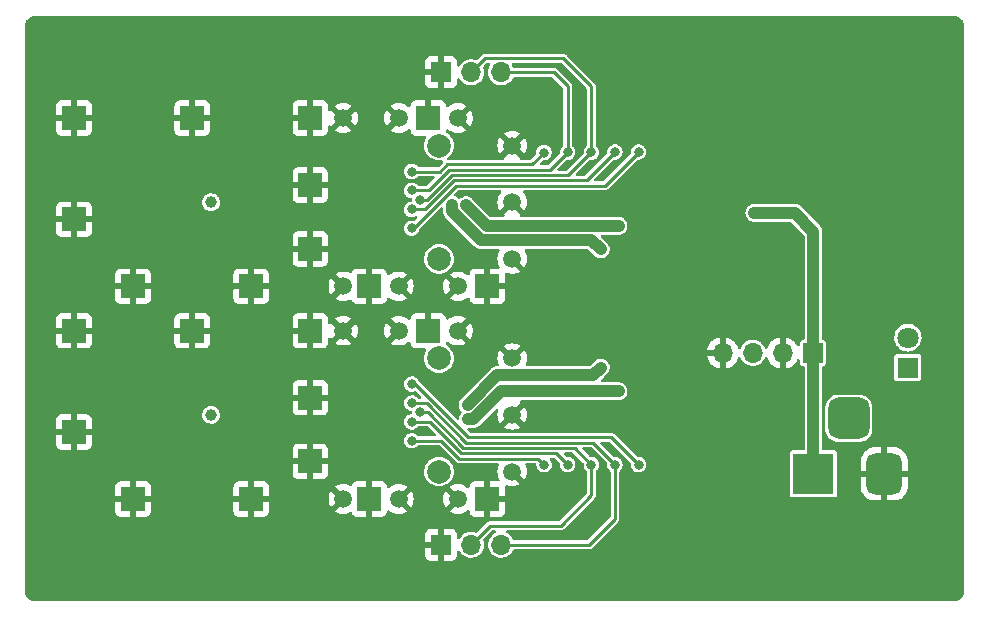
<source format=gbr>
%TF.GenerationSoftware,KiCad,Pcbnew,(6.0.5)*%
%TF.CreationDate,2022-06-11T19:55:53+02:00*%
%TF.ProjectId,SFP_Back2Back,5346505f-4261-4636-9b32-4261636b2e6b,2.0*%
%TF.SameCoordinates,Original*%
%TF.FileFunction,Copper,L2,Bot*%
%TF.FilePolarity,Positive*%
%FSLAX46Y46*%
G04 Gerber Fmt 4.6, Leading zero omitted, Abs format (unit mm)*
G04 Created by KiCad (PCBNEW (6.0.5)) date 2022-06-11 19:55:53*
%MOMM*%
%LPD*%
G01*
G04 APERTURE LIST*
G04 Aperture macros list*
%AMRoundRect*
0 Rectangle with rounded corners*
0 $1 Rounding radius*
0 $2 $3 $4 $5 $6 $7 $8 $9 X,Y pos of 4 corners*
0 Add a 4 corners polygon primitive as box body*
4,1,4,$2,$3,$4,$5,$6,$7,$8,$9,$2,$3,0*
0 Add four circle primitives for the rounded corners*
1,1,$1+$1,$2,$3*
1,1,$1+$1,$4,$5*
1,1,$1+$1,$6,$7*
1,1,$1+$1,$8,$9*
0 Add four rect primitives between the rounded corners*
20,1,$1+$1,$2,$3,$4,$5,0*
20,1,$1+$1,$4,$5,$6,$7,0*
20,1,$1+$1,$6,$7,$8,$9,0*
20,1,$1+$1,$8,$9,$2,$3,0*%
G04 Aperture macros list end*
%TA.AperFunction,ComponentPad*%
%ADD10R,2.000000X2.000000*%
%TD*%
%TA.AperFunction,ComponentPad*%
%ADD11C,1.500000*%
%TD*%
%TA.AperFunction,WasherPad*%
%ADD12C,2.000000*%
%TD*%
%TA.AperFunction,ComponentPad*%
%ADD13R,3.500000X3.500000*%
%TD*%
%TA.AperFunction,ComponentPad*%
%ADD14RoundRect,0.750000X0.750000X1.000000X-0.750000X1.000000X-0.750000X-1.000000X0.750000X-1.000000X0*%
%TD*%
%TA.AperFunction,ComponentPad*%
%ADD15RoundRect,0.875000X0.875000X0.875000X-0.875000X0.875000X-0.875000X-0.875000X0.875000X-0.875000X0*%
%TD*%
%TA.AperFunction,ComponentPad*%
%ADD16R,1.800000X1.800000*%
%TD*%
%TA.AperFunction,ComponentPad*%
%ADD17C,1.800000*%
%TD*%
%TA.AperFunction,ComponentPad*%
%ADD18R,1.700000X1.700000*%
%TD*%
%TA.AperFunction,ComponentPad*%
%ADD19O,1.700000X1.700000*%
%TD*%
%TA.AperFunction,SMDPad,CuDef*%
%ADD20C,1.000000*%
%TD*%
%TA.AperFunction,ViaPad*%
%ADD21C,0.800000*%
%TD*%
%TA.AperFunction,ViaPad*%
%ADD22C,0.600000*%
%TD*%
%TA.AperFunction,Conductor*%
%ADD23C,1.000000*%
%TD*%
%TA.AperFunction,Conductor*%
%ADD24C,0.250000*%
%TD*%
G04 APERTURE END LIST*
D10*
%TO.P,J301,CAGE,CAGE*%
%TO.N,GND*%
X214400000Y-126875000D03*
X204400000Y-132550000D03*
D11*
X211900000Y-126875000D03*
D10*
X204400000Y-137950000D03*
D11*
X221500000Y-134000000D03*
D10*
X209400000Y-141125000D03*
D11*
X216900000Y-126875000D03*
D10*
X199400000Y-141125000D03*
X184400000Y-126875000D03*
D11*
X207200000Y-126875000D03*
X216900000Y-141125000D03*
D10*
X184400000Y-135450000D03*
D11*
X221500000Y-129200000D03*
X211900000Y-141125000D03*
D10*
X204400000Y-126875000D03*
X194400000Y-126875000D03*
X189400000Y-141125000D03*
D11*
X221500000Y-138800000D03*
X207200000Y-141125000D03*
D10*
X219400000Y-141125000D03*
D12*
%TO.P,J301,*%
%TO.N,*%
X215300000Y-138800000D03*
X215300000Y-129200000D03*
%TD*%
D11*
%TO.P,J201,CAGE,CAGE*%
%TO.N,GND*%
X207200000Y-123125000D03*
X221500000Y-116000000D03*
D10*
X209400000Y-123125000D03*
X219400000Y-123125000D03*
X189400000Y-123125000D03*
D11*
X221500000Y-111200000D03*
D10*
X214400000Y-108875000D03*
D11*
X221500000Y-120800000D03*
D10*
X204400000Y-119950000D03*
X204400000Y-114550000D03*
X184400000Y-108875000D03*
D11*
X216900000Y-123125000D03*
D10*
X194400000Y-108875000D03*
X199400000Y-123125000D03*
D11*
X211900000Y-123125000D03*
D10*
X184400000Y-117450000D03*
X204400000Y-108875000D03*
D11*
X207200000Y-108875000D03*
X211900000Y-108875000D03*
X216900000Y-108875000D03*
D12*
%TO.P,J201,*%
%TO.N,*%
X215300000Y-120800000D03*
X215300000Y-111200000D03*
%TD*%
D13*
%TO.P,J101,1*%
%TO.N,/Vin*%
X247000000Y-139000000D03*
D14*
%TO.P,J101,2*%
%TO.N,GND*%
X253000000Y-139000000D03*
D15*
%TO.P,J101,3*%
%TO.N,unconnected-(J101-Pad3)*%
X250000000Y-134300000D03*
%TD*%
D16*
%TO.P,D103,1,K*%
%TO.N,Net-(D103-Pad1)*%
X255000000Y-130000000D03*
D17*
%TO.P,D103,2,A*%
%TO.N,+3V3*%
X255000000Y-127460000D03*
%TD*%
D18*
%TO.P,J1,1,Pin_1*%
%TO.N,/Vin*%
X246940000Y-128750000D03*
D19*
%TO.P,J1,2,Pin_2*%
%TO.N,GND*%
X244400000Y-128750000D03*
%TO.P,J1,3,Pin_3*%
%TO.N,+3V3*%
X241860000Y-128750000D03*
%TO.P,J1,4,Pin_4*%
%TO.N,GND*%
X239320000Y-128750000D03*
%TD*%
D18*
%TO.P,J2,1,Pin_1*%
%TO.N,GND*%
X215475000Y-145000000D03*
D19*
%TO.P,J2,2,Pin_2*%
%TO.N,/sfp_module_1/MOD_DEF1_SCL*%
X218015000Y-145000000D03*
%TO.P,J2,3,Pin_3*%
%TO.N,/sfp_module_1/MOD_DEF2_SDA*%
X220555000Y-145000000D03*
%TD*%
D18*
%TO.P,J3,1,Pin_1*%
%TO.N,GND*%
X215475000Y-105000000D03*
D19*
%TO.P,J3,2,Pin_2*%
%TO.N,/sfp_module_2/MOD_DEF1_SCL*%
X218015000Y-105000000D03*
%TO.P,J3,3,Pin_3*%
%TO.N,/sfp_module_2/MOD_DEF2_SDA*%
X220555000Y-105000000D03*
%TD*%
D20*
%TO.P,N2,1,PAD*%
%TO.N,unconnected-(N2-Pad1)*%
X196000000Y-116000000D03*
%TD*%
%TO.P,N1,1,PAD*%
%TO.N,unconnected-(N1-Pad1)*%
X196000000Y-134000000D03*
%TD*%
D21*
%TO.N,GND*%
X253800000Y-149000000D03*
X233000000Y-149000000D03*
X191400000Y-149000000D03*
X201800000Y-149000000D03*
X243400000Y-149000000D03*
X238200000Y-149000000D03*
X248600000Y-149000000D03*
X227800000Y-149000000D03*
X212200000Y-149000000D03*
X259000000Y-149000000D03*
X217400000Y-149000000D03*
X186200000Y-149000000D03*
X196600000Y-149000000D03*
X222600000Y-149000000D03*
X207000000Y-149000000D03*
X181000000Y-149000000D03*
D22*
X181000000Y-121000000D03*
D21*
X196600000Y-101000000D03*
D22*
X240000000Y-144000000D03*
X252000000Y-108000000D03*
X258000000Y-112000000D03*
X240000000Y-136000000D03*
X248000000Y-146000000D03*
X231000000Y-126000000D03*
D21*
X207000000Y-101000000D03*
D22*
X234000000Y-146000000D03*
D21*
X248600000Y-101000000D03*
D22*
X240000000Y-142000000D03*
D21*
X253800000Y-101000000D03*
D22*
X234000000Y-144000000D03*
X244000000Y-114000000D03*
X254000000Y-132000000D03*
X236000000Y-146000000D03*
D21*
X201800000Y-101000000D03*
D22*
X256000000Y-134000000D03*
X244000000Y-104000000D03*
X248000000Y-108000000D03*
X254000000Y-146000000D03*
D21*
X181000000Y-101000000D03*
D22*
X248000000Y-142000000D03*
X229000000Y-124000000D03*
X181000000Y-109000000D03*
X236000000Y-128000000D03*
X244000000Y-112000000D03*
D21*
X229200000Y-139100000D03*
D22*
X240000000Y-116000000D03*
X240000000Y-132000000D03*
X258000000Y-140000000D03*
X258000000Y-138000000D03*
D21*
X227800000Y-101000000D03*
D22*
X181000000Y-133000000D03*
X256000000Y-110000000D03*
X246000000Y-134000000D03*
X254000000Y-134000000D03*
X258000000Y-106000000D03*
X250000000Y-140000000D03*
X248000000Y-144000000D03*
X246000000Y-142000000D03*
X240000000Y-120000000D03*
X252000000Y-132000000D03*
X236000000Y-136000000D03*
X181000000Y-141000000D03*
X236000000Y-142000000D03*
X181000000Y-137000000D03*
X238000000Y-132000000D03*
X250000000Y-124000000D03*
D21*
X243400000Y-101000000D03*
D22*
X238000000Y-136000000D03*
X236000000Y-144000000D03*
X258000000Y-116000000D03*
X236000000Y-120000000D03*
X181000000Y-117000000D03*
X246000000Y-136000000D03*
X256000000Y-138000000D03*
X256000000Y-114000000D03*
X250000000Y-138000000D03*
X246000000Y-114000000D03*
X256000000Y-132000000D03*
X258000000Y-114000000D03*
X238000000Y-142000000D03*
X181000000Y-125000000D03*
X244000000Y-132000000D03*
X248000000Y-106000000D03*
X238000000Y-146000000D03*
X254000000Y-124000000D03*
D21*
X212200000Y-101000000D03*
D22*
X238000000Y-108000000D03*
X246000000Y-110000000D03*
X256000000Y-104000000D03*
X258000000Y-136000000D03*
X236000000Y-122000000D03*
X250000000Y-116000000D03*
X234000000Y-104000000D03*
X242000000Y-120000000D03*
X250000000Y-120000000D03*
X256000000Y-108000000D03*
X242000000Y-144000000D03*
D21*
X186200000Y-101000000D03*
D22*
X258000000Y-134000000D03*
X256000000Y-106000000D03*
X242000000Y-110000000D03*
X236000000Y-134000000D03*
X238000000Y-112000000D03*
X240000000Y-146000000D03*
X252000000Y-110000000D03*
X254000000Y-120000000D03*
X258000000Y-146000000D03*
X258000000Y-120000000D03*
X236000000Y-126000000D03*
X238000000Y-110000000D03*
D21*
X259000000Y-101000000D03*
D22*
X256000000Y-144000000D03*
X240000000Y-126000000D03*
X246000000Y-144000000D03*
X250000000Y-132000000D03*
X244000000Y-144000000D03*
X254000000Y-136000000D03*
X250000000Y-144000000D03*
X234000000Y-106000000D03*
X238000000Y-114000000D03*
D21*
X233000000Y-101000000D03*
D22*
X256000000Y-112000000D03*
X242000000Y-124000000D03*
X256000000Y-140000000D03*
X244000000Y-136000000D03*
X181000000Y-113000000D03*
X256000000Y-136000000D03*
D21*
X217400000Y-101000000D03*
D22*
X238000000Y-126000000D03*
X238000000Y-120000000D03*
X236000000Y-116000000D03*
X250000000Y-106000000D03*
X258000000Y-142000000D03*
X244000000Y-142000000D03*
X252000000Y-144000000D03*
X258000000Y-124000000D03*
X236000000Y-118000000D03*
X242000000Y-132000000D03*
X254000000Y-108000000D03*
X236000000Y-108000000D03*
X252000000Y-142000000D03*
X258000000Y-144000000D03*
X238000000Y-144000000D03*
X256005907Y-145999999D03*
X246000000Y-108000000D03*
X242000000Y-142000000D03*
X238000000Y-104000000D03*
X231000000Y-124000000D03*
X236000000Y-130000000D03*
X242000000Y-134000000D03*
X258000000Y-110000000D03*
X250000000Y-142000000D03*
X244000000Y-146000000D03*
X242000000Y-136000000D03*
X250000000Y-146000000D03*
X246000000Y-132000000D03*
X229000000Y-122000000D03*
X181000000Y-145000000D03*
X250000000Y-128000000D03*
X250000000Y-130000000D03*
X258000000Y-108000000D03*
X258000000Y-132000000D03*
X254000000Y-142000000D03*
X236000000Y-112000000D03*
X256000000Y-142000000D03*
D21*
X222600000Y-101000000D03*
D22*
X258000000Y-104000000D03*
X229000000Y-126000000D03*
X181000000Y-129000000D03*
X250000000Y-110000000D03*
X238000000Y-134000000D03*
X236000000Y-132000000D03*
D21*
X238200000Y-101000000D03*
X191400000Y-101000000D03*
D22*
X242000000Y-146000000D03*
X250000000Y-108000000D03*
X244000000Y-108000000D03*
X238000000Y-116000000D03*
X254000000Y-144000000D03*
X240000000Y-134000000D03*
X244000000Y-110000000D03*
X246000000Y-146000000D03*
X236000000Y-104000000D03*
X244000000Y-134000000D03*
X252000000Y-146000000D03*
D21*
X227200000Y-106500000D03*
D22*
X246000000Y-112000000D03*
X253990842Y-109997120D03*
X229000000Y-128000000D03*
X248000000Y-110000000D03*
X234000000Y-142000000D03*
X181000000Y-105000000D03*
X254000000Y-116000000D03*
X236000000Y-114000000D03*
X236000000Y-110000000D03*
X240000000Y-110000000D03*
D21*
%TO.N,/sfp_module_2/VCC_T*%
X216400000Y-116200000D03*
X229000000Y-120000000D03*
%TO.N,/sfp_module_2/VCC_R*%
X217600000Y-116250000D03*
X230500000Y-118000000D03*
%TO.N,/sfp_module_2/RX_LOS*%
X213000000Y-118200000D03*
X232196000Y-111742000D03*
%TO.N,/sfp_module_2/TX_FAULT*%
X213000000Y-113400000D03*
X224188000Y-111792000D03*
%TO.N,/sfp_module_1/VCC_T*%
X217716442Y-133152908D03*
X229000000Y-130000000D03*
%TO.N,/sfp_module_1/VCC_R*%
X217754200Y-134353300D03*
X230500000Y-132000000D03*
%TO.N,/sfp_module_1/RX_LOS*%
X213000000Y-136200000D03*
X224196000Y-138208000D03*
%TO.N,/sfp_module_1/TX_FAULT*%
X232196000Y-138208000D03*
X213000000Y-131400000D03*
%TO.N,Net-(J201-Pad6)*%
X230196000Y-111744000D03*
X212988462Y-116613969D03*
%TO.N,/sfp_module_1/MOD_DEF1_SCL*%
X228196000Y-138208000D03*
X213700000Y-133800000D03*
%TO.N,Net-(J301-Pad6)*%
X213000000Y-134600000D03*
X226196000Y-138208000D03*
%TO.N,/sfp_module_1/MOD_DEF2_SDA*%
X213000000Y-133000000D03*
X230196000Y-138208000D03*
%TO.N,/Vin*%
X242000000Y-116900000D03*
%TO.N,/sfp_module_2/MOD_DEF1_SCL*%
X213700000Y-115800000D03*
X228196000Y-111767000D03*
%TO.N,/sfp_module_2/MOD_DEF2_SDA*%
X226196000Y-111788000D03*
X213000000Y-115000000D03*
%TD*%
D23*
%TO.N,/sfp_module_2/VCC_T*%
X228200010Y-119200010D02*
X218834325Y-119200010D01*
X229000000Y-120000000D02*
X228200010Y-119200010D01*
X218834325Y-119200010D02*
X216400000Y-116765685D01*
X216400000Y-116765685D02*
X216400000Y-116200000D01*
%TO.N,/sfp_module_2/VCC_R*%
X230500000Y-118000000D02*
X219350000Y-118000000D01*
X219350000Y-118000000D02*
X217600000Y-116250000D01*
D24*
%TO.N,/sfp_module_2/RX_LOS*%
X216749956Y-114600044D02*
X229337956Y-114600044D01*
X213150000Y-118200000D02*
X213000000Y-118200000D01*
X216749956Y-114600044D02*
X213150000Y-118200000D01*
X229337956Y-114600044D02*
X232196000Y-111742000D01*
%TO.N,/sfp_module_2/TX_FAULT*%
X216000000Y-112800000D02*
X223180000Y-112800000D01*
X213000000Y-113400000D02*
X215400000Y-113400000D01*
X215400000Y-113400000D02*
X216000000Y-112800000D01*
X223180000Y-112800000D02*
X224188000Y-111792000D01*
D23*
%TO.N,/sfp_module_1/VCC_T*%
X220219350Y-130650000D02*
X217716442Y-133152908D01*
X228350000Y-130650000D02*
X220219350Y-130650000D01*
X229000000Y-130000000D02*
X228350000Y-130650000D01*
%TO.N,/sfp_module_1/VCC_R*%
X220565728Y-132000000D02*
X230500000Y-132000000D01*
X218213300Y-134352714D02*
X218213300Y-134352428D01*
X218213503Y-134352917D02*
X217775000Y-134352917D01*
X218213503Y-134352917D02*
X218213300Y-134352714D01*
X218213300Y-134352428D02*
X220565728Y-132000000D01*
D24*
%TO.N,/sfp_module_1/RX_LOS*%
X217000044Y-137700044D02*
X215500000Y-136200000D01*
X224196000Y-138208000D02*
X223688044Y-137700044D01*
X215500000Y-136200000D02*
X213000000Y-136200000D01*
X223688044Y-137700044D02*
X217000044Y-137700044D01*
%TO.N,/sfp_module_1/TX_FAULT*%
X217786410Y-135900000D02*
X229888000Y-135900000D01*
X213286410Y-131400000D02*
X213000000Y-131400000D01*
X217786410Y-135900000D02*
X213286410Y-131400000D01*
X229888000Y-135900000D02*
X232196000Y-138208000D01*
%TO.N,Net-(J201-Pad6)*%
X216563557Y-114150033D02*
X227789967Y-114150033D01*
X212988462Y-116613969D02*
X214099621Y-116613969D01*
X214099621Y-116613969D02*
X216563557Y-114150033D01*
X227789967Y-114150033D02*
X230196000Y-111744000D01*
%TO.N,/sfp_module_1/MOD_DEF1_SCL*%
X217372842Y-136800022D02*
X226788022Y-136800022D01*
X219615000Y-143400000D02*
X225600000Y-143400000D01*
X228196000Y-140804000D02*
X228196000Y-138208000D01*
X225600000Y-143400000D02*
X228196000Y-140804000D01*
X214372820Y-133800000D02*
X213700000Y-133800000D01*
X217372842Y-136800022D02*
X214372820Y-133800000D01*
X218015000Y-145000000D02*
X219615000Y-143400000D01*
X226788022Y-136800022D02*
X228196000Y-138208000D01*
%TO.N,Net-(J301-Pad6)*%
X217186443Y-137250033D02*
X215436297Y-135499887D01*
X215436297Y-135499887D02*
X215436297Y-135499195D01*
X214537102Y-134600000D02*
X213000000Y-134600000D01*
X225238033Y-137250033D02*
X217186443Y-137250033D01*
X215436297Y-135499195D02*
X214537102Y-134600000D01*
X226196000Y-138208000D02*
X225238033Y-137250033D01*
%TO.N,/sfp_module_1/MOD_DEF2_SDA*%
X220555000Y-145000000D02*
X228000000Y-145000000D01*
X214249999Y-133000000D02*
X217600010Y-136350011D01*
X214249999Y-133000000D02*
X213000000Y-133000000D01*
X217600010Y-136350011D02*
X228338011Y-136350011D01*
X230196000Y-142804000D02*
X230196000Y-138208000D01*
X228338011Y-136350011D02*
X230196000Y-138208000D01*
X228000000Y-145000000D02*
X230196000Y-142804000D01*
D23*
%TO.N,/Vin*%
X245400000Y-116900000D02*
X247000000Y-118500000D01*
X247000000Y-118500000D02*
X247000000Y-139000000D01*
X242000000Y-116900000D02*
X245400000Y-116900000D01*
D24*
%TO.N,/sfp_module_2/MOD_DEF1_SCL*%
X214272822Y-115800000D02*
X216372800Y-113700022D01*
X226262978Y-113700022D02*
X228196000Y-111767000D01*
X228196000Y-106196000D02*
X228196000Y-111767000D01*
X218015000Y-105000000D02*
X219189511Y-103825489D01*
X219189511Y-103825489D02*
X225825489Y-103825489D01*
X225825489Y-103825489D02*
X228196000Y-106196000D01*
X216372800Y-113700022D02*
X226262978Y-113700022D01*
X213700000Y-115800000D02*
X214272822Y-115800000D01*
%TO.N,/sfp_module_2/MOD_DEF2_SDA*%
X216186399Y-113250011D02*
X224689989Y-113250011D01*
X220555000Y-105000000D02*
X225000000Y-105000000D01*
X224689989Y-113250011D02*
X226196000Y-111744000D01*
X225000000Y-105000000D02*
X226196000Y-106196000D01*
X214436410Y-115000000D02*
X216186399Y-113250011D01*
X226196000Y-106196000D02*
X226196000Y-111788000D01*
X213000000Y-115000000D02*
X214436410Y-115000000D01*
%TD*%
%TA.AperFunction,Conductor*%
%TO.N,GND*%
G36*
X258987306Y-100252883D02*
G01*
X259000000Y-100255408D01*
X259011979Y-100253025D01*
X259019548Y-100253025D01*
X259031702Y-100253622D01*
X259134065Y-100263704D01*
X259157905Y-100268446D01*
X259275135Y-100304007D01*
X259297593Y-100313310D01*
X259405631Y-100371058D01*
X259425842Y-100384563D01*
X259520536Y-100462276D01*
X259537724Y-100479464D01*
X259615437Y-100574158D01*
X259628942Y-100594369D01*
X259686690Y-100702407D01*
X259695993Y-100724865D01*
X259731554Y-100842093D01*
X259736296Y-100865935D01*
X259746378Y-100968298D01*
X259746975Y-100980452D01*
X259746975Y-100988021D01*
X259744592Y-101000000D01*
X259746975Y-101011980D01*
X259747117Y-101012694D01*
X259749500Y-101036885D01*
X259749500Y-148963115D01*
X259747117Y-148987306D01*
X259744592Y-149000000D01*
X259746975Y-149011979D01*
X259746975Y-149019548D01*
X259746378Y-149031702D01*
X259736296Y-149134065D01*
X259731554Y-149157907D01*
X259695993Y-149275135D01*
X259686690Y-149297593D01*
X259628942Y-149405631D01*
X259615437Y-149425842D01*
X259537724Y-149520536D01*
X259520536Y-149537724D01*
X259425842Y-149615437D01*
X259405631Y-149628942D01*
X259297593Y-149686690D01*
X259275136Y-149695993D01*
X259157905Y-149731554D01*
X259134065Y-149736296D01*
X259031702Y-149746378D01*
X259019548Y-149746975D01*
X259011979Y-149746975D01*
X259000000Y-149744592D01*
X258988020Y-149746975D01*
X258987306Y-149747117D01*
X258963115Y-149749500D01*
X181036885Y-149749500D01*
X181012694Y-149747117D01*
X181011980Y-149746975D01*
X181000000Y-149744592D01*
X180988021Y-149746975D01*
X180980452Y-149746975D01*
X180968298Y-149746378D01*
X180865935Y-149736296D01*
X180842095Y-149731554D01*
X180724864Y-149695993D01*
X180702407Y-149686690D01*
X180594369Y-149628942D01*
X180574158Y-149615437D01*
X180479464Y-149537724D01*
X180462276Y-149520536D01*
X180384563Y-149425842D01*
X180371058Y-149405631D01*
X180313310Y-149297593D01*
X180304007Y-149275135D01*
X180268446Y-149157907D01*
X180263704Y-149134065D01*
X180253622Y-149031702D01*
X180253025Y-149019548D01*
X180253025Y-149011979D01*
X180255408Y-149000000D01*
X180252883Y-148987306D01*
X180250500Y-148963115D01*
X180250500Y-145893972D01*
X214125000Y-145893972D01*
X214125363Y-145900669D01*
X214130803Y-145950744D01*
X214134371Y-145965753D01*
X214178817Y-146084311D01*
X214187212Y-146099646D01*
X214262516Y-146200124D01*
X214274876Y-146212484D01*
X214375354Y-146287788D01*
X214390689Y-146296183D01*
X214509247Y-146340629D01*
X214524256Y-146344197D01*
X214574331Y-146349637D01*
X214581028Y-146350000D01*
X215203170Y-146350000D01*
X215218169Y-146345596D01*
X215219356Y-146344226D01*
X215221000Y-146336668D01*
X215221000Y-145271830D01*
X215216596Y-145256831D01*
X215215226Y-145255644D01*
X215207668Y-145254000D01*
X214142830Y-145254000D01*
X214127831Y-145258404D01*
X214126644Y-145259774D01*
X214125000Y-145267332D01*
X214125000Y-145893972D01*
X180250500Y-145893972D01*
X180250500Y-144728170D01*
X214125000Y-144728170D01*
X214129404Y-144743169D01*
X214130774Y-144744356D01*
X214138332Y-144746000D01*
X215203170Y-144746000D01*
X215218169Y-144741596D01*
X215219356Y-144740226D01*
X215221000Y-144732668D01*
X215221000Y-143667830D01*
X215216596Y-143652831D01*
X215215226Y-143651644D01*
X215207668Y-143650000D01*
X214581028Y-143650000D01*
X214574331Y-143650363D01*
X214524256Y-143655803D01*
X214509247Y-143659371D01*
X214390689Y-143703817D01*
X214375354Y-143712212D01*
X214274876Y-143787516D01*
X214262516Y-143799876D01*
X214187212Y-143900354D01*
X214178817Y-143915689D01*
X214134371Y-144034247D01*
X214130803Y-144049256D01*
X214125363Y-144099331D01*
X214125000Y-144106028D01*
X214125000Y-144728170D01*
X180250500Y-144728170D01*
X180250500Y-142168972D01*
X187900000Y-142168972D01*
X187900363Y-142175669D01*
X187905803Y-142225744D01*
X187909371Y-142240753D01*
X187953817Y-142359311D01*
X187962212Y-142374646D01*
X188037516Y-142475124D01*
X188049876Y-142487484D01*
X188150354Y-142562788D01*
X188165689Y-142571183D01*
X188284247Y-142615629D01*
X188299256Y-142619197D01*
X188349331Y-142624637D01*
X188356028Y-142625000D01*
X189128170Y-142625000D01*
X189143169Y-142620596D01*
X189144356Y-142619226D01*
X189146000Y-142611668D01*
X189146000Y-142607170D01*
X189654000Y-142607170D01*
X189658404Y-142622169D01*
X189659774Y-142623356D01*
X189667332Y-142625000D01*
X190443972Y-142625000D01*
X190450669Y-142624637D01*
X190500744Y-142619197D01*
X190515753Y-142615629D01*
X190634311Y-142571183D01*
X190649646Y-142562788D01*
X190750124Y-142487484D01*
X190762484Y-142475124D01*
X190837788Y-142374646D01*
X190846183Y-142359311D01*
X190890629Y-142240753D01*
X190894197Y-142225744D01*
X190899637Y-142175669D01*
X190900000Y-142168972D01*
X197900000Y-142168972D01*
X197900363Y-142175669D01*
X197905803Y-142225744D01*
X197909371Y-142240753D01*
X197953817Y-142359311D01*
X197962212Y-142374646D01*
X198037516Y-142475124D01*
X198049876Y-142487484D01*
X198150354Y-142562788D01*
X198165689Y-142571183D01*
X198284247Y-142615629D01*
X198299256Y-142619197D01*
X198349331Y-142624637D01*
X198356028Y-142625000D01*
X199128170Y-142625000D01*
X199143169Y-142620596D01*
X199144356Y-142619226D01*
X199146000Y-142611668D01*
X199146000Y-142607170D01*
X199654000Y-142607170D01*
X199658404Y-142622169D01*
X199659774Y-142623356D01*
X199667332Y-142625000D01*
X200443972Y-142625000D01*
X200450669Y-142624637D01*
X200500744Y-142619197D01*
X200515753Y-142615629D01*
X200634311Y-142571183D01*
X200649646Y-142562788D01*
X200750124Y-142487484D01*
X200762484Y-142475124D01*
X200837788Y-142374646D01*
X200846183Y-142359311D01*
X200890629Y-142240753D01*
X200894197Y-142225744D01*
X200899637Y-142175669D01*
X200899975Y-142169434D01*
X206520036Y-142169434D01*
X206529183Y-142181258D01*
X206568173Y-142208559D01*
X206577523Y-142213957D01*
X206765932Y-142301813D01*
X206776075Y-142305505D01*
X206976886Y-142359312D01*
X206987501Y-142361184D01*
X207194605Y-142379303D01*
X207205395Y-142379303D01*
X207412499Y-142361184D01*
X207423114Y-142359312D01*
X207623925Y-142305505D01*
X207634068Y-142301813D01*
X207766423Y-142240095D01*
X207835501Y-142229603D01*
X207899285Y-142258123D01*
X207934937Y-142308949D01*
X207953818Y-142359313D01*
X207962212Y-142374646D01*
X208037516Y-142475124D01*
X208049876Y-142487484D01*
X208150354Y-142562788D01*
X208165689Y-142571183D01*
X208284247Y-142615629D01*
X208299256Y-142619197D01*
X208349331Y-142624637D01*
X208356028Y-142625000D01*
X209128170Y-142625000D01*
X209143169Y-142620596D01*
X209144356Y-142619226D01*
X209146000Y-142611668D01*
X209146000Y-142607170D01*
X209654000Y-142607170D01*
X209658404Y-142622169D01*
X209659774Y-142623356D01*
X209667332Y-142625000D01*
X210443972Y-142625000D01*
X210450669Y-142624637D01*
X210500744Y-142619197D01*
X210515753Y-142615629D01*
X210634311Y-142571183D01*
X210649646Y-142562788D01*
X210750124Y-142487484D01*
X210762484Y-142475124D01*
X210837788Y-142374646D01*
X210846183Y-142359311D01*
X210890629Y-142240753D01*
X210894198Y-142225744D01*
X210899724Y-142174871D01*
X210926534Y-142110349D01*
X210983970Y-142070564D01*
X211053798Y-142068148D01*
X211094123Y-142086687D01*
X211268183Y-142208565D01*
X211277515Y-142213953D01*
X211465932Y-142301813D01*
X211476075Y-142305505D01*
X211676886Y-142359312D01*
X211687501Y-142361184D01*
X211894605Y-142379303D01*
X211905395Y-142379303D01*
X212112499Y-142361184D01*
X212123114Y-142359312D01*
X212323925Y-142305505D01*
X212334068Y-142301813D01*
X212522477Y-142213957D01*
X212531827Y-142208559D01*
X212571640Y-142180681D01*
X212579883Y-142170370D01*
X212579391Y-142169434D01*
X216220036Y-142169434D01*
X216229183Y-142181258D01*
X216268173Y-142208559D01*
X216277523Y-142213957D01*
X216465932Y-142301813D01*
X216476075Y-142305505D01*
X216676886Y-142359312D01*
X216687501Y-142361184D01*
X216894605Y-142379303D01*
X216905395Y-142379303D01*
X217112499Y-142361184D01*
X217123114Y-142359312D01*
X217323925Y-142305505D01*
X217334068Y-142301813D01*
X217522485Y-142213953D01*
X217531817Y-142208565D01*
X217705877Y-142086687D01*
X217772083Y-142064360D01*
X217839851Y-142081370D01*
X217887664Y-142132318D01*
X217900276Y-142174871D01*
X217905802Y-142225744D01*
X217909371Y-142240753D01*
X217953817Y-142359311D01*
X217962212Y-142374646D01*
X218037516Y-142475124D01*
X218049876Y-142487484D01*
X218150354Y-142562788D01*
X218165689Y-142571183D01*
X218284247Y-142615629D01*
X218299256Y-142619197D01*
X218349331Y-142624637D01*
X218356028Y-142625000D01*
X219128170Y-142625000D01*
X219143169Y-142620596D01*
X219144356Y-142619226D01*
X219146000Y-142611668D01*
X219146000Y-142607170D01*
X219654000Y-142607170D01*
X219658404Y-142622169D01*
X219659774Y-142623356D01*
X219667332Y-142625000D01*
X220443972Y-142625000D01*
X220450669Y-142624637D01*
X220500744Y-142619197D01*
X220515753Y-142615629D01*
X220634311Y-142571183D01*
X220649646Y-142562788D01*
X220750124Y-142487484D01*
X220762484Y-142475124D01*
X220837788Y-142374646D01*
X220846183Y-142359311D01*
X220890629Y-142240753D01*
X220894197Y-142225744D01*
X220899637Y-142175669D01*
X220900000Y-142168972D01*
X220900000Y-141396830D01*
X220895596Y-141381831D01*
X220894226Y-141380644D01*
X220886668Y-141379000D01*
X219671830Y-141379000D01*
X219656831Y-141383404D01*
X219655644Y-141384774D01*
X219654000Y-141392332D01*
X219654000Y-142607170D01*
X219146000Y-142607170D01*
X219146000Y-139642830D01*
X219141596Y-139627831D01*
X219140226Y-139626644D01*
X219132668Y-139625000D01*
X218356028Y-139625000D01*
X218349331Y-139625363D01*
X218299256Y-139630803D01*
X218284247Y-139634371D01*
X218165689Y-139678817D01*
X218150354Y-139687212D01*
X218049876Y-139762516D01*
X218037516Y-139774876D01*
X217962212Y-139875354D01*
X217953817Y-139890689D01*
X217909371Y-140009247D01*
X217905802Y-140024256D01*
X217900276Y-140075129D01*
X217873466Y-140139651D01*
X217816030Y-140179436D01*
X217746202Y-140181852D01*
X217705877Y-140163313D01*
X217531817Y-140041435D01*
X217522485Y-140036047D01*
X217334068Y-139948187D01*
X217323925Y-139944495D01*
X217123114Y-139890688D01*
X217112499Y-139888816D01*
X216905395Y-139870697D01*
X216894605Y-139870697D01*
X216687501Y-139888816D01*
X216676886Y-139890688D01*
X216476075Y-139944495D01*
X216465932Y-139948187D01*
X216277513Y-140036048D01*
X216268187Y-140041432D01*
X216228358Y-140069320D01*
X216220117Y-140079630D01*
X216227073Y-140092863D01*
X217171529Y-141037319D01*
X217205014Y-141098642D01*
X217200030Y-141168334D01*
X217171529Y-141212681D01*
X216226362Y-142157848D01*
X216220036Y-142169434D01*
X212579391Y-142169434D01*
X212572927Y-142157137D01*
X211628471Y-141212681D01*
X211594986Y-141151358D01*
X211596791Y-141126113D01*
X212264325Y-141126113D01*
X212264454Y-141127919D01*
X212268636Y-141134426D01*
X212932848Y-141798638D01*
X212944435Y-141804965D01*
X212956255Y-141795820D01*
X212983568Y-141756813D01*
X212988952Y-141747487D01*
X213076813Y-141559068D01*
X213080505Y-141548925D01*
X213134312Y-141348114D01*
X213136184Y-141337499D01*
X213154303Y-141130395D01*
X215645697Y-141130395D01*
X215663816Y-141337499D01*
X215665688Y-141348114D01*
X215719495Y-141548925D01*
X215723187Y-141559068D01*
X215811048Y-141747487D01*
X215816432Y-141756813D01*
X215844320Y-141796642D01*
X215854630Y-141804883D01*
X215867863Y-141797927D01*
X216528183Y-141137607D01*
X216535675Y-141123887D01*
X216535546Y-141122081D01*
X216531364Y-141115574D01*
X215867152Y-140451362D01*
X215855565Y-140445035D01*
X215843745Y-140454180D01*
X215816432Y-140493187D01*
X215811048Y-140502513D01*
X215723187Y-140690932D01*
X215719495Y-140701075D01*
X215665688Y-140901886D01*
X215663816Y-140912501D01*
X215645697Y-141119605D01*
X215645697Y-141130395D01*
X213154303Y-141130395D01*
X213154303Y-141119605D01*
X213136184Y-140912501D01*
X213134312Y-140901886D01*
X213080505Y-140701075D01*
X213076813Y-140690932D01*
X212988952Y-140502513D01*
X212983568Y-140493187D01*
X212955680Y-140453358D01*
X212945370Y-140445117D01*
X212932137Y-140452073D01*
X212271817Y-141112393D01*
X212264325Y-141126113D01*
X211596791Y-141126113D01*
X211599970Y-141081666D01*
X211628471Y-141037319D01*
X212573638Y-140092152D01*
X212579964Y-140080566D01*
X212570817Y-140068742D01*
X212531827Y-140041441D01*
X212522477Y-140036043D01*
X212334068Y-139948187D01*
X212323925Y-139944495D01*
X212123114Y-139890688D01*
X212112499Y-139888816D01*
X211905395Y-139870697D01*
X211894605Y-139870697D01*
X211687501Y-139888816D01*
X211676886Y-139890688D01*
X211476075Y-139944495D01*
X211465932Y-139948187D01*
X211277524Y-140036043D01*
X211268174Y-140041441D01*
X211094122Y-140163313D01*
X211027916Y-140185640D01*
X210960149Y-140168630D01*
X210912336Y-140117682D01*
X210899724Y-140075129D01*
X210894198Y-140024256D01*
X210890629Y-140009247D01*
X210846183Y-139890689D01*
X210837788Y-139875354D01*
X210762484Y-139774876D01*
X210750124Y-139762516D01*
X210649646Y-139687212D01*
X210634311Y-139678817D01*
X210515753Y-139634371D01*
X210500744Y-139630803D01*
X210450669Y-139625363D01*
X210443972Y-139625000D01*
X209671830Y-139625000D01*
X209656831Y-139629404D01*
X209655644Y-139630774D01*
X209654000Y-139638332D01*
X209654000Y-142607170D01*
X209146000Y-142607170D01*
X209146000Y-139642830D01*
X209141596Y-139627831D01*
X209140226Y-139626644D01*
X209132668Y-139625000D01*
X208356028Y-139625000D01*
X208349331Y-139625363D01*
X208299256Y-139630803D01*
X208284247Y-139634371D01*
X208165689Y-139678817D01*
X208150354Y-139687212D01*
X208049876Y-139762516D01*
X208037516Y-139774876D01*
X207962212Y-139875354D01*
X207953818Y-139890687D01*
X207934937Y-139941051D01*
X207892972Y-139996914D01*
X207827467Y-140021222D01*
X207766423Y-140009905D01*
X207634068Y-139948187D01*
X207623925Y-139944495D01*
X207423114Y-139890688D01*
X207412499Y-139888816D01*
X207205395Y-139870697D01*
X207194605Y-139870697D01*
X206987501Y-139888816D01*
X206976886Y-139890688D01*
X206776075Y-139944495D01*
X206765932Y-139948187D01*
X206577513Y-140036048D01*
X206568187Y-140041432D01*
X206528358Y-140069320D01*
X206520117Y-140079630D01*
X206527073Y-140092863D01*
X207471529Y-141037319D01*
X207505014Y-141098642D01*
X207500030Y-141168334D01*
X207471529Y-141212681D01*
X206526362Y-142157848D01*
X206520036Y-142169434D01*
X200899975Y-142169434D01*
X200900000Y-142168972D01*
X200900000Y-141396830D01*
X200895596Y-141381831D01*
X200894226Y-141380644D01*
X200886668Y-141379000D01*
X199671830Y-141379000D01*
X199656831Y-141383404D01*
X199655644Y-141384774D01*
X199654000Y-141392332D01*
X199654000Y-142607170D01*
X199146000Y-142607170D01*
X199146000Y-141396830D01*
X199141596Y-141381831D01*
X199140226Y-141380644D01*
X199132668Y-141379000D01*
X197917830Y-141379000D01*
X197902831Y-141383404D01*
X197901644Y-141384774D01*
X197900000Y-141392332D01*
X197900000Y-142168972D01*
X190900000Y-142168972D01*
X190900000Y-141396830D01*
X190895596Y-141381831D01*
X190894226Y-141380644D01*
X190886668Y-141379000D01*
X189671830Y-141379000D01*
X189656831Y-141383404D01*
X189655644Y-141384774D01*
X189654000Y-141392332D01*
X189654000Y-142607170D01*
X189146000Y-142607170D01*
X189146000Y-141396830D01*
X189141596Y-141381831D01*
X189140226Y-141380644D01*
X189132668Y-141379000D01*
X187917830Y-141379000D01*
X187902831Y-141383404D01*
X187901644Y-141384774D01*
X187900000Y-141392332D01*
X187900000Y-142168972D01*
X180250500Y-142168972D01*
X180250500Y-141130395D01*
X205945697Y-141130395D01*
X205963816Y-141337499D01*
X205965688Y-141348114D01*
X206019495Y-141548925D01*
X206023187Y-141559068D01*
X206111048Y-141747487D01*
X206116432Y-141756813D01*
X206144320Y-141796642D01*
X206154630Y-141804883D01*
X206167863Y-141797927D01*
X206828183Y-141137607D01*
X206835675Y-141123887D01*
X206835546Y-141122081D01*
X206831364Y-141115574D01*
X206167152Y-140451362D01*
X206155565Y-140445035D01*
X206143745Y-140454180D01*
X206116432Y-140493187D01*
X206111048Y-140502513D01*
X206023187Y-140690932D01*
X206019495Y-140701075D01*
X205965688Y-140901886D01*
X205963816Y-140912501D01*
X205945697Y-141119605D01*
X205945697Y-141130395D01*
X180250500Y-141130395D01*
X180250500Y-140853170D01*
X187900000Y-140853170D01*
X187904404Y-140868169D01*
X187905774Y-140869356D01*
X187913332Y-140871000D01*
X189128170Y-140871000D01*
X189143169Y-140866596D01*
X189144356Y-140865226D01*
X189146000Y-140857668D01*
X189146000Y-140853170D01*
X189654000Y-140853170D01*
X189658404Y-140868169D01*
X189659774Y-140869356D01*
X189667332Y-140871000D01*
X190882170Y-140871000D01*
X190897169Y-140866596D01*
X190898356Y-140865226D01*
X190900000Y-140857668D01*
X190900000Y-140853170D01*
X197900000Y-140853170D01*
X197904404Y-140868169D01*
X197905774Y-140869356D01*
X197913332Y-140871000D01*
X199128170Y-140871000D01*
X199143169Y-140866596D01*
X199144356Y-140865226D01*
X199146000Y-140857668D01*
X199146000Y-140853170D01*
X199654000Y-140853170D01*
X199658404Y-140868169D01*
X199659774Y-140869356D01*
X199667332Y-140871000D01*
X200882170Y-140871000D01*
X200897169Y-140866596D01*
X200898356Y-140865226D01*
X200900000Y-140857668D01*
X200900000Y-140081028D01*
X200899637Y-140074331D01*
X200894197Y-140024256D01*
X200890629Y-140009247D01*
X200846183Y-139890689D01*
X200837788Y-139875354D01*
X200762484Y-139774876D01*
X200750124Y-139762516D01*
X200649646Y-139687212D01*
X200634311Y-139678817D01*
X200515753Y-139634371D01*
X200500744Y-139630803D01*
X200450669Y-139625363D01*
X200443972Y-139625000D01*
X199671830Y-139625000D01*
X199656831Y-139629404D01*
X199655644Y-139630774D01*
X199654000Y-139638332D01*
X199654000Y-140853170D01*
X199146000Y-140853170D01*
X199146000Y-139642830D01*
X199141596Y-139627831D01*
X199140226Y-139626644D01*
X199132668Y-139625000D01*
X198356028Y-139625000D01*
X198349331Y-139625363D01*
X198299256Y-139630803D01*
X198284247Y-139634371D01*
X198165689Y-139678817D01*
X198150354Y-139687212D01*
X198049876Y-139762516D01*
X198037516Y-139774876D01*
X197962212Y-139875354D01*
X197953817Y-139890689D01*
X197909371Y-140009247D01*
X197905803Y-140024256D01*
X197900363Y-140074331D01*
X197900000Y-140081028D01*
X197900000Y-140853170D01*
X190900000Y-140853170D01*
X190900000Y-140081028D01*
X190899637Y-140074331D01*
X190894197Y-140024256D01*
X190890629Y-140009247D01*
X190846183Y-139890689D01*
X190837788Y-139875354D01*
X190762484Y-139774876D01*
X190750124Y-139762516D01*
X190649646Y-139687212D01*
X190634311Y-139678817D01*
X190515753Y-139634371D01*
X190500744Y-139630803D01*
X190450669Y-139625363D01*
X190443972Y-139625000D01*
X189671830Y-139625000D01*
X189656831Y-139629404D01*
X189655644Y-139630774D01*
X189654000Y-139638332D01*
X189654000Y-140853170D01*
X189146000Y-140853170D01*
X189146000Y-139642830D01*
X189141596Y-139627831D01*
X189140226Y-139626644D01*
X189132668Y-139625000D01*
X188356028Y-139625000D01*
X188349331Y-139625363D01*
X188299256Y-139630803D01*
X188284247Y-139634371D01*
X188165689Y-139678817D01*
X188150354Y-139687212D01*
X188049876Y-139762516D01*
X188037516Y-139774876D01*
X187962212Y-139875354D01*
X187953817Y-139890689D01*
X187909371Y-140009247D01*
X187905803Y-140024256D01*
X187900363Y-140074331D01*
X187900000Y-140081028D01*
X187900000Y-140853170D01*
X180250500Y-140853170D01*
X180250500Y-138993972D01*
X202900000Y-138993972D01*
X202900363Y-139000669D01*
X202905803Y-139050744D01*
X202909371Y-139065753D01*
X202953817Y-139184311D01*
X202962212Y-139199646D01*
X203037516Y-139300124D01*
X203049876Y-139312484D01*
X203150354Y-139387788D01*
X203165689Y-139396183D01*
X203284247Y-139440629D01*
X203299256Y-139444197D01*
X203349331Y-139449637D01*
X203356028Y-139450000D01*
X204128170Y-139450000D01*
X204143169Y-139445596D01*
X204144356Y-139444226D01*
X204146000Y-139436668D01*
X204146000Y-139432170D01*
X204654000Y-139432170D01*
X204658404Y-139447169D01*
X204659774Y-139448356D01*
X204667332Y-139450000D01*
X205443972Y-139450000D01*
X205450669Y-139449637D01*
X205500744Y-139444197D01*
X205515753Y-139440629D01*
X205634311Y-139396183D01*
X205649646Y-139387788D01*
X205750124Y-139312484D01*
X205762484Y-139300124D01*
X205837788Y-139199646D01*
X205846183Y-139184311D01*
X205890629Y-139065753D01*
X205894197Y-139050744D01*
X205899637Y-139000669D01*
X205900000Y-138993972D01*
X205900000Y-138800000D01*
X214044723Y-138800000D01*
X214063793Y-139017977D01*
X214065195Y-139023209D01*
X214118977Y-139223925D01*
X214120425Y-139229330D01*
X214212898Y-139427638D01*
X214216005Y-139432075D01*
X214216006Y-139432077D01*
X214335296Y-139602442D01*
X214335300Y-139602446D01*
X214338402Y-139606877D01*
X214493123Y-139761598D01*
X214672361Y-139887102D01*
X214870670Y-139979575D01*
X214875893Y-139980974D01*
X214875897Y-139980976D01*
X215026098Y-140021222D01*
X215082023Y-140036207D01*
X215300000Y-140055277D01*
X215517977Y-140036207D01*
X215573902Y-140021222D01*
X215724103Y-139980976D01*
X215724107Y-139980974D01*
X215729330Y-139979575D01*
X215927639Y-139887102D01*
X216106877Y-139761598D01*
X216261598Y-139606877D01*
X216264700Y-139602446D01*
X216264704Y-139602442D01*
X216383994Y-139432077D01*
X216383995Y-139432075D01*
X216387102Y-139427638D01*
X216479575Y-139229330D01*
X216481024Y-139223925D01*
X216534805Y-139023209D01*
X216536207Y-139017977D01*
X216555277Y-138800000D01*
X216536207Y-138582023D01*
X216513819Y-138498469D01*
X216480976Y-138375897D01*
X216480974Y-138375893D01*
X216479575Y-138370670D01*
X216387102Y-138172362D01*
X216383994Y-138167923D01*
X216264704Y-137997558D01*
X216264700Y-137997554D01*
X216261598Y-137993123D01*
X216106877Y-137838402D01*
X215927639Y-137712898D01*
X215729330Y-137620425D01*
X215724107Y-137619026D01*
X215724103Y-137619024D01*
X215523209Y-137565195D01*
X215523210Y-137565195D01*
X215517977Y-137563793D01*
X215300000Y-137544723D01*
X215082023Y-137563793D01*
X215076790Y-137565195D01*
X215076791Y-137565195D01*
X214875897Y-137619024D01*
X214875893Y-137619026D01*
X214870670Y-137620425D01*
X214672362Y-137712898D01*
X214667925Y-137716005D01*
X214667923Y-137716006D01*
X214497558Y-137835296D01*
X214497557Y-137835297D01*
X214493123Y-137838402D01*
X214338402Y-137993123D01*
X214335300Y-137997554D01*
X214335296Y-137997558D01*
X214216006Y-138167923D01*
X214212898Y-138172362D01*
X214120425Y-138370670D01*
X214119026Y-138375893D01*
X214119024Y-138375897D01*
X214086181Y-138498469D01*
X214063793Y-138582023D01*
X214044723Y-138800000D01*
X205900000Y-138800000D01*
X205900000Y-138221830D01*
X205895596Y-138206831D01*
X205894226Y-138205644D01*
X205886668Y-138204000D01*
X204671830Y-138204000D01*
X204656831Y-138208404D01*
X204655644Y-138209774D01*
X204654000Y-138217332D01*
X204654000Y-139432170D01*
X204146000Y-139432170D01*
X204146000Y-138221830D01*
X204141596Y-138206831D01*
X204140226Y-138205644D01*
X204132668Y-138204000D01*
X202917830Y-138204000D01*
X202902831Y-138208404D01*
X202901644Y-138209774D01*
X202900000Y-138217332D01*
X202900000Y-138993972D01*
X180250500Y-138993972D01*
X180250500Y-137678170D01*
X202900000Y-137678170D01*
X202904404Y-137693169D01*
X202905774Y-137694356D01*
X202913332Y-137696000D01*
X204128170Y-137696000D01*
X204143169Y-137691596D01*
X204144356Y-137690226D01*
X204146000Y-137682668D01*
X204146000Y-137678170D01*
X204654000Y-137678170D01*
X204658404Y-137693169D01*
X204659774Y-137694356D01*
X204667332Y-137696000D01*
X205882170Y-137696000D01*
X205897169Y-137691596D01*
X205898356Y-137690226D01*
X205900000Y-137682668D01*
X205900000Y-136906028D01*
X205899637Y-136899331D01*
X205894197Y-136849256D01*
X205890629Y-136834247D01*
X205846183Y-136715689D01*
X205837788Y-136700354D01*
X205762484Y-136599876D01*
X205750124Y-136587516D01*
X205649646Y-136512212D01*
X205634311Y-136503817D01*
X205515753Y-136459371D01*
X205500744Y-136455803D01*
X205450669Y-136450363D01*
X205443972Y-136450000D01*
X204671830Y-136450000D01*
X204656831Y-136454404D01*
X204655644Y-136455774D01*
X204654000Y-136463332D01*
X204654000Y-137678170D01*
X204146000Y-137678170D01*
X204146000Y-136467830D01*
X204141596Y-136452831D01*
X204140226Y-136451644D01*
X204132668Y-136450000D01*
X203356028Y-136450000D01*
X203349331Y-136450363D01*
X203299256Y-136455803D01*
X203284247Y-136459371D01*
X203165689Y-136503817D01*
X203150354Y-136512212D01*
X203049876Y-136587516D01*
X203037516Y-136599876D01*
X202962212Y-136700354D01*
X202953817Y-136715689D01*
X202909371Y-136834247D01*
X202905803Y-136849256D01*
X202900363Y-136899331D01*
X202900000Y-136906028D01*
X202900000Y-137678170D01*
X180250500Y-137678170D01*
X180250500Y-136493972D01*
X182900000Y-136493972D01*
X182900363Y-136500669D01*
X182905803Y-136550744D01*
X182909371Y-136565753D01*
X182953817Y-136684311D01*
X182962212Y-136699646D01*
X183037516Y-136800124D01*
X183049876Y-136812484D01*
X183150354Y-136887788D01*
X183165689Y-136896183D01*
X183284247Y-136940629D01*
X183299256Y-136944197D01*
X183349331Y-136949637D01*
X183356028Y-136950000D01*
X184128170Y-136950000D01*
X184143169Y-136945596D01*
X184144356Y-136944226D01*
X184146000Y-136936668D01*
X184146000Y-136932170D01*
X184654000Y-136932170D01*
X184658404Y-136947169D01*
X184659774Y-136948356D01*
X184667332Y-136950000D01*
X185443972Y-136950000D01*
X185450669Y-136949637D01*
X185500744Y-136944197D01*
X185515753Y-136940629D01*
X185634311Y-136896183D01*
X185649646Y-136887788D01*
X185750124Y-136812484D01*
X185762484Y-136800124D01*
X185837788Y-136699646D01*
X185846183Y-136684311D01*
X185890629Y-136565753D01*
X185894197Y-136550744D01*
X185899637Y-136500669D01*
X185900000Y-136493972D01*
X185900000Y-136193138D01*
X212344758Y-136193138D01*
X212362035Y-136349633D01*
X212416143Y-136497490D01*
X212503958Y-136628172D01*
X212526183Y-136648395D01*
X212614878Y-136729102D01*
X212614882Y-136729105D01*
X212620410Y-136734135D01*
X212626980Y-136737702D01*
X212626981Y-136737703D01*
X212674184Y-136763332D01*
X212758776Y-136809262D01*
X212854014Y-136834247D01*
X212903841Y-136847319D01*
X212903843Y-136847319D01*
X212911069Y-136849215D01*
X212988127Y-136850425D01*
X213061025Y-136851571D01*
X213061028Y-136851571D01*
X213068495Y-136851688D01*
X213075776Y-136850020D01*
X213075780Y-136850020D01*
X213214681Y-136818207D01*
X213221968Y-136816538D01*
X213362625Y-136745795D01*
X213368306Y-136740943D01*
X213368309Y-136740941D01*
X213476666Y-136648395D01*
X213476667Y-136648394D01*
X213482348Y-136643542D01*
X213494133Y-136627141D01*
X213549237Y-136584187D01*
X213594831Y-136575500D01*
X215293101Y-136575500D01*
X215360140Y-136595185D01*
X215380782Y-136611819D01*
X216696849Y-137927887D01*
X216711953Y-137946589D01*
X216712912Y-137947643D01*
X216718472Y-137956254D01*
X216726522Y-137962600D01*
X216744595Y-137976848D01*
X216749006Y-137980768D01*
X216749065Y-137980698D01*
X216752965Y-137984003D01*
X216756582Y-137987620D01*
X216760735Y-137990588D01*
X216760746Y-137990597D01*
X216772144Y-137998741D01*
X216776815Y-138002248D01*
X216816644Y-138033647D01*
X216825192Y-138036649D01*
X216832563Y-138041916D01*
X216842380Y-138044852D01*
X216842382Y-138044853D01*
X216881171Y-138056453D01*
X216886729Y-138058259D01*
X216927230Y-138072482D01*
X216927232Y-138072483D01*
X216934592Y-138075067D01*
X216940099Y-138075544D01*
X216942782Y-138075544D01*
X216945381Y-138075657D01*
X216945459Y-138075680D01*
X216945452Y-138075848D01*
X216946173Y-138075893D01*
X216952331Y-138077735D01*
X216962569Y-138077333D01*
X216962571Y-138077333D01*
X217005650Y-138075640D01*
X217010518Y-138075544D01*
X220263956Y-138075544D01*
X220330995Y-138095229D01*
X220376750Y-138148033D01*
X220386694Y-138217191D01*
X220376338Y-138251949D01*
X220323187Y-138365932D01*
X220319495Y-138376075D01*
X220265688Y-138576886D01*
X220263816Y-138587501D01*
X220245697Y-138794605D01*
X220245697Y-138805395D01*
X220263816Y-139012499D01*
X220265688Y-139023114D01*
X220319495Y-139223925D01*
X220323187Y-139234068D01*
X220411043Y-139422476D01*
X220419145Y-139436509D01*
X220417609Y-139437396D01*
X220437404Y-139496067D01*
X220420402Y-139563836D01*
X220369460Y-139611656D01*
X220313502Y-139625000D01*
X219671830Y-139625000D01*
X219656831Y-139629404D01*
X219655644Y-139630774D01*
X219654000Y-139638332D01*
X219654000Y-140853170D01*
X219658404Y-140868169D01*
X219659774Y-140869356D01*
X219667332Y-140871000D01*
X220882170Y-140871000D01*
X220897169Y-140866596D01*
X220898356Y-140865226D01*
X220900000Y-140857668D01*
X220900000Y-140093510D01*
X220919685Y-140026471D01*
X220972489Y-139980716D01*
X221041647Y-139970772D01*
X221066409Y-139976988D01*
X221076066Y-139980503D01*
X221276886Y-140034312D01*
X221287501Y-140036184D01*
X221494605Y-140054303D01*
X221505395Y-140054303D01*
X221712499Y-140036184D01*
X221723114Y-140034312D01*
X221923925Y-139980505D01*
X221934068Y-139976813D01*
X222122477Y-139888957D01*
X222131827Y-139883559D01*
X222171640Y-139855681D01*
X222179883Y-139845370D01*
X222172927Y-139832137D01*
X221228471Y-138887681D01*
X221194986Y-138826358D01*
X221199970Y-138756666D01*
X221228471Y-138712319D01*
X221412319Y-138528471D01*
X221473642Y-138494986D01*
X221543334Y-138499970D01*
X221587681Y-138528471D01*
X222532848Y-139473638D01*
X222544435Y-139479965D01*
X222556255Y-139470820D01*
X222583568Y-139431813D01*
X222588952Y-139422487D01*
X222676813Y-139234068D01*
X222680505Y-139223925D01*
X222734312Y-139023114D01*
X222736184Y-139012499D01*
X222754303Y-138805395D01*
X222754303Y-138794605D01*
X222736184Y-138587501D01*
X222734312Y-138576886D01*
X222680505Y-138376075D01*
X222676813Y-138365932D01*
X222623662Y-138251949D01*
X222613170Y-138182871D01*
X222641690Y-138119087D01*
X222700166Y-138080848D01*
X222736044Y-138075544D01*
X223417666Y-138075544D01*
X223484705Y-138095229D01*
X223530460Y-138148033D01*
X223541127Y-138198333D01*
X223540758Y-138201138D01*
X223541578Y-138208566D01*
X223541578Y-138208567D01*
X223553541Y-138316931D01*
X223558035Y-138357633D01*
X223560601Y-138364645D01*
X223560602Y-138364649D01*
X223565341Y-138377598D01*
X223612143Y-138505490D01*
X223699958Y-138636172D01*
X223722183Y-138656395D01*
X223810878Y-138737102D01*
X223810882Y-138737105D01*
X223816410Y-138742135D01*
X223822980Y-138745702D01*
X223822981Y-138745703D01*
X223932920Y-138805395D01*
X223954776Y-138817262D01*
X224057031Y-138844088D01*
X224099841Y-138855319D01*
X224099843Y-138855319D01*
X224107069Y-138857215D01*
X224184127Y-138858425D01*
X224257025Y-138859571D01*
X224257028Y-138859571D01*
X224264495Y-138859688D01*
X224271776Y-138858020D01*
X224271780Y-138858020D01*
X224410681Y-138826207D01*
X224417968Y-138824538D01*
X224558625Y-138753795D01*
X224564306Y-138748943D01*
X224564309Y-138748941D01*
X224672666Y-138656395D01*
X224672667Y-138656394D01*
X224678348Y-138651542D01*
X224689393Y-138636172D01*
X224732062Y-138576791D01*
X224770224Y-138523683D01*
X224828950Y-138377598D01*
X224830003Y-138370201D01*
X224850562Y-138225744D01*
X224850562Y-138225740D01*
X224851134Y-138221723D01*
X224851278Y-138208000D01*
X224846428Y-138167923D01*
X224833262Y-138059119D01*
X224833261Y-138059115D01*
X224832363Y-138051694D01*
X224810231Y-137993123D01*
X224779354Y-137911408D01*
X224779352Y-137911405D01*
X224776710Y-137904412D01*
X224718535Y-137819767D01*
X224696785Y-137753370D01*
X224714386Y-137685753D01*
X224765749Y-137638386D01*
X224820726Y-137625533D01*
X225031134Y-137625533D01*
X225098173Y-137645218D01*
X225118815Y-137661852D01*
X225511170Y-138054207D01*
X225544655Y-138115530D01*
X225546428Y-138158070D01*
X225540758Y-138201138D01*
X225541578Y-138208566D01*
X225541578Y-138208568D01*
X225554814Y-138328459D01*
X225558035Y-138357633D01*
X225560601Y-138364645D01*
X225560602Y-138364649D01*
X225565341Y-138377598D01*
X225612143Y-138505490D01*
X225699958Y-138636172D01*
X225722183Y-138656395D01*
X225810878Y-138737102D01*
X225810882Y-138737105D01*
X225816410Y-138742135D01*
X225822980Y-138745702D01*
X225822981Y-138745703D01*
X225932920Y-138805395D01*
X225954776Y-138817262D01*
X226057031Y-138844088D01*
X226099841Y-138855319D01*
X226099843Y-138855319D01*
X226107069Y-138857215D01*
X226184127Y-138858425D01*
X226257025Y-138859571D01*
X226257028Y-138859571D01*
X226264495Y-138859688D01*
X226271776Y-138858020D01*
X226271780Y-138858020D01*
X226410681Y-138826207D01*
X226417968Y-138824538D01*
X226558625Y-138753795D01*
X226564306Y-138748943D01*
X226564309Y-138748941D01*
X226672666Y-138656395D01*
X226672667Y-138656394D01*
X226678348Y-138651542D01*
X226689393Y-138636172D01*
X226732062Y-138576791D01*
X226770224Y-138523683D01*
X226828950Y-138377598D01*
X226830003Y-138370201D01*
X226850562Y-138225744D01*
X226850562Y-138225740D01*
X226851134Y-138221723D01*
X226851278Y-138208000D01*
X226846428Y-138167923D01*
X226833262Y-138059119D01*
X226833261Y-138059115D01*
X226832363Y-138051694D01*
X226810231Y-137993123D01*
X226779354Y-137911408D01*
X226779352Y-137911405D01*
X226776710Y-137904412D01*
X226729208Y-137835297D01*
X226691768Y-137780821D01*
X226691765Y-137780818D01*
X226687531Y-137774657D01*
X226621696Y-137716000D01*
X226575559Y-137674893D01*
X226575558Y-137674892D01*
X226569976Y-137669919D01*
X226430831Y-137596245D01*
X226278128Y-137557889D01*
X226224223Y-137557607D01*
X226126849Y-137557097D01*
X226059913Y-137537062D01*
X226039817Y-137520780D01*
X225906240Y-137387203D01*
X225872755Y-137325880D01*
X225877739Y-137256188D01*
X225919611Y-137200255D01*
X225985075Y-137175838D01*
X225993921Y-137175522D01*
X226581123Y-137175522D01*
X226648162Y-137195207D01*
X226668804Y-137211841D01*
X227511169Y-138054207D01*
X227544654Y-138115530D01*
X227546427Y-138158072D01*
X227544546Y-138172362D01*
X227540758Y-138201138D01*
X227541578Y-138208566D01*
X227541578Y-138208568D01*
X227554814Y-138328459D01*
X227558035Y-138357633D01*
X227560601Y-138364645D01*
X227560602Y-138364649D01*
X227565341Y-138377598D01*
X227612143Y-138505490D01*
X227699958Y-138636172D01*
X227779955Y-138708963D01*
X227816290Y-138768640D01*
X227820500Y-138800676D01*
X227820500Y-140597101D01*
X227800815Y-140664140D01*
X227784181Y-140684782D01*
X225480782Y-142988181D01*
X225419459Y-143021666D01*
X225393101Y-143024500D01*
X219668285Y-143024500D01*
X219644359Y-143021953D01*
X219642951Y-143021887D01*
X219632934Y-143019730D01*
X219622759Y-143020934D01*
X219622754Y-143020934D01*
X219599891Y-143023640D01*
X219594014Y-143023987D01*
X219594022Y-143024079D01*
X219588927Y-143024500D01*
X219583807Y-143024500D01*
X219578760Y-143025340D01*
X219578749Y-143025341D01*
X219564981Y-143027633D01*
X219559198Y-143028456D01*
X219518970Y-143033217D01*
X219518963Y-143033219D01*
X219508791Y-143034423D01*
X219500622Y-143038346D01*
X219491687Y-143039833D01*
X219482667Y-143044700D01*
X219447047Y-143063920D01*
X219441841Y-143066572D01*
X219403139Y-143085156D01*
X219403133Y-143085160D01*
X219396100Y-143088537D01*
X219391869Y-143092094D01*
X219389983Y-143093980D01*
X219388053Y-143095751D01*
X219388000Y-143095779D01*
X219387883Y-143095652D01*
X219387326Y-143096143D01*
X219381671Y-143099194D01*
X219374711Y-143106723D01*
X219374710Y-143106724D01*
X219345447Y-143138381D01*
X219342072Y-143141891D01*
X218540177Y-143943786D01*
X218478854Y-143977271D01*
X218406547Y-143971277D01*
X218328898Y-143940298D01*
X218323317Y-143939188D01*
X218323314Y-143939187D01*
X218255373Y-143925673D01*
X218130526Y-143900839D01*
X218124839Y-143900765D01*
X218124834Y-143900764D01*
X217933975Y-143898266D01*
X217933970Y-143898266D01*
X217928286Y-143898192D01*
X217922682Y-143899155D01*
X217922681Y-143899155D01*
X217734546Y-143931482D01*
X217734543Y-143931483D01*
X217728949Y-143932444D01*
X217707660Y-143940298D01*
X217544521Y-144000483D01*
X217544517Y-144000485D01*
X217539193Y-144002449D01*
X217534310Y-144005354D01*
X217534308Y-144005355D01*
X217370262Y-144102952D01*
X217365371Y-144105862D01*
X217213305Y-144239220D01*
X217088089Y-144398057D01*
X217085444Y-144403084D01*
X217085439Y-144403092D01*
X217058738Y-144453843D01*
X217010103Y-144504007D01*
X216942068Y-144519913D01*
X216876234Y-144496512D01*
X216833502Y-144441233D01*
X216825000Y-144396107D01*
X216825000Y-144106028D01*
X216824637Y-144099331D01*
X216819197Y-144049256D01*
X216815629Y-144034247D01*
X216771183Y-143915689D01*
X216762788Y-143900354D01*
X216687484Y-143799876D01*
X216675124Y-143787516D01*
X216574646Y-143712212D01*
X216559311Y-143703817D01*
X216440753Y-143659371D01*
X216425744Y-143655803D01*
X216375669Y-143650363D01*
X216368972Y-143650000D01*
X215746830Y-143650000D01*
X215731831Y-143654404D01*
X215730644Y-143655774D01*
X215729000Y-143663332D01*
X215729000Y-146332170D01*
X215733404Y-146347169D01*
X215734774Y-146348356D01*
X215742332Y-146350000D01*
X216368972Y-146350000D01*
X216375669Y-146349637D01*
X216425744Y-146344197D01*
X216440753Y-146340629D01*
X216559311Y-146296183D01*
X216574646Y-146287788D01*
X216675124Y-146212484D01*
X216687484Y-146200124D01*
X216762788Y-146099646D01*
X216771183Y-146084311D01*
X216815629Y-145965753D01*
X216819197Y-145950744D01*
X216824637Y-145900669D01*
X216825000Y-145893972D01*
X216825000Y-145611023D01*
X216844685Y-145543984D01*
X216897489Y-145498229D01*
X216966647Y-145488285D01*
X217030203Y-145517310D01*
X217055972Y-145548520D01*
X217057856Y-145552607D01*
X217174588Y-145717780D01*
X217319466Y-145858913D01*
X217487637Y-145971282D01*
X217673470Y-146051122D01*
X217769502Y-146072852D01*
X217865193Y-146094505D01*
X217865195Y-146094505D01*
X217870740Y-146095760D01*
X217988135Y-146100372D01*
X218067161Y-146103477D01*
X218067163Y-146103477D01*
X218072842Y-146103700D01*
X218078462Y-146102885D01*
X218078465Y-146102885D01*
X218267387Y-146075493D01*
X218267389Y-146075493D01*
X218273007Y-146074678D01*
X218278384Y-146072853D01*
X218278387Y-146072852D01*
X218363090Y-146044099D01*
X218464531Y-146009664D01*
X218641001Y-145910837D01*
X218703433Y-145858913D01*
X218792138Y-145785137D01*
X218796505Y-145781505D01*
X218925837Y-145626001D01*
X219024664Y-145449531D01*
X219071532Y-145311463D01*
X219087852Y-145263387D01*
X219087853Y-145263384D01*
X219089678Y-145258007D01*
X219118700Y-145057842D01*
X219120215Y-145000000D01*
X219101708Y-144798591D01*
X219046807Y-144603926D01*
X219046113Y-144602518D01*
X219040574Y-144534211D01*
X219074304Y-144471734D01*
X219734219Y-143811819D01*
X219795542Y-143778334D01*
X219821900Y-143775500D01*
X220009713Y-143775500D01*
X220076752Y-143795185D01*
X220122507Y-143847989D01*
X220132451Y-143917147D01*
X220103426Y-143980703D01*
X220073113Y-144006066D01*
X219910262Y-144102952D01*
X219905371Y-144105862D01*
X219753305Y-144239220D01*
X219628089Y-144398057D01*
X219533914Y-144577053D01*
X219532229Y-144582479D01*
X219532228Y-144582482D01*
X219494421Y-144704244D01*
X219473937Y-144770213D01*
X219450164Y-144971069D01*
X219450535Y-144976731D01*
X219450535Y-144976735D01*
X219455851Y-145057842D01*
X219463392Y-145172894D01*
X219513178Y-145368928D01*
X219597856Y-145552607D01*
X219714588Y-145717780D01*
X219859466Y-145858913D01*
X220027637Y-145971282D01*
X220213470Y-146051122D01*
X220309502Y-146072852D01*
X220405193Y-146094505D01*
X220405195Y-146094505D01*
X220410740Y-146095760D01*
X220528135Y-146100372D01*
X220607161Y-146103477D01*
X220607163Y-146103477D01*
X220612842Y-146103700D01*
X220618462Y-146102885D01*
X220618465Y-146102885D01*
X220807387Y-146075493D01*
X220807389Y-146075493D01*
X220813007Y-146074678D01*
X220818384Y-146072853D01*
X220818387Y-146072852D01*
X220903090Y-146044099D01*
X221004531Y-146009664D01*
X221181001Y-145910837D01*
X221243433Y-145858913D01*
X221332138Y-145785137D01*
X221336505Y-145781505D01*
X221465837Y-145626001D01*
X221564664Y-145449531D01*
X221565167Y-145448049D01*
X221609550Y-145395829D01*
X221677582Y-145375500D01*
X227946716Y-145375500D01*
X227970651Y-145378047D01*
X227972052Y-145378113D01*
X227982066Y-145380269D01*
X227992239Y-145379065D01*
X228015102Y-145376359D01*
X228020984Y-145376012D01*
X228020977Y-145375922D01*
X228026082Y-145375500D01*
X228031193Y-145375500D01*
X228050053Y-145372361D01*
X228055832Y-145371539D01*
X228096032Y-145366781D01*
X228096034Y-145366780D01*
X228106210Y-145365576D01*
X228114377Y-145361654D01*
X228123313Y-145360167D01*
X228167958Y-145336077D01*
X228173163Y-145333425D01*
X228211867Y-145314840D01*
X228211866Y-145314840D01*
X228218900Y-145311463D01*
X228223131Y-145307906D01*
X228225017Y-145306020D01*
X228226947Y-145304249D01*
X228227000Y-145304221D01*
X228227117Y-145304348D01*
X228227674Y-145303857D01*
X228233329Y-145300806D01*
X228269553Y-145261619D01*
X228272928Y-145258109D01*
X230423839Y-143107198D01*
X230442568Y-143092071D01*
X230443602Y-143091130D01*
X230452210Y-143085572D01*
X230472807Y-143059445D01*
X230476720Y-143055042D01*
X230476650Y-143054983D01*
X230479957Y-143051080D01*
X230483575Y-143047462D01*
X230494681Y-143031920D01*
X230498170Y-143027272D01*
X230529603Y-142987400D01*
X230532605Y-142978851D01*
X230537872Y-142971481D01*
X230552408Y-142922877D01*
X230554212Y-142917324D01*
X230568437Y-142876817D01*
X230568438Y-142876814D01*
X230571023Y-142869452D01*
X230571500Y-142863945D01*
X230571500Y-142861261D01*
X230571613Y-142858659D01*
X230571635Y-142858585D01*
X230571804Y-142858592D01*
X230571850Y-142857867D01*
X230573690Y-142851713D01*
X230571596Y-142798419D01*
X230571500Y-142793551D01*
X230571500Y-138799964D01*
X230591185Y-138732925D01*
X230614968Y-138705674D01*
X230672666Y-138656395D01*
X230678348Y-138651542D01*
X230689393Y-138636172D01*
X230732062Y-138576791D01*
X230770224Y-138523683D01*
X230828950Y-138377598D01*
X230830003Y-138370201D01*
X230850562Y-138225744D01*
X230850562Y-138225740D01*
X230851134Y-138221723D01*
X230851278Y-138208000D01*
X230846428Y-138167923D01*
X230833262Y-138059119D01*
X230833261Y-138059115D01*
X230832363Y-138051694D01*
X230810231Y-137993123D01*
X230779354Y-137911408D01*
X230779352Y-137911405D01*
X230776710Y-137904412D01*
X230729208Y-137835297D01*
X230691768Y-137780821D01*
X230691765Y-137780818D01*
X230687531Y-137774657D01*
X230621696Y-137716000D01*
X230575559Y-137674893D01*
X230575558Y-137674892D01*
X230569976Y-137669919D01*
X230430831Y-137596245D01*
X230278128Y-137557889D01*
X230224223Y-137557607D01*
X230126849Y-137557097D01*
X230059913Y-137537062D01*
X230039817Y-137520780D01*
X229006218Y-136487181D01*
X228972733Y-136425858D01*
X228977717Y-136356166D01*
X229019589Y-136300233D01*
X229085053Y-136275816D01*
X229093899Y-136275500D01*
X229681101Y-136275500D01*
X229748140Y-136295185D01*
X229768782Y-136311819D01*
X231511170Y-138054207D01*
X231544655Y-138115530D01*
X231546428Y-138158070D01*
X231540758Y-138201138D01*
X231541578Y-138208566D01*
X231541578Y-138208568D01*
X231554814Y-138328459D01*
X231558035Y-138357633D01*
X231560601Y-138364645D01*
X231560602Y-138364649D01*
X231565341Y-138377598D01*
X231612143Y-138505490D01*
X231699958Y-138636172D01*
X231722183Y-138656395D01*
X231810878Y-138737102D01*
X231810882Y-138737105D01*
X231816410Y-138742135D01*
X231822980Y-138745702D01*
X231822981Y-138745703D01*
X231932920Y-138805395D01*
X231954776Y-138817262D01*
X232057031Y-138844088D01*
X232099841Y-138855319D01*
X232099843Y-138855319D01*
X232107069Y-138857215D01*
X232184127Y-138858425D01*
X232257025Y-138859571D01*
X232257028Y-138859571D01*
X232264495Y-138859688D01*
X232271776Y-138858020D01*
X232271780Y-138858020D01*
X232410681Y-138826207D01*
X232417968Y-138824538D01*
X232558625Y-138753795D01*
X232564306Y-138748943D01*
X232564309Y-138748941D01*
X232672666Y-138656395D01*
X232672667Y-138656394D01*
X232678348Y-138651542D01*
X232689393Y-138636172D01*
X232732062Y-138576791D01*
X232770224Y-138523683D01*
X232828950Y-138377598D01*
X232830003Y-138370201D01*
X232850562Y-138225744D01*
X232850562Y-138225740D01*
X232851134Y-138221723D01*
X232851278Y-138208000D01*
X232846428Y-138167923D01*
X232833262Y-138059119D01*
X232833261Y-138059115D01*
X232832363Y-138051694D01*
X232810231Y-137993123D01*
X232779354Y-137911408D01*
X232779352Y-137911405D01*
X232776710Y-137904412D01*
X232729208Y-137835297D01*
X232691768Y-137780821D01*
X232691765Y-137780818D01*
X232687531Y-137774657D01*
X232621696Y-137716000D01*
X232575559Y-137674893D01*
X232575558Y-137674892D01*
X232569976Y-137669919D01*
X232430831Y-137596245D01*
X232278128Y-137557889D01*
X232224223Y-137557607D01*
X232126849Y-137557097D01*
X232059913Y-137537062D01*
X232039817Y-137520780D01*
X230191198Y-135672161D01*
X230176071Y-135653432D01*
X230175130Y-135652398D01*
X230169572Y-135643790D01*
X230143445Y-135623193D01*
X230139042Y-135619280D01*
X230138983Y-135619350D01*
X230135080Y-135616043D01*
X230131462Y-135612425D01*
X230115920Y-135601319D01*
X230111272Y-135597830D01*
X230071400Y-135566397D01*
X230062851Y-135563395D01*
X230055481Y-135558128D01*
X230006877Y-135543592D01*
X230001324Y-135541788D01*
X229960817Y-135527563D01*
X229960814Y-135527562D01*
X229953452Y-135524977D01*
X229947945Y-135524500D01*
X229945261Y-135524500D01*
X229942659Y-135524387D01*
X229942585Y-135524365D01*
X229942592Y-135524196D01*
X229941867Y-135524150D01*
X229935713Y-135522310D01*
X229925474Y-135522712D01*
X229925471Y-135522712D01*
X229882419Y-135524404D01*
X229877551Y-135524500D01*
X217993309Y-135524500D01*
X217926270Y-135504815D01*
X217905628Y-135488181D01*
X217732545Y-135315098D01*
X217699060Y-135253775D01*
X217704044Y-135184083D01*
X217745916Y-135128150D01*
X217811380Y-135103733D01*
X217820226Y-135103417D01*
X218126467Y-135103417D01*
X218137494Y-135103908D01*
X218139276Y-135104067D01*
X218146333Y-135105535D01*
X218158351Y-135105210D01*
X218178034Y-135106431D01*
X218179811Y-135106493D01*
X218186930Y-135107576D01*
X218194100Y-135106993D01*
X218194107Y-135106993D01*
X218209669Y-135105727D01*
X218227396Y-135105557D01*
X218246965Y-135106771D01*
X218246970Y-135106771D01*
X218254162Y-135107217D01*
X218261267Y-135105996D01*
X218261269Y-135105996D01*
X218277176Y-135103263D01*
X218294819Y-135101517D01*
X218314073Y-135100996D01*
X218314075Y-135100996D01*
X218321274Y-135100801D01*
X218333168Y-135097647D01*
X218351885Y-135094432D01*
X218354184Y-135093972D01*
X218361359Y-135093389D01*
X218368212Y-135091169D01*
X218371435Y-135090525D01*
X218379551Y-135089243D01*
X218380184Y-135089093D01*
X218387331Y-135088260D01*
X218397465Y-135084582D01*
X218418772Y-135078932D01*
X218426640Y-135077580D01*
X218447877Y-135068543D01*
X218464631Y-135062791D01*
X218490435Y-135055949D01*
X218501402Y-135050081D01*
X218514673Y-135044434D01*
X220820036Y-135044434D01*
X220829183Y-135056258D01*
X220868173Y-135083559D01*
X220877519Y-135088955D01*
X221065932Y-135176813D01*
X221076075Y-135180505D01*
X221276886Y-135234312D01*
X221287501Y-135236184D01*
X221494605Y-135254303D01*
X221505395Y-135254303D01*
X221712499Y-135236184D01*
X221723114Y-135234312D01*
X221923925Y-135180505D01*
X221934068Y-135176813D01*
X222122481Y-135088955D01*
X222131827Y-135083559D01*
X222171640Y-135055681D01*
X222179883Y-135045370D01*
X222172927Y-135032137D01*
X221512607Y-134371817D01*
X221498887Y-134364325D01*
X221497081Y-134364454D01*
X221490574Y-134368636D01*
X220826362Y-135032848D01*
X220820036Y-135044434D01*
X218514673Y-135044434D01*
X218518844Y-135042659D01*
X218520993Y-135041675D01*
X218527846Y-135039455D01*
X218534003Y-135035720D01*
X218536802Y-135034438D01*
X218544534Y-135031271D01*
X218545063Y-135031006D01*
X218551834Y-135028548D01*
X218561003Y-135022537D01*
X218580431Y-135012142D01*
X218581045Y-135011881D01*
X218581049Y-135011878D01*
X218587673Y-135009060D01*
X218606113Y-134995490D01*
X218621099Y-134986034D01*
X218644739Y-134973385D01*
X218654037Y-134965173D01*
X218671794Y-134952105D01*
X218672742Y-134951530D01*
X218672743Y-134951529D01*
X218677460Y-134948667D01*
X218681698Y-134944924D01*
X218686766Y-134941056D01*
X218692160Y-134936546D01*
X218698188Y-134932594D01*
X218705799Y-134924560D01*
X218722315Y-134909974D01*
X218722825Y-134909599D01*
X218722826Y-134909598D01*
X218728624Y-134905331D01*
X218743390Y-134887951D01*
X218755802Y-134875298D01*
X218770512Y-134862306D01*
X218770514Y-134862303D01*
X218775911Y-134857537D01*
X218785121Y-134844505D01*
X218798699Y-134828396D01*
X220090533Y-133536563D01*
X220151856Y-133503078D01*
X220221548Y-133508062D01*
X220277481Y-133549934D01*
X220301898Y-133615398D01*
X220297989Y-133656338D01*
X220265687Y-133776889D01*
X220263816Y-133787501D01*
X220245697Y-133994605D01*
X220245697Y-134005395D01*
X220263816Y-134212499D01*
X220265688Y-134223114D01*
X220319495Y-134423925D01*
X220323187Y-134434068D01*
X220411048Y-134622487D01*
X220416432Y-134631813D01*
X220444320Y-134671642D01*
X220454630Y-134679883D01*
X220467863Y-134672927D01*
X221139677Y-134001113D01*
X221864325Y-134001113D01*
X221864454Y-134002919D01*
X221868636Y-134009426D01*
X222532848Y-134673638D01*
X222544435Y-134679965D01*
X222556255Y-134670820D01*
X222583568Y-134631813D01*
X222588952Y-134622487D01*
X222676813Y-134434068D01*
X222680505Y-134423925D01*
X222734312Y-134223114D01*
X222736184Y-134212499D01*
X222754303Y-134005395D01*
X222754303Y-133994605D01*
X222736184Y-133787501D01*
X222734312Y-133776886D01*
X222680505Y-133576075D01*
X222676813Y-133565932D01*
X222588952Y-133377513D01*
X222583568Y-133368187D01*
X222555680Y-133328358D01*
X222545370Y-133320117D01*
X222532137Y-133327073D01*
X221871817Y-133987393D01*
X221864325Y-134001113D01*
X221139677Y-134001113D01*
X222173638Y-132967152D01*
X222179964Y-132955566D01*
X222175950Y-132950377D01*
X222150497Y-132885309D01*
X222164263Y-132816808D01*
X222212878Y-132766625D01*
X222274025Y-132750500D01*
X230543822Y-132750500D01*
X230673828Y-132735343D01*
X230680595Y-132732887D01*
X230680598Y-132732886D01*
X230831557Y-132678090D01*
X230831558Y-132678089D01*
X230838331Y-132675631D01*
X230984685Y-132579677D01*
X230989637Y-132574449D01*
X230989640Y-132574447D01*
X231100087Y-132457857D01*
X231100089Y-132457855D01*
X231105040Y-132452628D01*
X231108656Y-132446403D01*
X231108658Y-132446400D01*
X231189322Y-132307525D01*
X231192939Y-132301298D01*
X231243667Y-132133807D01*
X231248915Y-132049215D01*
X231254057Y-131966332D01*
X231254057Y-131966329D01*
X231254503Y-131959138D01*
X231224866Y-131786660D01*
X231156346Y-131625627D01*
X231105584Y-131556649D01*
X231056888Y-131490479D01*
X231056886Y-131490477D01*
X231052617Y-131484676D01*
X231010925Y-131449256D01*
X230924739Y-131376035D01*
X230924736Y-131376033D01*
X230919245Y-131371368D01*
X230912828Y-131368091D01*
X230912826Y-131368090D01*
X230846384Y-131334163D01*
X230763384Y-131291781D01*
X230756388Y-131290069D01*
X230756385Y-131290068D01*
X230685237Y-131272659D01*
X230593394Y-131250185D01*
X230587886Y-131249843D01*
X230587884Y-131249843D01*
X230584256Y-131249618D01*
X230584252Y-131249618D01*
X230582352Y-131249500D01*
X229111229Y-131249500D01*
X229044190Y-131229815D01*
X228998435Y-131177011D01*
X228988491Y-131107853D01*
X229017516Y-131044297D01*
X229023548Y-131037819D01*
X229269624Y-130791744D01*
X229561671Y-130499697D01*
X229642881Y-130397051D01*
X229695718Y-130284000D01*
X229713930Y-130245034D01*
X229713931Y-130245030D01*
X229716980Y-130238507D01*
X229733774Y-130157767D01*
X229751152Y-130074219D01*
X229751152Y-130074216D01*
X229752618Y-130067169D01*
X229748649Y-129920498D01*
X229748079Y-129899430D01*
X229748079Y-129899429D01*
X229747884Y-129892228D01*
X229744593Y-129879815D01*
X229704880Y-129730036D01*
X229704879Y-129730032D01*
X229703032Y-129723068D01*
X229641951Y-129608913D01*
X229623868Y-129575118D01*
X229623867Y-129575117D01*
X229620468Y-129568764D01*
X229504621Y-129437592D01*
X229361704Y-129336588D01*
X229277387Y-129302607D01*
X229206071Y-129273865D01*
X229206067Y-129273864D01*
X229199385Y-129271171D01*
X229192261Y-129270087D01*
X229192260Y-129270087D01*
X229033486Y-129245934D01*
X229033482Y-129245934D01*
X229026370Y-129244852D01*
X228851941Y-129259039D01*
X228845087Y-129261259D01*
X228845084Y-129261260D01*
X228692309Y-129310752D01*
X228692307Y-129310753D01*
X228685454Y-129312973D01*
X228679298Y-129316709D01*
X228679295Y-129316710D01*
X228589749Y-129371048D01*
X228535840Y-129403761D01*
X228531702Y-129407416D01*
X228528984Y-129409816D01*
X228528973Y-129409826D01*
X228527548Y-129411085D01*
X228075452Y-129863181D01*
X228014129Y-129896666D01*
X227987771Y-129899500D01*
X222747681Y-129899500D01*
X222680642Y-129879815D01*
X222634887Y-129827011D01*
X222624943Y-129757853D01*
X222635299Y-129723095D01*
X222676814Y-129634068D01*
X222680505Y-129623925D01*
X222734312Y-129423114D01*
X222736184Y-129412499D01*
X222754303Y-129205395D01*
X222754303Y-129194605D01*
X222738706Y-129016326D01*
X237993739Y-129016326D01*
X238045168Y-129208264D01*
X238048857Y-129218397D01*
X238144110Y-129422667D01*
X238149508Y-129432017D01*
X238278784Y-129616643D01*
X238285719Y-129624907D01*
X238445091Y-129784279D01*
X238453357Y-129791215D01*
X238637992Y-129920498D01*
X238647324Y-129925886D01*
X238851603Y-130021143D01*
X238861736Y-130024832D01*
X239048779Y-130074950D01*
X239062653Y-130074619D01*
X239066000Y-130066803D01*
X239066000Y-130061734D01*
X239574000Y-130061734D01*
X239577910Y-130075051D01*
X239586326Y-130076261D01*
X239778264Y-130024832D01*
X239788397Y-130021143D01*
X239992676Y-129925886D01*
X240002008Y-129920498D01*
X240186643Y-129791215D01*
X240194909Y-129784279D01*
X240354281Y-129624907D01*
X240361216Y-129616643D01*
X240490492Y-129432017D01*
X240495890Y-129422667D01*
X240591143Y-129218397D01*
X240594833Y-129208261D01*
X240603289Y-129176701D01*
X240639654Y-129117040D01*
X240702501Y-129086511D01*
X240771876Y-129094806D01*
X240825754Y-129139291D01*
X240835673Y-129156880D01*
X240900473Y-129297440D01*
X240900478Y-129297448D01*
X240902856Y-129302607D01*
X241019588Y-129467780D01*
X241164466Y-129608913D01*
X241332637Y-129721282D01*
X241518470Y-129801122D01*
X241613950Y-129822727D01*
X241710193Y-129844505D01*
X241710195Y-129844505D01*
X241715740Y-129845760D01*
X241833135Y-129850372D01*
X241912161Y-129853477D01*
X241912163Y-129853477D01*
X241917842Y-129853700D01*
X241923462Y-129852885D01*
X241923465Y-129852885D01*
X242112387Y-129825493D01*
X242112389Y-129825493D01*
X242118007Y-129824678D01*
X242123384Y-129822853D01*
X242123387Y-129822852D01*
X242247853Y-129780601D01*
X242309531Y-129759664D01*
X242486001Y-129660837D01*
X242536811Y-129618579D01*
X242637138Y-129535137D01*
X242641505Y-129531505D01*
X242770837Y-129376001D01*
X242869664Y-129199531D01*
X242879752Y-129169813D01*
X242919941Y-129112659D01*
X242984650Y-129086306D01*
X243053335Y-129099120D01*
X243104188Y-129147034D01*
X243116946Y-129177578D01*
X243125168Y-129208264D01*
X243128857Y-129218397D01*
X243224110Y-129422667D01*
X243229508Y-129432017D01*
X243358784Y-129616643D01*
X243365719Y-129624907D01*
X243525091Y-129784279D01*
X243533357Y-129791215D01*
X243717992Y-129920498D01*
X243727324Y-129925886D01*
X243931603Y-130021143D01*
X243941736Y-130024832D01*
X244128779Y-130074950D01*
X244142653Y-130074619D01*
X244146000Y-130066803D01*
X244146000Y-127438266D01*
X244142090Y-127424949D01*
X244133674Y-127423739D01*
X243941736Y-127475168D01*
X243931603Y-127478857D01*
X243727333Y-127574110D01*
X243717983Y-127579508D01*
X243533357Y-127708784D01*
X243525093Y-127715719D01*
X243365719Y-127875093D01*
X243358784Y-127883357D01*
X243229508Y-128067983D01*
X243224110Y-128077333D01*
X243128857Y-128281603D01*
X243125168Y-128291736D01*
X243117485Y-128320411D01*
X243081120Y-128380071D01*
X243018273Y-128410600D01*
X242948897Y-128402305D01*
X242895020Y-128357820D01*
X242886498Y-128343161D01*
X242878555Y-128327053D01*
X242802351Y-128172527D01*
X242681335Y-128010467D01*
X242595023Y-127930681D01*
X242536988Y-127877034D01*
X242536986Y-127877033D01*
X242532812Y-127873174D01*
X242466557Y-127831370D01*
X242366566Y-127768280D01*
X242366564Y-127768279D01*
X242361757Y-127765246D01*
X242173898Y-127690298D01*
X242168317Y-127689188D01*
X242168314Y-127689187D01*
X242075976Y-127670820D01*
X241975526Y-127650839D01*
X241969839Y-127650765D01*
X241969834Y-127650764D01*
X241778975Y-127648266D01*
X241778970Y-127648266D01*
X241773286Y-127648192D01*
X241767682Y-127649155D01*
X241767681Y-127649155D01*
X241579546Y-127681482D01*
X241579543Y-127681483D01*
X241573949Y-127682444D01*
X241552660Y-127690298D01*
X241389521Y-127750483D01*
X241389517Y-127750485D01*
X241384193Y-127752449D01*
X241379310Y-127755354D01*
X241379308Y-127755355D01*
X241218804Y-127850845D01*
X241210371Y-127855862D01*
X241058305Y-127989220D01*
X240933089Y-128148057D01*
X240838914Y-128327053D01*
X240837229Y-128332481D01*
X240836463Y-128334329D01*
X240792620Y-128388731D01*
X240726325Y-128410794D01*
X240658626Y-128393513D01*
X240611017Y-128342374D01*
X240602128Y-128318966D01*
X240594833Y-128291739D01*
X240591143Y-128281603D01*
X240495890Y-128077333D01*
X240490492Y-128067983D01*
X240361216Y-127883357D01*
X240354281Y-127875093D01*
X240194909Y-127715721D01*
X240186643Y-127708785D01*
X240002008Y-127579502D01*
X239992676Y-127574114D01*
X239788397Y-127478857D01*
X239778264Y-127475168D01*
X239591221Y-127425050D01*
X239577347Y-127425381D01*
X239574000Y-127433197D01*
X239574000Y-130061734D01*
X239066000Y-130061734D01*
X239066000Y-129021830D01*
X239061596Y-129006831D01*
X239060226Y-129005644D01*
X239052668Y-129004000D01*
X238008266Y-129004000D01*
X237994949Y-129007910D01*
X237993739Y-129016326D01*
X222738706Y-129016326D01*
X222736184Y-128987501D01*
X222734312Y-128976886D01*
X222680505Y-128776075D01*
X222676813Y-128765932D01*
X222588952Y-128577513D01*
X222583568Y-128568187D01*
X222555680Y-128528358D01*
X222545370Y-128520117D01*
X222532137Y-128527073D01*
X221587681Y-129471529D01*
X221526358Y-129505014D01*
X221456666Y-129500030D01*
X221412319Y-129471529D01*
X220467152Y-128526362D01*
X220455565Y-128520035D01*
X220443745Y-128529180D01*
X220416432Y-128568187D01*
X220411048Y-128577513D01*
X220323187Y-128765932D01*
X220319495Y-128776075D01*
X220265688Y-128976886D01*
X220263816Y-128987501D01*
X220245697Y-129194605D01*
X220245697Y-129205395D01*
X220263816Y-129412499D01*
X220265688Y-129423114D01*
X220319495Y-129623925D01*
X220323188Y-129634073D01*
X220362966Y-129719377D01*
X220373458Y-129788454D01*
X220344938Y-129852238D01*
X220286461Y-129890477D01*
X220248990Y-129895349D01*
X220245720Y-129894852D01*
X220196966Y-129898817D01*
X220193589Y-129899092D01*
X220183537Y-129899500D01*
X220175528Y-129899500D01*
X220147571Y-129902759D01*
X220143272Y-129903185D01*
X220133529Y-129903977D01*
X220078466Y-129908455D01*
X220078462Y-129908456D01*
X220071291Y-129909039D01*
X220064443Y-129911257D01*
X220058535Y-129912438D01*
X220052678Y-129913823D01*
X220045522Y-129914657D01*
X220022568Y-129922989D01*
X219977596Y-129939313D01*
X219973509Y-129940715D01*
X219904804Y-129962973D01*
X219898645Y-129966711D01*
X219893166Y-129969219D01*
X219887788Y-129971912D01*
X219881019Y-129974369D01*
X219874996Y-129978318D01*
X219820606Y-130013977D01*
X219816947Y-130016285D01*
X219759913Y-130050895D01*
X219759905Y-130050901D01*
X219755190Y-130053762D01*
X219746898Y-130061085D01*
X219746873Y-130061057D01*
X219743989Y-130063614D01*
X219740688Y-130066374D01*
X219734665Y-130070323D01*
X219729040Y-130076261D01*
X219681949Y-130125971D01*
X219679609Y-130128374D01*
X217154772Y-132653211D01*
X217152537Y-132656036D01*
X217078033Y-132750204D01*
X217078031Y-132750207D01*
X217073561Y-132755857D01*
X217070509Y-132762386D01*
X217070509Y-132762387D01*
X217012051Y-132887468D01*
X216999463Y-132914401D01*
X216997998Y-132921444D01*
X216997997Y-132921447D01*
X216965290Y-133078690D01*
X216963824Y-133085739D01*
X216968558Y-133260680D01*
X216970405Y-133267645D01*
X216970405Y-133267647D01*
X217008072Y-133409707D01*
X217013410Y-133429840D01*
X217016810Y-133436194D01*
X217069216Y-133534135D01*
X217095974Y-133584144D01*
X217175040Y-133673668D01*
X217201083Y-133703156D01*
X217230707Y-133766434D01*
X217221417Y-133835684D01*
X217198162Y-133870517D01*
X217174917Y-133895055D01*
X217174912Y-133895061D01*
X217169960Y-133900289D01*
X217166344Y-133906514D01*
X217166342Y-133906517D01*
X217104950Y-134012212D01*
X217082061Y-134051619D01*
X217031333Y-134219110D01*
X217030887Y-134226302D01*
X217025297Y-134316404D01*
X217001499Y-134382096D01*
X216945963Y-134424494D01*
X216876322Y-134430136D01*
X216813854Y-134396407D01*
X213640192Y-131222745D01*
X213611878Y-131178895D01*
X213583354Y-131103409D01*
X213580710Y-131096412D01*
X213552780Y-131055774D01*
X213495768Y-130972821D01*
X213495765Y-130972818D01*
X213491531Y-130966657D01*
X213373976Y-130861919D01*
X213234831Y-130788245D01*
X213082128Y-130749889D01*
X213000329Y-130749461D01*
X212932158Y-130749104D01*
X212932157Y-130749104D01*
X212924684Y-130749065D01*
X212917421Y-130750809D01*
X212917418Y-130750809D01*
X212848136Y-130767443D01*
X212771588Y-130785820D01*
X212631679Y-130858032D01*
X212513034Y-130961533D01*
X212422501Y-131090348D01*
X212365309Y-131237039D01*
X212344758Y-131393138D01*
X212362035Y-131549633D01*
X212416143Y-131697490D01*
X212503958Y-131828172D01*
X212558693Y-131877977D01*
X212614878Y-131929102D01*
X212614882Y-131929105D01*
X212620410Y-131934135D01*
X212626980Y-131937702D01*
X212626981Y-131937703D01*
X212730818Y-131994082D01*
X212758776Y-132009262D01*
X212836739Y-132029715D01*
X212903841Y-132047319D01*
X212903843Y-132047319D01*
X212911069Y-132049215D01*
X212988127Y-132050425D01*
X213061025Y-132051571D01*
X213061028Y-132051571D01*
X213068495Y-132051688D01*
X213075776Y-132050020D01*
X213075780Y-132050020D01*
X213214681Y-132018207D01*
X213221968Y-132016538D01*
X213241692Y-132006618D01*
X213310428Y-131994082D01*
X213375030Y-132020697D01*
X213385088Y-132029715D01*
X213768192Y-132412819D01*
X213801677Y-132474142D01*
X213796693Y-132543834D01*
X213754821Y-132599767D01*
X213689357Y-132624184D01*
X213680511Y-132624500D01*
X213596525Y-132624500D01*
X213529486Y-132604815D01*
X213501522Y-132577705D01*
X213500707Y-132578424D01*
X213495768Y-132572822D01*
X213491531Y-132566657D01*
X213373976Y-132461919D01*
X213234831Y-132388245D01*
X213082128Y-132349889D01*
X213000329Y-132349461D01*
X212932158Y-132349104D01*
X212932157Y-132349104D01*
X212924684Y-132349065D01*
X212917421Y-132350809D01*
X212917418Y-132350809D01*
X212848136Y-132367443D01*
X212771588Y-132385820D01*
X212631679Y-132458032D01*
X212513034Y-132561533D01*
X212422501Y-132690348D01*
X212365309Y-132837039D01*
X212344758Y-132993138D01*
X212345578Y-133000566D01*
X212345578Y-133000568D01*
X212354486Y-133081254D01*
X212362035Y-133149633D01*
X212416143Y-133297490D01*
X212503958Y-133428172D01*
X212558693Y-133477977D01*
X212614878Y-133529102D01*
X212614882Y-133529105D01*
X212620410Y-133534135D01*
X212626980Y-133537702D01*
X212626981Y-133537703D01*
X212752208Y-133605696D01*
X212758776Y-133609262D01*
X212861031Y-133636088D01*
X212903841Y-133647319D01*
X212903843Y-133647319D01*
X212911069Y-133649215D01*
X212922462Y-133649394D01*
X212924235Y-133649422D01*
X212990957Y-133670158D01*
X213035876Y-133723675D01*
X213043612Y-133778229D01*
X213045812Y-133778252D01*
X213045734Y-133785728D01*
X213044758Y-133793138D01*
X213045578Y-133800564D01*
X213046804Y-133811669D01*
X213034593Y-133880464D01*
X212987127Y-133931735D01*
X212937803Y-133948451D01*
X212932157Y-133949104D01*
X212924684Y-133949065D01*
X212917421Y-133950809D01*
X212917418Y-133950809D01*
X212848136Y-133967442D01*
X212771588Y-133985820D01*
X212631679Y-134058032D01*
X212513034Y-134161533D01*
X212422501Y-134290348D01*
X212365309Y-134437039D01*
X212344758Y-134593138D01*
X212362035Y-134749633D01*
X212416143Y-134897490D01*
X212503958Y-135028172D01*
X212544504Y-135065066D01*
X212614878Y-135129102D01*
X212614882Y-135129105D01*
X212620410Y-135134135D01*
X212626980Y-135137702D01*
X212626981Y-135137703D01*
X212752208Y-135205696D01*
X212758776Y-135209262D01*
X212854262Y-135234312D01*
X212903841Y-135247319D01*
X212903843Y-135247319D01*
X212911069Y-135249215D01*
X212988127Y-135250425D01*
X213061025Y-135251571D01*
X213061028Y-135251571D01*
X213068495Y-135251688D01*
X213075776Y-135250020D01*
X213075780Y-135250020D01*
X213214681Y-135218207D01*
X213221968Y-135216538D01*
X213362625Y-135145795D01*
X213368306Y-135140943D01*
X213368309Y-135140941D01*
X213476666Y-135048395D01*
X213476667Y-135048394D01*
X213482348Y-135043542D01*
X213494133Y-135027141D01*
X213549237Y-134984187D01*
X213594831Y-134975500D01*
X214330203Y-134975500D01*
X214397242Y-134995185D01*
X214417884Y-135011819D01*
X215018883Y-135612819D01*
X215052368Y-135674142D01*
X215047384Y-135743834D01*
X215005512Y-135799767D01*
X214940048Y-135824184D01*
X214931202Y-135824500D01*
X213596525Y-135824500D01*
X213529486Y-135804815D01*
X213501522Y-135777705D01*
X213500707Y-135778424D01*
X213495768Y-135772822D01*
X213491531Y-135766657D01*
X213427687Y-135709774D01*
X213379559Y-135666893D01*
X213379558Y-135666892D01*
X213373976Y-135661919D01*
X213234831Y-135588245D01*
X213114929Y-135558128D01*
X213089378Y-135551710D01*
X213082128Y-135549889D01*
X213000329Y-135549461D01*
X212932158Y-135549104D01*
X212932157Y-135549104D01*
X212924684Y-135549065D01*
X212917421Y-135550809D01*
X212917418Y-135550809D01*
X212864995Y-135563395D01*
X212771588Y-135585820D01*
X212631679Y-135658032D01*
X212513034Y-135761533D01*
X212422501Y-135890348D01*
X212365309Y-136037039D01*
X212344758Y-136193138D01*
X185900000Y-136193138D01*
X185900000Y-135721830D01*
X185895596Y-135706831D01*
X185894226Y-135705644D01*
X185886668Y-135704000D01*
X184671830Y-135704000D01*
X184656831Y-135708404D01*
X184655644Y-135709774D01*
X184654000Y-135717332D01*
X184654000Y-136932170D01*
X184146000Y-136932170D01*
X184146000Y-135721830D01*
X184141596Y-135706831D01*
X184140226Y-135705644D01*
X184132668Y-135704000D01*
X182917830Y-135704000D01*
X182902831Y-135708404D01*
X182901644Y-135709774D01*
X182900000Y-135717332D01*
X182900000Y-136493972D01*
X180250500Y-136493972D01*
X180250500Y-135178170D01*
X182900000Y-135178170D01*
X182904404Y-135193169D01*
X182905774Y-135194356D01*
X182913332Y-135196000D01*
X184128170Y-135196000D01*
X184143169Y-135191596D01*
X184144356Y-135190226D01*
X184146000Y-135182668D01*
X184146000Y-135178170D01*
X184654000Y-135178170D01*
X184658404Y-135193169D01*
X184659774Y-135194356D01*
X184667332Y-135196000D01*
X185882170Y-135196000D01*
X185897169Y-135191596D01*
X185898356Y-135190226D01*
X185900000Y-135182668D01*
X185900000Y-134406028D01*
X185899637Y-134399331D01*
X185894197Y-134349256D01*
X185890629Y-134334247D01*
X185846183Y-134215689D01*
X185837788Y-134200354D01*
X185762484Y-134099876D01*
X185750124Y-134087516D01*
X185649646Y-134012212D01*
X185634311Y-134003817D01*
X185596001Y-133989455D01*
X195244825Y-133989455D01*
X195261255Y-134157025D01*
X195314402Y-134316791D01*
X195317995Y-134322724D01*
X195317996Y-134322726D01*
X195391717Y-134444454D01*
X195401624Y-134460812D01*
X195518586Y-134581929D01*
X195524389Y-134585727D01*
X195524391Y-134585728D01*
X195594816Y-134631813D01*
X195659475Y-134674125D01*
X195665970Y-134676540D01*
X195665973Y-134676542D01*
X195810789Y-134730398D01*
X195810792Y-134730399D01*
X195817289Y-134732815D01*
X195984183Y-134755083D01*
X195991084Y-134754455D01*
X195991086Y-134754455D01*
X196088635Y-134745577D01*
X196151864Y-134739823D01*
X196158455Y-134737681D01*
X196158457Y-134737681D01*
X196305406Y-134689935D01*
X196305410Y-134689933D01*
X196311997Y-134687793D01*
X196456623Y-134601578D01*
X196514688Y-134546283D01*
X196573535Y-134490245D01*
X196573537Y-134490243D01*
X196578554Y-134485465D01*
X196637724Y-134396407D01*
X196667894Y-134350999D01*
X196667896Y-134350995D01*
X196671731Y-134345223D01*
X196674191Y-134338747D01*
X196674193Y-134338743D01*
X196720936Y-134215689D01*
X196731521Y-134187823D01*
X196735907Y-134156620D01*
X196749695Y-134058515D01*
X196754955Y-134021088D01*
X196755249Y-134000000D01*
X196749825Y-133951644D01*
X196737254Y-133839564D01*
X196737253Y-133839560D01*
X196736481Y-133832676D01*
X196708795Y-133753172D01*
X196683387Y-133680211D01*
X196683385Y-133680207D01*
X196681108Y-133673668D01*
X196631309Y-133593972D01*
X202900000Y-133593972D01*
X202900363Y-133600669D01*
X202905803Y-133650744D01*
X202909371Y-133665753D01*
X202953817Y-133784311D01*
X202962212Y-133799646D01*
X203037516Y-133900124D01*
X203049876Y-133912484D01*
X203150354Y-133987788D01*
X203165689Y-133996183D01*
X203284247Y-134040629D01*
X203299256Y-134044197D01*
X203349331Y-134049637D01*
X203356028Y-134050000D01*
X204128170Y-134050000D01*
X204143169Y-134045596D01*
X204144356Y-134044226D01*
X204146000Y-134036668D01*
X204146000Y-134032170D01*
X204654000Y-134032170D01*
X204658404Y-134047169D01*
X204659774Y-134048356D01*
X204667332Y-134050000D01*
X205443972Y-134050000D01*
X205450669Y-134049637D01*
X205500744Y-134044197D01*
X205515753Y-134040629D01*
X205634311Y-133996183D01*
X205649646Y-133987788D01*
X205750124Y-133912484D01*
X205762484Y-133900124D01*
X205837788Y-133799646D01*
X205846183Y-133784311D01*
X205890629Y-133665753D01*
X205894197Y-133650744D01*
X205899637Y-133600669D01*
X205900000Y-133593972D01*
X205900000Y-132821830D01*
X205895596Y-132806831D01*
X205894226Y-132805644D01*
X205886668Y-132804000D01*
X204671830Y-132804000D01*
X204656831Y-132808404D01*
X204655644Y-132809774D01*
X204654000Y-132817332D01*
X204654000Y-134032170D01*
X204146000Y-134032170D01*
X204146000Y-132821830D01*
X204141596Y-132806831D01*
X204140226Y-132805644D01*
X204132668Y-132804000D01*
X202917830Y-132804000D01*
X202902831Y-132808404D01*
X202901644Y-132809774D01*
X202900000Y-132817332D01*
X202900000Y-133593972D01*
X196631309Y-133593972D01*
X196591884Y-133530879D01*
X196491548Y-133429840D01*
X196478123Y-133416321D01*
X196478122Y-133416320D01*
X196473242Y-133411406D01*
X196467395Y-133407695D01*
X196467392Y-133407693D01*
X196336933Y-133324902D01*
X196331079Y-133321187D01*
X196318282Y-133316630D01*
X196260073Y-133295903D01*
X196172462Y-133264706D01*
X196005273Y-133244769D01*
X195998384Y-133245493D01*
X195998381Y-133245493D01*
X195844718Y-133261644D01*
X195844717Y-133261644D01*
X195837821Y-133262369D01*
X195831254Y-133264604D01*
X195831252Y-133264605D01*
X195684998Y-133314394D01*
X195684995Y-133314395D01*
X195678431Y-133316630D01*
X195535022Y-133404856D01*
X195530070Y-133409706D01*
X195530068Y-133409707D01*
X195419680Y-133517807D01*
X195419677Y-133517811D01*
X195414724Y-133522661D01*
X195397148Y-133549934D01*
X195331624Y-133651608D01*
X195323515Y-133664190D01*
X195321145Y-133670702D01*
X195278633Y-133787501D01*
X195265927Y-133822409D01*
X195265058Y-133829290D01*
X195249452Y-133952831D01*
X195244825Y-133989455D01*
X185596001Y-133989455D01*
X185515753Y-133959371D01*
X185500744Y-133955803D01*
X185450669Y-133950363D01*
X185443972Y-133950000D01*
X184671830Y-133950000D01*
X184656831Y-133954404D01*
X184655644Y-133955774D01*
X184654000Y-133963332D01*
X184654000Y-135178170D01*
X184146000Y-135178170D01*
X184146000Y-133967830D01*
X184141596Y-133952831D01*
X184140226Y-133951644D01*
X184132668Y-133950000D01*
X183356028Y-133950000D01*
X183349331Y-133950363D01*
X183299256Y-133955803D01*
X183284247Y-133959371D01*
X183165689Y-134003817D01*
X183150354Y-134012212D01*
X183049876Y-134087516D01*
X183037516Y-134099876D01*
X182962212Y-134200354D01*
X182953817Y-134215689D01*
X182909371Y-134334247D01*
X182905803Y-134349256D01*
X182900363Y-134399331D01*
X182900000Y-134406028D01*
X182900000Y-135178170D01*
X180250500Y-135178170D01*
X180250500Y-132278170D01*
X202900000Y-132278170D01*
X202904404Y-132293169D01*
X202905774Y-132294356D01*
X202913332Y-132296000D01*
X204128170Y-132296000D01*
X204143169Y-132291596D01*
X204144356Y-132290226D01*
X204146000Y-132282668D01*
X204146000Y-132278170D01*
X204654000Y-132278170D01*
X204658404Y-132293169D01*
X204659774Y-132294356D01*
X204667332Y-132296000D01*
X205882170Y-132296000D01*
X205897169Y-132291596D01*
X205898356Y-132290226D01*
X205900000Y-132282668D01*
X205900000Y-131506028D01*
X205899637Y-131499331D01*
X205894197Y-131449256D01*
X205890629Y-131434247D01*
X205846183Y-131315689D01*
X205837788Y-131300354D01*
X205762484Y-131199876D01*
X205750124Y-131187516D01*
X205649646Y-131112212D01*
X205634311Y-131103817D01*
X205515753Y-131059371D01*
X205500744Y-131055803D01*
X205450669Y-131050363D01*
X205443972Y-131050000D01*
X204671830Y-131050000D01*
X204656831Y-131054404D01*
X204655644Y-131055774D01*
X204654000Y-131063332D01*
X204654000Y-132278170D01*
X204146000Y-132278170D01*
X204146000Y-131067830D01*
X204141596Y-131052831D01*
X204140226Y-131051644D01*
X204132668Y-131050000D01*
X203356028Y-131050000D01*
X203349331Y-131050363D01*
X203299256Y-131055803D01*
X203284247Y-131059371D01*
X203165689Y-131103817D01*
X203150354Y-131112212D01*
X203049876Y-131187516D01*
X203037516Y-131199876D01*
X202962212Y-131300354D01*
X202953817Y-131315689D01*
X202909371Y-131434247D01*
X202905803Y-131449256D01*
X202900363Y-131499331D01*
X202900000Y-131506028D01*
X202900000Y-132278170D01*
X180250500Y-132278170D01*
X180250500Y-127918972D01*
X182900000Y-127918972D01*
X182900363Y-127925669D01*
X182905803Y-127975744D01*
X182909371Y-127990753D01*
X182953817Y-128109311D01*
X182962212Y-128124646D01*
X183037516Y-128225124D01*
X183049876Y-128237484D01*
X183150354Y-128312788D01*
X183165689Y-128321183D01*
X183284247Y-128365629D01*
X183299256Y-128369197D01*
X183349331Y-128374637D01*
X183356028Y-128375000D01*
X184128170Y-128375000D01*
X184143169Y-128370596D01*
X184144356Y-128369226D01*
X184146000Y-128361668D01*
X184146000Y-128357170D01*
X184654000Y-128357170D01*
X184658404Y-128372169D01*
X184659774Y-128373356D01*
X184667332Y-128375000D01*
X185443972Y-128375000D01*
X185450669Y-128374637D01*
X185500744Y-128369197D01*
X185515753Y-128365629D01*
X185634311Y-128321183D01*
X185649646Y-128312788D01*
X185750124Y-128237484D01*
X185762484Y-128225124D01*
X185837788Y-128124646D01*
X185846183Y-128109311D01*
X185890629Y-127990753D01*
X185894197Y-127975744D01*
X185899637Y-127925669D01*
X185900000Y-127918972D01*
X192900000Y-127918972D01*
X192900363Y-127925669D01*
X192905803Y-127975744D01*
X192909371Y-127990753D01*
X192953817Y-128109311D01*
X192962212Y-128124646D01*
X193037516Y-128225124D01*
X193049876Y-128237484D01*
X193150354Y-128312788D01*
X193165689Y-128321183D01*
X193284247Y-128365629D01*
X193299256Y-128369197D01*
X193349331Y-128374637D01*
X193356028Y-128375000D01*
X194128170Y-128375000D01*
X194143169Y-128370596D01*
X194144356Y-128369226D01*
X194146000Y-128361668D01*
X194146000Y-128357170D01*
X194654000Y-128357170D01*
X194658404Y-128372169D01*
X194659774Y-128373356D01*
X194667332Y-128375000D01*
X195443972Y-128375000D01*
X195450669Y-128374637D01*
X195500744Y-128369197D01*
X195515753Y-128365629D01*
X195634311Y-128321183D01*
X195649646Y-128312788D01*
X195750124Y-128237484D01*
X195762484Y-128225124D01*
X195837788Y-128124646D01*
X195846183Y-128109311D01*
X195890629Y-127990753D01*
X195894197Y-127975744D01*
X195899637Y-127925669D01*
X195900000Y-127918972D01*
X202900000Y-127918972D01*
X202900363Y-127925669D01*
X202905803Y-127975744D01*
X202909371Y-127990753D01*
X202953817Y-128109311D01*
X202962212Y-128124646D01*
X203037516Y-128225124D01*
X203049876Y-128237484D01*
X203150354Y-128312788D01*
X203165689Y-128321183D01*
X203284247Y-128365629D01*
X203299256Y-128369197D01*
X203349331Y-128374637D01*
X203356028Y-128375000D01*
X204128170Y-128375000D01*
X204143169Y-128370596D01*
X204144356Y-128369226D01*
X204146000Y-128361668D01*
X204146000Y-128357170D01*
X204654000Y-128357170D01*
X204658404Y-128372169D01*
X204659774Y-128373356D01*
X204667332Y-128375000D01*
X205443972Y-128375000D01*
X205450669Y-128374637D01*
X205500744Y-128369197D01*
X205515753Y-128365629D01*
X205634311Y-128321183D01*
X205649646Y-128312788D01*
X205750124Y-128237484D01*
X205762484Y-128225124D01*
X205837788Y-128124646D01*
X205846183Y-128109311D01*
X205890629Y-127990753D01*
X205894197Y-127975744D01*
X205899637Y-127925669D01*
X205899975Y-127919434D01*
X206520036Y-127919434D01*
X206529183Y-127931258D01*
X206568173Y-127958559D01*
X206577523Y-127963957D01*
X206765932Y-128051813D01*
X206776075Y-128055505D01*
X206976886Y-128109312D01*
X206987501Y-128111184D01*
X207194605Y-128129303D01*
X207205395Y-128129303D01*
X207412499Y-128111184D01*
X207423114Y-128109312D01*
X207623925Y-128055505D01*
X207634068Y-128051813D01*
X207822477Y-127963957D01*
X207831827Y-127958559D01*
X207871640Y-127930681D01*
X207879883Y-127920370D01*
X207879391Y-127919434D01*
X211220036Y-127919434D01*
X211229183Y-127931258D01*
X211268173Y-127958559D01*
X211277523Y-127963957D01*
X211465932Y-128051813D01*
X211476075Y-128055505D01*
X211676886Y-128109312D01*
X211687501Y-128111184D01*
X211894605Y-128129303D01*
X211905395Y-128129303D01*
X212112499Y-128111184D01*
X212123114Y-128109312D01*
X212323925Y-128055505D01*
X212334068Y-128051813D01*
X212522485Y-127963953D01*
X212531817Y-127958565D01*
X212705877Y-127836687D01*
X212772083Y-127814360D01*
X212839851Y-127831370D01*
X212887664Y-127882318D01*
X212900276Y-127924871D01*
X212905802Y-127975744D01*
X212909371Y-127990753D01*
X212953817Y-128109311D01*
X212962212Y-128124646D01*
X213037516Y-128225124D01*
X213049876Y-128237484D01*
X213150354Y-128312788D01*
X213165689Y-128321183D01*
X213284247Y-128365629D01*
X213299256Y-128369197D01*
X213349331Y-128374637D01*
X213356028Y-128375000D01*
X214112891Y-128375000D01*
X214179930Y-128394685D01*
X214225685Y-128447489D01*
X214235629Y-128516647D01*
X214217471Y-128562525D01*
X214218710Y-128563240D01*
X214216006Y-128567923D01*
X214212898Y-128572362D01*
X214120425Y-128770670D01*
X214119026Y-128775893D01*
X214119024Y-128775897D01*
X214095408Y-128864034D01*
X214063793Y-128982023D01*
X214044723Y-129200000D01*
X214063793Y-129417977D01*
X214065195Y-129423209D01*
X214118977Y-129623925D01*
X214120425Y-129629330D01*
X214212898Y-129827638D01*
X214216005Y-129832075D01*
X214216006Y-129832077D01*
X214335296Y-130002442D01*
X214335300Y-130002446D01*
X214338402Y-130006877D01*
X214493123Y-130161598D01*
X214672361Y-130287102D01*
X214870670Y-130379575D01*
X214875893Y-130380974D01*
X214875897Y-130380976D01*
X215042901Y-130425724D01*
X215082023Y-130436207D01*
X215300000Y-130455277D01*
X215517977Y-130436207D01*
X215557099Y-130425724D01*
X215724103Y-130380976D01*
X215724107Y-130380974D01*
X215729330Y-130379575D01*
X215927639Y-130287102D01*
X216106877Y-130161598D01*
X216261598Y-130006877D01*
X216264700Y-130002446D01*
X216264704Y-130002442D01*
X216383994Y-129832077D01*
X216383995Y-129832075D01*
X216387102Y-129827638D01*
X216479575Y-129629330D01*
X216481024Y-129623925D01*
X216534805Y-129423209D01*
X216536207Y-129417977D01*
X216555277Y-129200000D01*
X216536207Y-128982023D01*
X216504592Y-128864034D01*
X216480976Y-128775897D01*
X216480974Y-128775893D01*
X216479575Y-128770670D01*
X216387102Y-128572362D01*
X216378539Y-128560133D01*
X216264704Y-128397558D01*
X216264700Y-128397554D01*
X216261598Y-128393123D01*
X216106877Y-128238402D01*
X215987238Y-128154630D01*
X220820117Y-128154630D01*
X220827073Y-128167863D01*
X221487393Y-128828183D01*
X221501113Y-128835675D01*
X221502919Y-128835546D01*
X221509426Y-128831364D01*
X221862011Y-128478779D01*
X237995050Y-128478779D01*
X237995381Y-128492653D01*
X238003197Y-128496000D01*
X239048170Y-128496000D01*
X239063169Y-128491596D01*
X239064356Y-128490226D01*
X239066000Y-128482668D01*
X239066000Y-127438266D01*
X239062090Y-127424949D01*
X239053674Y-127423739D01*
X238861736Y-127475168D01*
X238851603Y-127478857D01*
X238647333Y-127574110D01*
X238637983Y-127579508D01*
X238453357Y-127708784D01*
X238445093Y-127715719D01*
X238285719Y-127875093D01*
X238278784Y-127883357D01*
X238149508Y-128067983D01*
X238144110Y-128077333D01*
X238048857Y-128281603D01*
X238045168Y-128291736D01*
X237995050Y-128478779D01*
X221862011Y-128478779D01*
X222173638Y-128167152D01*
X222179964Y-128155566D01*
X222170817Y-128143742D01*
X222131827Y-128116441D01*
X222122477Y-128111043D01*
X221934068Y-128023187D01*
X221923925Y-128019495D01*
X221723114Y-127965688D01*
X221712499Y-127963816D01*
X221505395Y-127945697D01*
X221494605Y-127945697D01*
X221287501Y-127963816D01*
X221276886Y-127965688D01*
X221076075Y-128019495D01*
X221065932Y-128023187D01*
X220877513Y-128111048D01*
X220868187Y-128116432D01*
X220828358Y-128144320D01*
X220820117Y-128154630D01*
X215987238Y-128154630D01*
X215940011Y-128121561D01*
X215896387Y-128066984D01*
X215890499Y-127991301D01*
X215894197Y-127975748D01*
X215899724Y-127924871D01*
X215926534Y-127860349D01*
X215983970Y-127820564D01*
X216053798Y-127818148D01*
X216094123Y-127836687D01*
X216268183Y-127958565D01*
X216277515Y-127963953D01*
X216465932Y-128051813D01*
X216476075Y-128055505D01*
X216676886Y-128109312D01*
X216687501Y-128111184D01*
X216894605Y-128129303D01*
X216905395Y-128129303D01*
X217112499Y-128111184D01*
X217123114Y-128109312D01*
X217323925Y-128055505D01*
X217334068Y-128051813D01*
X217522477Y-127963957D01*
X217531827Y-127958559D01*
X217571640Y-127930681D01*
X217579883Y-127920370D01*
X217572927Y-127907137D01*
X216628471Y-126962681D01*
X216594986Y-126901358D01*
X216596791Y-126876113D01*
X217264325Y-126876113D01*
X217264454Y-126877919D01*
X217268636Y-126884426D01*
X217932848Y-127548638D01*
X217944435Y-127554965D01*
X217956255Y-127545820D01*
X217983568Y-127506813D01*
X217988952Y-127497487D01*
X218076813Y-127309068D01*
X218080505Y-127298925D01*
X218134312Y-127098114D01*
X218136184Y-127087499D01*
X218154303Y-126880395D01*
X218154303Y-126869605D01*
X218136184Y-126662501D01*
X218134312Y-126651886D01*
X218080505Y-126451075D01*
X218076813Y-126440932D01*
X217988952Y-126252513D01*
X217983568Y-126243187D01*
X217955680Y-126203358D01*
X217945370Y-126195117D01*
X217932137Y-126202073D01*
X217271817Y-126862393D01*
X217264325Y-126876113D01*
X216596791Y-126876113D01*
X216599970Y-126831666D01*
X216628471Y-126787319D01*
X217573638Y-125842152D01*
X217579964Y-125830566D01*
X217570817Y-125818742D01*
X217531827Y-125791441D01*
X217522477Y-125786043D01*
X217334068Y-125698187D01*
X217323925Y-125694495D01*
X217123114Y-125640688D01*
X217112499Y-125638816D01*
X216905395Y-125620697D01*
X216894605Y-125620697D01*
X216687501Y-125638816D01*
X216676886Y-125640688D01*
X216476075Y-125694495D01*
X216465932Y-125698187D01*
X216277524Y-125786043D01*
X216268174Y-125791441D01*
X216094122Y-125913313D01*
X216027916Y-125935640D01*
X215960149Y-125918630D01*
X215912336Y-125867682D01*
X215899724Y-125825129D01*
X215894198Y-125774256D01*
X215890629Y-125759247D01*
X215846183Y-125640689D01*
X215837788Y-125625354D01*
X215762484Y-125524876D01*
X215750124Y-125512516D01*
X215649646Y-125437212D01*
X215634311Y-125428817D01*
X215515753Y-125384371D01*
X215500744Y-125380803D01*
X215450669Y-125375363D01*
X215443972Y-125375000D01*
X214671830Y-125375000D01*
X214656831Y-125379404D01*
X214655644Y-125380774D01*
X214654000Y-125388332D01*
X214654000Y-127005000D01*
X214634315Y-127072039D01*
X214581511Y-127117794D01*
X214530000Y-127129000D01*
X214270000Y-127129000D01*
X214202961Y-127109315D01*
X214157206Y-127056511D01*
X214146000Y-127005000D01*
X214146000Y-125392830D01*
X214141596Y-125377831D01*
X214140226Y-125376644D01*
X214132668Y-125375000D01*
X213356028Y-125375000D01*
X213349331Y-125375363D01*
X213299256Y-125380803D01*
X213284247Y-125384371D01*
X213165689Y-125428817D01*
X213150354Y-125437212D01*
X213049876Y-125512516D01*
X213037516Y-125524876D01*
X212962212Y-125625354D01*
X212953817Y-125640689D01*
X212909371Y-125759247D01*
X212905802Y-125774256D01*
X212900276Y-125825129D01*
X212873466Y-125889651D01*
X212816030Y-125929436D01*
X212746202Y-125931852D01*
X212705877Y-125913313D01*
X212531817Y-125791435D01*
X212522485Y-125786047D01*
X212334068Y-125698187D01*
X212323925Y-125694495D01*
X212123114Y-125640688D01*
X212112499Y-125638816D01*
X211905395Y-125620697D01*
X211894605Y-125620697D01*
X211687501Y-125638816D01*
X211676886Y-125640688D01*
X211476075Y-125694495D01*
X211465932Y-125698187D01*
X211277513Y-125786048D01*
X211268187Y-125791432D01*
X211228358Y-125819320D01*
X211220117Y-125829630D01*
X211227073Y-125842863D01*
X212171529Y-126787319D01*
X212205014Y-126848642D01*
X212200030Y-126918334D01*
X212171529Y-126962681D01*
X211226362Y-127907848D01*
X211220036Y-127919434D01*
X207879391Y-127919434D01*
X207872927Y-127907137D01*
X207212607Y-127246817D01*
X207198887Y-127239325D01*
X207197081Y-127239454D01*
X207190574Y-127243636D01*
X206526362Y-127907848D01*
X206520036Y-127919434D01*
X205899975Y-127919434D01*
X205900000Y-127918972D01*
X205900000Y-127590995D01*
X205919685Y-127523956D01*
X205972489Y-127478201D01*
X206041647Y-127468257D01*
X206105203Y-127497282D01*
X206125576Y-127519873D01*
X206144319Y-127546641D01*
X206154630Y-127554883D01*
X206167863Y-127547927D01*
X206828183Y-126887607D01*
X206834459Y-126876113D01*
X207564325Y-126876113D01*
X207564454Y-126877919D01*
X207568636Y-126884426D01*
X208232848Y-127548638D01*
X208244435Y-127554965D01*
X208256255Y-127545820D01*
X208283568Y-127506813D01*
X208288952Y-127497487D01*
X208376813Y-127309068D01*
X208380505Y-127298925D01*
X208434312Y-127098114D01*
X208436184Y-127087499D01*
X208454303Y-126880395D01*
X210645697Y-126880395D01*
X210663816Y-127087499D01*
X210665688Y-127098114D01*
X210719495Y-127298925D01*
X210723187Y-127309068D01*
X210811048Y-127497487D01*
X210816432Y-127506813D01*
X210844320Y-127546642D01*
X210854630Y-127554883D01*
X210867863Y-127547927D01*
X211528183Y-126887607D01*
X211535675Y-126873887D01*
X211535546Y-126872081D01*
X211531364Y-126865574D01*
X210867152Y-126201362D01*
X210855565Y-126195035D01*
X210843745Y-126204180D01*
X210816432Y-126243187D01*
X210811048Y-126252513D01*
X210723187Y-126440932D01*
X210719495Y-126451075D01*
X210665688Y-126651886D01*
X210663816Y-126662501D01*
X210645697Y-126869605D01*
X210645697Y-126880395D01*
X208454303Y-126880395D01*
X208454303Y-126869605D01*
X208436184Y-126662501D01*
X208434312Y-126651886D01*
X208380505Y-126451075D01*
X208376813Y-126440932D01*
X208288952Y-126252513D01*
X208283568Y-126243187D01*
X208255680Y-126203358D01*
X208245370Y-126195117D01*
X208232137Y-126202073D01*
X207571817Y-126862393D01*
X207564325Y-126876113D01*
X206834459Y-126876113D01*
X206835675Y-126873887D01*
X206835546Y-126872081D01*
X206831364Y-126865574D01*
X206167152Y-126201362D01*
X206155565Y-126195035D01*
X206143743Y-126204181D01*
X206125576Y-126230127D01*
X206070999Y-126273753D01*
X206001501Y-126280947D01*
X205939146Y-126249425D01*
X205903731Y-126189196D01*
X205900000Y-126159005D01*
X205900000Y-125831028D01*
X205899924Y-125829630D01*
X206520117Y-125829630D01*
X206527073Y-125842863D01*
X207187393Y-126503183D01*
X207201113Y-126510675D01*
X207202919Y-126510546D01*
X207209426Y-126506364D01*
X207873638Y-125842152D01*
X207879964Y-125830566D01*
X207870817Y-125818742D01*
X207831827Y-125791441D01*
X207822477Y-125786043D01*
X207634068Y-125698187D01*
X207623925Y-125694495D01*
X207423114Y-125640688D01*
X207412499Y-125638816D01*
X207205395Y-125620697D01*
X207194605Y-125620697D01*
X206987501Y-125638816D01*
X206976886Y-125640688D01*
X206776075Y-125694495D01*
X206765932Y-125698187D01*
X206577513Y-125786048D01*
X206568187Y-125791432D01*
X206528358Y-125819320D01*
X206520117Y-125829630D01*
X205899924Y-125829630D01*
X205899637Y-125824331D01*
X205894197Y-125774256D01*
X205890629Y-125759247D01*
X205846183Y-125640689D01*
X205837788Y-125625354D01*
X205762484Y-125524876D01*
X205750124Y-125512516D01*
X205649646Y-125437212D01*
X205634311Y-125428817D01*
X205515753Y-125384371D01*
X205500744Y-125380803D01*
X205450669Y-125375363D01*
X205443972Y-125375000D01*
X204671830Y-125375000D01*
X204656831Y-125379404D01*
X204655644Y-125380774D01*
X204654000Y-125388332D01*
X204654000Y-128357170D01*
X204146000Y-128357170D01*
X204146000Y-127146830D01*
X204141596Y-127131831D01*
X204140226Y-127130644D01*
X204132668Y-127129000D01*
X202917830Y-127129000D01*
X202902831Y-127133404D01*
X202901644Y-127134774D01*
X202900000Y-127142332D01*
X202900000Y-127918972D01*
X195900000Y-127918972D01*
X195900000Y-127146830D01*
X195895596Y-127131831D01*
X195894226Y-127130644D01*
X195886668Y-127129000D01*
X194671830Y-127129000D01*
X194656831Y-127133404D01*
X194655644Y-127134774D01*
X194654000Y-127142332D01*
X194654000Y-128357170D01*
X194146000Y-128357170D01*
X194146000Y-127146830D01*
X194141596Y-127131831D01*
X194140226Y-127130644D01*
X194132668Y-127129000D01*
X192917830Y-127129000D01*
X192902831Y-127133404D01*
X192901644Y-127134774D01*
X192900000Y-127142332D01*
X192900000Y-127918972D01*
X185900000Y-127918972D01*
X185900000Y-127146830D01*
X185895596Y-127131831D01*
X185894226Y-127130644D01*
X185886668Y-127129000D01*
X184671830Y-127129000D01*
X184656831Y-127133404D01*
X184655644Y-127134774D01*
X184654000Y-127142332D01*
X184654000Y-128357170D01*
X184146000Y-128357170D01*
X184146000Y-127146830D01*
X184141596Y-127131831D01*
X184140226Y-127130644D01*
X184132668Y-127129000D01*
X182917830Y-127129000D01*
X182902831Y-127133404D01*
X182901644Y-127134774D01*
X182900000Y-127142332D01*
X182900000Y-127918972D01*
X180250500Y-127918972D01*
X180250500Y-126603170D01*
X182900000Y-126603170D01*
X182904404Y-126618169D01*
X182905774Y-126619356D01*
X182913332Y-126621000D01*
X184128170Y-126621000D01*
X184143169Y-126616596D01*
X184144356Y-126615226D01*
X184146000Y-126607668D01*
X184146000Y-126603170D01*
X184654000Y-126603170D01*
X184658404Y-126618169D01*
X184659774Y-126619356D01*
X184667332Y-126621000D01*
X185882170Y-126621000D01*
X185897169Y-126616596D01*
X185898356Y-126615226D01*
X185900000Y-126607668D01*
X185900000Y-126603170D01*
X192900000Y-126603170D01*
X192904404Y-126618169D01*
X192905774Y-126619356D01*
X192913332Y-126621000D01*
X194128170Y-126621000D01*
X194143169Y-126616596D01*
X194144356Y-126615226D01*
X194146000Y-126607668D01*
X194146000Y-126603170D01*
X194654000Y-126603170D01*
X194658404Y-126618169D01*
X194659774Y-126619356D01*
X194667332Y-126621000D01*
X195882170Y-126621000D01*
X195897169Y-126616596D01*
X195898356Y-126615226D01*
X195900000Y-126607668D01*
X195900000Y-126603170D01*
X202900000Y-126603170D01*
X202904404Y-126618169D01*
X202905774Y-126619356D01*
X202913332Y-126621000D01*
X204128170Y-126621000D01*
X204143169Y-126616596D01*
X204144356Y-126615226D01*
X204146000Y-126607668D01*
X204146000Y-125392830D01*
X204141596Y-125377831D01*
X204140226Y-125376644D01*
X204132668Y-125375000D01*
X203356028Y-125375000D01*
X203349331Y-125375363D01*
X203299256Y-125380803D01*
X203284247Y-125384371D01*
X203165689Y-125428817D01*
X203150354Y-125437212D01*
X203049876Y-125512516D01*
X203037516Y-125524876D01*
X202962212Y-125625354D01*
X202953817Y-125640689D01*
X202909371Y-125759247D01*
X202905803Y-125774256D01*
X202900363Y-125824331D01*
X202900000Y-125831028D01*
X202900000Y-126603170D01*
X195900000Y-126603170D01*
X195900000Y-125831028D01*
X195899637Y-125824331D01*
X195894197Y-125774256D01*
X195890629Y-125759247D01*
X195846183Y-125640689D01*
X195837788Y-125625354D01*
X195762484Y-125524876D01*
X195750124Y-125512516D01*
X195649646Y-125437212D01*
X195634311Y-125428817D01*
X195515753Y-125384371D01*
X195500744Y-125380803D01*
X195450669Y-125375363D01*
X195443972Y-125375000D01*
X194671830Y-125375000D01*
X194656831Y-125379404D01*
X194655644Y-125380774D01*
X194654000Y-125388332D01*
X194654000Y-126603170D01*
X194146000Y-126603170D01*
X194146000Y-125392830D01*
X194141596Y-125377831D01*
X194140226Y-125376644D01*
X194132668Y-125375000D01*
X193356028Y-125375000D01*
X193349331Y-125375363D01*
X193299256Y-125380803D01*
X193284247Y-125384371D01*
X193165689Y-125428817D01*
X193150354Y-125437212D01*
X193049876Y-125512516D01*
X193037516Y-125524876D01*
X192962212Y-125625354D01*
X192953817Y-125640689D01*
X192909371Y-125759247D01*
X192905803Y-125774256D01*
X192900363Y-125824331D01*
X192900000Y-125831028D01*
X192900000Y-126603170D01*
X185900000Y-126603170D01*
X185900000Y-125831028D01*
X185899637Y-125824331D01*
X185894197Y-125774256D01*
X185890629Y-125759247D01*
X185846183Y-125640689D01*
X185837788Y-125625354D01*
X185762484Y-125524876D01*
X185750124Y-125512516D01*
X185649646Y-125437212D01*
X185634311Y-125428817D01*
X185515753Y-125384371D01*
X185500744Y-125380803D01*
X185450669Y-125375363D01*
X185443972Y-125375000D01*
X184671830Y-125375000D01*
X184656831Y-125379404D01*
X184655644Y-125380774D01*
X184654000Y-125388332D01*
X184654000Y-126603170D01*
X184146000Y-126603170D01*
X184146000Y-125392830D01*
X184141596Y-125377831D01*
X184140226Y-125376644D01*
X184132668Y-125375000D01*
X183356028Y-125375000D01*
X183349331Y-125375363D01*
X183299256Y-125380803D01*
X183284247Y-125384371D01*
X183165689Y-125428817D01*
X183150354Y-125437212D01*
X183049876Y-125512516D01*
X183037516Y-125524876D01*
X182962212Y-125625354D01*
X182953817Y-125640689D01*
X182909371Y-125759247D01*
X182905803Y-125774256D01*
X182900363Y-125824331D01*
X182900000Y-125831028D01*
X182900000Y-126603170D01*
X180250500Y-126603170D01*
X180250500Y-124168972D01*
X187900000Y-124168972D01*
X187900363Y-124175669D01*
X187905803Y-124225744D01*
X187909371Y-124240753D01*
X187953817Y-124359311D01*
X187962212Y-124374646D01*
X188037516Y-124475124D01*
X188049876Y-124487484D01*
X188150354Y-124562788D01*
X188165689Y-124571183D01*
X188284247Y-124615629D01*
X188299256Y-124619197D01*
X188349331Y-124624637D01*
X188356028Y-124625000D01*
X189128170Y-124625000D01*
X189143169Y-124620596D01*
X189144356Y-124619226D01*
X189146000Y-124611668D01*
X189146000Y-124607170D01*
X189654000Y-124607170D01*
X189658404Y-124622169D01*
X189659774Y-124623356D01*
X189667332Y-124625000D01*
X190443972Y-124625000D01*
X190450669Y-124624637D01*
X190500744Y-124619197D01*
X190515753Y-124615629D01*
X190634311Y-124571183D01*
X190649646Y-124562788D01*
X190750124Y-124487484D01*
X190762484Y-124475124D01*
X190837788Y-124374646D01*
X190846183Y-124359311D01*
X190890629Y-124240753D01*
X190894197Y-124225744D01*
X190899637Y-124175669D01*
X190900000Y-124168972D01*
X197900000Y-124168972D01*
X197900363Y-124175669D01*
X197905803Y-124225744D01*
X197909371Y-124240753D01*
X197953817Y-124359311D01*
X197962212Y-124374646D01*
X198037516Y-124475124D01*
X198049876Y-124487484D01*
X198150354Y-124562788D01*
X198165689Y-124571183D01*
X198284247Y-124615629D01*
X198299256Y-124619197D01*
X198349331Y-124624637D01*
X198356028Y-124625000D01*
X199128170Y-124625000D01*
X199143169Y-124620596D01*
X199144356Y-124619226D01*
X199146000Y-124611668D01*
X199146000Y-124607170D01*
X199654000Y-124607170D01*
X199658404Y-124622169D01*
X199659774Y-124623356D01*
X199667332Y-124625000D01*
X200443972Y-124625000D01*
X200450669Y-124624637D01*
X200500744Y-124619197D01*
X200515753Y-124615629D01*
X200634311Y-124571183D01*
X200649646Y-124562788D01*
X200750124Y-124487484D01*
X200762484Y-124475124D01*
X200837788Y-124374646D01*
X200846183Y-124359311D01*
X200890629Y-124240753D01*
X200894197Y-124225744D01*
X200899637Y-124175669D01*
X200899975Y-124169434D01*
X206520036Y-124169434D01*
X206529183Y-124181258D01*
X206568173Y-124208559D01*
X206577523Y-124213957D01*
X206765932Y-124301813D01*
X206776075Y-124305505D01*
X206976886Y-124359312D01*
X206987501Y-124361184D01*
X207194605Y-124379303D01*
X207205395Y-124379303D01*
X207412499Y-124361184D01*
X207423114Y-124359312D01*
X207623925Y-124305505D01*
X207634068Y-124301813D01*
X207766423Y-124240095D01*
X207835501Y-124229603D01*
X207899285Y-124258123D01*
X207934937Y-124308949D01*
X207953818Y-124359313D01*
X207962212Y-124374646D01*
X208037516Y-124475124D01*
X208049876Y-124487484D01*
X208150354Y-124562788D01*
X208165689Y-124571183D01*
X208284247Y-124615629D01*
X208299256Y-124619197D01*
X208349331Y-124624637D01*
X208356028Y-124625000D01*
X209128170Y-124625000D01*
X209143169Y-124620596D01*
X209144356Y-124619226D01*
X209146000Y-124611668D01*
X209146000Y-124607170D01*
X209654000Y-124607170D01*
X209658404Y-124622169D01*
X209659774Y-124623356D01*
X209667332Y-124625000D01*
X210443972Y-124625000D01*
X210450669Y-124624637D01*
X210500744Y-124619197D01*
X210515753Y-124615629D01*
X210634311Y-124571183D01*
X210649646Y-124562788D01*
X210750124Y-124487484D01*
X210762484Y-124475124D01*
X210837788Y-124374646D01*
X210846183Y-124359311D01*
X210890629Y-124240753D01*
X210894198Y-124225744D01*
X210899724Y-124174871D01*
X210926534Y-124110349D01*
X210983970Y-124070564D01*
X211053798Y-124068148D01*
X211094123Y-124086687D01*
X211268183Y-124208565D01*
X211277515Y-124213953D01*
X211465932Y-124301813D01*
X211476075Y-124305505D01*
X211676886Y-124359312D01*
X211687501Y-124361184D01*
X211894605Y-124379303D01*
X211905395Y-124379303D01*
X212112499Y-124361184D01*
X212123114Y-124359312D01*
X212323925Y-124305505D01*
X212334068Y-124301813D01*
X212522477Y-124213957D01*
X212531827Y-124208559D01*
X212571640Y-124180681D01*
X212579883Y-124170370D01*
X212579391Y-124169434D01*
X216220036Y-124169434D01*
X216229183Y-124181258D01*
X216268173Y-124208559D01*
X216277523Y-124213957D01*
X216465932Y-124301813D01*
X216476075Y-124305505D01*
X216676886Y-124359312D01*
X216687501Y-124361184D01*
X216894605Y-124379303D01*
X216905395Y-124379303D01*
X217112499Y-124361184D01*
X217123114Y-124359312D01*
X217323925Y-124305505D01*
X217334068Y-124301813D01*
X217522485Y-124213953D01*
X217531817Y-124208565D01*
X217705877Y-124086687D01*
X217772083Y-124064360D01*
X217839851Y-124081370D01*
X217887664Y-124132318D01*
X217900276Y-124174871D01*
X217905802Y-124225744D01*
X217909371Y-124240753D01*
X217953817Y-124359311D01*
X217962212Y-124374646D01*
X218037516Y-124475124D01*
X218049876Y-124487484D01*
X218150354Y-124562788D01*
X218165689Y-124571183D01*
X218284247Y-124615629D01*
X218299256Y-124619197D01*
X218349331Y-124624637D01*
X218356028Y-124625000D01*
X219128170Y-124625000D01*
X219143169Y-124620596D01*
X219144356Y-124619226D01*
X219146000Y-124611668D01*
X219146000Y-124607170D01*
X219654000Y-124607170D01*
X219658404Y-124622169D01*
X219659774Y-124623356D01*
X219667332Y-124625000D01*
X220443972Y-124625000D01*
X220450669Y-124624637D01*
X220500744Y-124619197D01*
X220515753Y-124615629D01*
X220634311Y-124571183D01*
X220649646Y-124562788D01*
X220750124Y-124487484D01*
X220762484Y-124475124D01*
X220837788Y-124374646D01*
X220846183Y-124359311D01*
X220890629Y-124240753D01*
X220894197Y-124225744D01*
X220899637Y-124175669D01*
X220900000Y-124168972D01*
X220900000Y-123396830D01*
X220895596Y-123381831D01*
X220894226Y-123380644D01*
X220886668Y-123379000D01*
X219671830Y-123379000D01*
X219656831Y-123383404D01*
X219655644Y-123384774D01*
X219654000Y-123392332D01*
X219654000Y-124607170D01*
X219146000Y-124607170D01*
X219146000Y-121642830D01*
X219141596Y-121627831D01*
X219140226Y-121626644D01*
X219132668Y-121625000D01*
X218356028Y-121625000D01*
X218349331Y-121625363D01*
X218299256Y-121630803D01*
X218284247Y-121634371D01*
X218165689Y-121678817D01*
X218150354Y-121687212D01*
X218049876Y-121762516D01*
X218037516Y-121774876D01*
X217962212Y-121875354D01*
X217953817Y-121890689D01*
X217909371Y-122009247D01*
X217905802Y-122024256D01*
X217900276Y-122075129D01*
X217873466Y-122139651D01*
X217816030Y-122179436D01*
X217746202Y-122181852D01*
X217705877Y-122163313D01*
X217531817Y-122041435D01*
X217522485Y-122036047D01*
X217334068Y-121948187D01*
X217323925Y-121944495D01*
X217123114Y-121890688D01*
X217112499Y-121888816D01*
X216905395Y-121870697D01*
X216894605Y-121870697D01*
X216687501Y-121888816D01*
X216676886Y-121890688D01*
X216476075Y-121944495D01*
X216465932Y-121948187D01*
X216277513Y-122036048D01*
X216268187Y-122041432D01*
X216228358Y-122069320D01*
X216220117Y-122079630D01*
X216227073Y-122092863D01*
X217171529Y-123037319D01*
X217205014Y-123098642D01*
X217200030Y-123168334D01*
X217171529Y-123212681D01*
X216226362Y-124157848D01*
X216220036Y-124169434D01*
X212579391Y-124169434D01*
X212572927Y-124157137D01*
X211628471Y-123212681D01*
X211594986Y-123151358D01*
X211596791Y-123126113D01*
X212264325Y-123126113D01*
X212264454Y-123127919D01*
X212268636Y-123134426D01*
X212932848Y-123798638D01*
X212944435Y-123804965D01*
X212956255Y-123795820D01*
X212983568Y-123756813D01*
X212988952Y-123747487D01*
X213076813Y-123559068D01*
X213080505Y-123548925D01*
X213134312Y-123348114D01*
X213136184Y-123337499D01*
X213154303Y-123130395D01*
X215645697Y-123130395D01*
X215663816Y-123337499D01*
X215665688Y-123348114D01*
X215719495Y-123548925D01*
X215723187Y-123559068D01*
X215811048Y-123747487D01*
X215816432Y-123756813D01*
X215844320Y-123796642D01*
X215854630Y-123804883D01*
X215867863Y-123797927D01*
X216528183Y-123137607D01*
X216535675Y-123123887D01*
X216535546Y-123122081D01*
X216531364Y-123115574D01*
X215867152Y-122451362D01*
X215855565Y-122445035D01*
X215843745Y-122454180D01*
X215816432Y-122493187D01*
X215811048Y-122502513D01*
X215723187Y-122690932D01*
X215719495Y-122701075D01*
X215665688Y-122901886D01*
X215663816Y-122912501D01*
X215645697Y-123119605D01*
X215645697Y-123130395D01*
X213154303Y-123130395D01*
X213154303Y-123119605D01*
X213136184Y-122912501D01*
X213134312Y-122901886D01*
X213080505Y-122701075D01*
X213076813Y-122690932D01*
X212988952Y-122502513D01*
X212983568Y-122493187D01*
X212955680Y-122453358D01*
X212945370Y-122445117D01*
X212932137Y-122452073D01*
X212271817Y-123112393D01*
X212264325Y-123126113D01*
X211596791Y-123126113D01*
X211599970Y-123081666D01*
X211628471Y-123037319D01*
X212573638Y-122092152D01*
X212579964Y-122080566D01*
X212570817Y-122068742D01*
X212531827Y-122041441D01*
X212522477Y-122036043D01*
X212334068Y-121948187D01*
X212323925Y-121944495D01*
X212123114Y-121890688D01*
X212112499Y-121888816D01*
X211905395Y-121870697D01*
X211894605Y-121870697D01*
X211687501Y-121888816D01*
X211676886Y-121890688D01*
X211476075Y-121944495D01*
X211465932Y-121948187D01*
X211277524Y-122036043D01*
X211268174Y-122041441D01*
X211094122Y-122163313D01*
X211027916Y-122185640D01*
X210960149Y-122168630D01*
X210912336Y-122117682D01*
X210899724Y-122075129D01*
X210894198Y-122024256D01*
X210890629Y-122009247D01*
X210846183Y-121890689D01*
X210837788Y-121875354D01*
X210762484Y-121774876D01*
X210750124Y-121762516D01*
X210649646Y-121687212D01*
X210634311Y-121678817D01*
X210515753Y-121634371D01*
X210500744Y-121630803D01*
X210450669Y-121625363D01*
X210443972Y-121625000D01*
X209671830Y-121625000D01*
X209656831Y-121629404D01*
X209655644Y-121630774D01*
X209654000Y-121638332D01*
X209654000Y-124607170D01*
X209146000Y-124607170D01*
X209146000Y-121642830D01*
X209141596Y-121627831D01*
X209140226Y-121626644D01*
X209132668Y-121625000D01*
X208356028Y-121625000D01*
X208349331Y-121625363D01*
X208299256Y-121630803D01*
X208284247Y-121634371D01*
X208165689Y-121678817D01*
X208150354Y-121687212D01*
X208049876Y-121762516D01*
X208037516Y-121774876D01*
X207962212Y-121875354D01*
X207953818Y-121890687D01*
X207934937Y-121941051D01*
X207892972Y-121996914D01*
X207827467Y-122021222D01*
X207766423Y-122009905D01*
X207634068Y-121948187D01*
X207623925Y-121944495D01*
X207423114Y-121890688D01*
X207412499Y-121888816D01*
X207205395Y-121870697D01*
X207194605Y-121870697D01*
X206987501Y-121888816D01*
X206976886Y-121890688D01*
X206776075Y-121944495D01*
X206765932Y-121948187D01*
X206577513Y-122036048D01*
X206568187Y-122041432D01*
X206528358Y-122069320D01*
X206520117Y-122079630D01*
X206527073Y-122092863D01*
X207471529Y-123037319D01*
X207505014Y-123098642D01*
X207500030Y-123168334D01*
X207471529Y-123212681D01*
X206526362Y-124157848D01*
X206520036Y-124169434D01*
X200899975Y-124169434D01*
X200900000Y-124168972D01*
X200900000Y-123396830D01*
X200895596Y-123381831D01*
X200894226Y-123380644D01*
X200886668Y-123379000D01*
X199671830Y-123379000D01*
X199656831Y-123383404D01*
X199655644Y-123384774D01*
X199654000Y-123392332D01*
X199654000Y-124607170D01*
X199146000Y-124607170D01*
X199146000Y-123396830D01*
X199141596Y-123381831D01*
X199140226Y-123380644D01*
X199132668Y-123379000D01*
X197917830Y-123379000D01*
X197902831Y-123383404D01*
X197901644Y-123384774D01*
X197900000Y-123392332D01*
X197900000Y-124168972D01*
X190900000Y-124168972D01*
X190900000Y-123396830D01*
X190895596Y-123381831D01*
X190894226Y-123380644D01*
X190886668Y-123379000D01*
X189671830Y-123379000D01*
X189656831Y-123383404D01*
X189655644Y-123384774D01*
X189654000Y-123392332D01*
X189654000Y-124607170D01*
X189146000Y-124607170D01*
X189146000Y-123396830D01*
X189141596Y-123381831D01*
X189140226Y-123380644D01*
X189132668Y-123379000D01*
X187917830Y-123379000D01*
X187902831Y-123383404D01*
X187901644Y-123384774D01*
X187900000Y-123392332D01*
X187900000Y-124168972D01*
X180250500Y-124168972D01*
X180250500Y-123130395D01*
X205945697Y-123130395D01*
X205963816Y-123337499D01*
X205965688Y-123348114D01*
X206019495Y-123548925D01*
X206023187Y-123559068D01*
X206111048Y-123747487D01*
X206116432Y-123756813D01*
X206144320Y-123796642D01*
X206154630Y-123804883D01*
X206167863Y-123797927D01*
X206828183Y-123137607D01*
X206835675Y-123123887D01*
X206835546Y-123122081D01*
X206831364Y-123115574D01*
X206167152Y-122451362D01*
X206155565Y-122445035D01*
X206143745Y-122454180D01*
X206116432Y-122493187D01*
X206111048Y-122502513D01*
X206023187Y-122690932D01*
X206019495Y-122701075D01*
X205965688Y-122901886D01*
X205963816Y-122912501D01*
X205945697Y-123119605D01*
X205945697Y-123130395D01*
X180250500Y-123130395D01*
X180250500Y-122853170D01*
X187900000Y-122853170D01*
X187904404Y-122868169D01*
X187905774Y-122869356D01*
X187913332Y-122871000D01*
X189128170Y-122871000D01*
X189143169Y-122866596D01*
X189144356Y-122865226D01*
X189146000Y-122857668D01*
X189146000Y-122853170D01*
X189654000Y-122853170D01*
X189658404Y-122868169D01*
X189659774Y-122869356D01*
X189667332Y-122871000D01*
X190882170Y-122871000D01*
X190897169Y-122866596D01*
X190898356Y-122865226D01*
X190900000Y-122857668D01*
X190900000Y-122853170D01*
X197900000Y-122853170D01*
X197904404Y-122868169D01*
X197905774Y-122869356D01*
X197913332Y-122871000D01*
X199128170Y-122871000D01*
X199143169Y-122866596D01*
X199144356Y-122865226D01*
X199146000Y-122857668D01*
X199146000Y-122853170D01*
X199654000Y-122853170D01*
X199658404Y-122868169D01*
X199659774Y-122869356D01*
X199667332Y-122871000D01*
X200882170Y-122871000D01*
X200897169Y-122866596D01*
X200898356Y-122865226D01*
X200900000Y-122857668D01*
X200900000Y-122081028D01*
X200899637Y-122074331D01*
X200894197Y-122024256D01*
X200890629Y-122009247D01*
X200846183Y-121890689D01*
X200837788Y-121875354D01*
X200762484Y-121774876D01*
X200750124Y-121762516D01*
X200649646Y-121687212D01*
X200634311Y-121678817D01*
X200515753Y-121634371D01*
X200500744Y-121630803D01*
X200450669Y-121625363D01*
X200443972Y-121625000D01*
X199671830Y-121625000D01*
X199656831Y-121629404D01*
X199655644Y-121630774D01*
X199654000Y-121638332D01*
X199654000Y-122853170D01*
X199146000Y-122853170D01*
X199146000Y-121642830D01*
X199141596Y-121627831D01*
X199140226Y-121626644D01*
X199132668Y-121625000D01*
X198356028Y-121625000D01*
X198349331Y-121625363D01*
X198299256Y-121630803D01*
X198284247Y-121634371D01*
X198165689Y-121678817D01*
X198150354Y-121687212D01*
X198049876Y-121762516D01*
X198037516Y-121774876D01*
X197962212Y-121875354D01*
X197953817Y-121890689D01*
X197909371Y-122009247D01*
X197905803Y-122024256D01*
X197900363Y-122074331D01*
X197900000Y-122081028D01*
X197900000Y-122853170D01*
X190900000Y-122853170D01*
X190900000Y-122081028D01*
X190899637Y-122074331D01*
X190894197Y-122024256D01*
X190890629Y-122009247D01*
X190846183Y-121890689D01*
X190837788Y-121875354D01*
X190762484Y-121774876D01*
X190750124Y-121762516D01*
X190649646Y-121687212D01*
X190634311Y-121678817D01*
X190515753Y-121634371D01*
X190500744Y-121630803D01*
X190450669Y-121625363D01*
X190443972Y-121625000D01*
X189671830Y-121625000D01*
X189656831Y-121629404D01*
X189655644Y-121630774D01*
X189654000Y-121638332D01*
X189654000Y-122853170D01*
X189146000Y-122853170D01*
X189146000Y-121642830D01*
X189141596Y-121627831D01*
X189140226Y-121626644D01*
X189132668Y-121625000D01*
X188356028Y-121625000D01*
X188349331Y-121625363D01*
X188299256Y-121630803D01*
X188284247Y-121634371D01*
X188165689Y-121678817D01*
X188150354Y-121687212D01*
X188049876Y-121762516D01*
X188037516Y-121774876D01*
X187962212Y-121875354D01*
X187953817Y-121890689D01*
X187909371Y-122009247D01*
X187905803Y-122024256D01*
X187900363Y-122074331D01*
X187900000Y-122081028D01*
X187900000Y-122853170D01*
X180250500Y-122853170D01*
X180250500Y-120993972D01*
X202900000Y-120993972D01*
X202900363Y-121000669D01*
X202905803Y-121050744D01*
X202909371Y-121065753D01*
X202953817Y-121184311D01*
X202962212Y-121199646D01*
X203037516Y-121300124D01*
X203049876Y-121312484D01*
X203150354Y-121387788D01*
X203165689Y-121396183D01*
X203284247Y-121440629D01*
X203299256Y-121444197D01*
X203349331Y-121449637D01*
X203356028Y-121450000D01*
X204128170Y-121450000D01*
X204143169Y-121445596D01*
X204144356Y-121444226D01*
X204146000Y-121436668D01*
X204146000Y-121432170D01*
X204654000Y-121432170D01*
X204658404Y-121447169D01*
X204659774Y-121448356D01*
X204667332Y-121450000D01*
X205443972Y-121450000D01*
X205450669Y-121449637D01*
X205500744Y-121444197D01*
X205515753Y-121440629D01*
X205634311Y-121396183D01*
X205649646Y-121387788D01*
X205750124Y-121312484D01*
X205762484Y-121300124D01*
X205837788Y-121199646D01*
X205846183Y-121184311D01*
X205890629Y-121065753D01*
X205894197Y-121050744D01*
X205899637Y-121000669D01*
X205900000Y-120993972D01*
X205900000Y-120800000D01*
X214044723Y-120800000D01*
X214063793Y-121017977D01*
X214065195Y-121023209D01*
X214118977Y-121223925D01*
X214120425Y-121229330D01*
X214212898Y-121427638D01*
X214216005Y-121432075D01*
X214216006Y-121432077D01*
X214335296Y-121602442D01*
X214335300Y-121602446D01*
X214338402Y-121606877D01*
X214493123Y-121761598D01*
X214672361Y-121887102D01*
X214870670Y-121979575D01*
X214875893Y-121980974D01*
X214875897Y-121980976D01*
X215026098Y-122021222D01*
X215082023Y-122036207D01*
X215300000Y-122055277D01*
X215517977Y-122036207D01*
X215573902Y-122021222D01*
X215724103Y-121980976D01*
X215724107Y-121980974D01*
X215729330Y-121979575D01*
X215927639Y-121887102D01*
X216106877Y-121761598D01*
X216261598Y-121606877D01*
X216264700Y-121602446D01*
X216264704Y-121602442D01*
X216383994Y-121432077D01*
X216383995Y-121432075D01*
X216387102Y-121427638D01*
X216479575Y-121229330D01*
X216481024Y-121223925D01*
X216534805Y-121023209D01*
X216536207Y-121017977D01*
X216555277Y-120800000D01*
X216536207Y-120582023D01*
X216513890Y-120498734D01*
X216480976Y-120375897D01*
X216480974Y-120375893D01*
X216479575Y-120370670D01*
X216387102Y-120172362D01*
X216322030Y-120079429D01*
X216264704Y-119997558D01*
X216264700Y-119997554D01*
X216261598Y-119993123D01*
X216106877Y-119838402D01*
X215927639Y-119712898D01*
X215729330Y-119620425D01*
X215724107Y-119619026D01*
X215724103Y-119619024D01*
X215523209Y-119565195D01*
X215523210Y-119565195D01*
X215517977Y-119563793D01*
X215300000Y-119544723D01*
X215082023Y-119563793D01*
X215076790Y-119565195D01*
X215076791Y-119565195D01*
X214875897Y-119619024D01*
X214875893Y-119619026D01*
X214870670Y-119620425D01*
X214672362Y-119712898D01*
X214667925Y-119716005D01*
X214667923Y-119716006D01*
X214497558Y-119835296D01*
X214497557Y-119835297D01*
X214493123Y-119838402D01*
X214338402Y-119993123D01*
X214335300Y-119997554D01*
X214335296Y-119997558D01*
X214277970Y-120079429D01*
X214212898Y-120172362D01*
X214120425Y-120370670D01*
X214119026Y-120375893D01*
X214119024Y-120375897D01*
X214086110Y-120498734D01*
X214063793Y-120582023D01*
X214044723Y-120800000D01*
X205900000Y-120800000D01*
X205900000Y-120221830D01*
X205895596Y-120206831D01*
X205894226Y-120205644D01*
X205886668Y-120204000D01*
X204671830Y-120204000D01*
X204656831Y-120208404D01*
X204655644Y-120209774D01*
X204654000Y-120217332D01*
X204654000Y-121432170D01*
X204146000Y-121432170D01*
X204146000Y-120221830D01*
X204141596Y-120206831D01*
X204140226Y-120205644D01*
X204132668Y-120204000D01*
X202917830Y-120204000D01*
X202902831Y-120208404D01*
X202901644Y-120209774D01*
X202900000Y-120217332D01*
X202900000Y-120993972D01*
X180250500Y-120993972D01*
X180250500Y-119678170D01*
X202900000Y-119678170D01*
X202904404Y-119693169D01*
X202905774Y-119694356D01*
X202913332Y-119696000D01*
X204128170Y-119696000D01*
X204143169Y-119691596D01*
X204144356Y-119690226D01*
X204146000Y-119682668D01*
X204146000Y-119678170D01*
X204654000Y-119678170D01*
X204658404Y-119693169D01*
X204659774Y-119694356D01*
X204667332Y-119696000D01*
X205882170Y-119696000D01*
X205897169Y-119691596D01*
X205898356Y-119690226D01*
X205900000Y-119682668D01*
X205900000Y-118906028D01*
X205899637Y-118899331D01*
X205894197Y-118849256D01*
X205890629Y-118834247D01*
X205846183Y-118715689D01*
X205837788Y-118700354D01*
X205762484Y-118599876D01*
X205750124Y-118587516D01*
X205649646Y-118512212D01*
X205634311Y-118503817D01*
X205515753Y-118459371D01*
X205500744Y-118455803D01*
X205450669Y-118450363D01*
X205443972Y-118450000D01*
X204671830Y-118450000D01*
X204656831Y-118454404D01*
X204655644Y-118455774D01*
X204654000Y-118463332D01*
X204654000Y-119678170D01*
X204146000Y-119678170D01*
X204146000Y-118467830D01*
X204141596Y-118452831D01*
X204140226Y-118451644D01*
X204132668Y-118450000D01*
X203356028Y-118450000D01*
X203349331Y-118450363D01*
X203299256Y-118455803D01*
X203284247Y-118459371D01*
X203165689Y-118503817D01*
X203150354Y-118512212D01*
X203049876Y-118587516D01*
X203037516Y-118599876D01*
X202962212Y-118700354D01*
X202953817Y-118715689D01*
X202909371Y-118834247D01*
X202905803Y-118849256D01*
X202900363Y-118899331D01*
X202900000Y-118906028D01*
X202900000Y-119678170D01*
X180250500Y-119678170D01*
X180250500Y-118493972D01*
X182900000Y-118493972D01*
X182900363Y-118500669D01*
X182905803Y-118550744D01*
X182909371Y-118565753D01*
X182953817Y-118684311D01*
X182962212Y-118699646D01*
X183037516Y-118800124D01*
X183049876Y-118812484D01*
X183150354Y-118887788D01*
X183165689Y-118896183D01*
X183284247Y-118940629D01*
X183299256Y-118944197D01*
X183349331Y-118949637D01*
X183356028Y-118950000D01*
X184128170Y-118950000D01*
X184143169Y-118945596D01*
X184144356Y-118944226D01*
X184146000Y-118936668D01*
X184146000Y-118932170D01*
X184654000Y-118932170D01*
X184658404Y-118947169D01*
X184659774Y-118948356D01*
X184667332Y-118950000D01*
X185443972Y-118950000D01*
X185450669Y-118949637D01*
X185500744Y-118944197D01*
X185515753Y-118940629D01*
X185634311Y-118896183D01*
X185649646Y-118887788D01*
X185750124Y-118812484D01*
X185762484Y-118800124D01*
X185837788Y-118699646D01*
X185846183Y-118684311D01*
X185890629Y-118565753D01*
X185894197Y-118550744D01*
X185899637Y-118500669D01*
X185900000Y-118493972D01*
X185900000Y-117721830D01*
X185895596Y-117706831D01*
X185894226Y-117705644D01*
X185886668Y-117704000D01*
X184671830Y-117704000D01*
X184656831Y-117708404D01*
X184655644Y-117709774D01*
X184654000Y-117717332D01*
X184654000Y-118932170D01*
X184146000Y-118932170D01*
X184146000Y-117721830D01*
X184141596Y-117706831D01*
X184140226Y-117705644D01*
X184132668Y-117704000D01*
X182917830Y-117704000D01*
X182902831Y-117708404D01*
X182901644Y-117709774D01*
X182900000Y-117717332D01*
X182900000Y-118493972D01*
X180250500Y-118493972D01*
X180250500Y-117178170D01*
X182900000Y-117178170D01*
X182904404Y-117193169D01*
X182905774Y-117194356D01*
X182913332Y-117196000D01*
X184128170Y-117196000D01*
X184143169Y-117191596D01*
X184144356Y-117190226D01*
X184146000Y-117182668D01*
X184146000Y-117178170D01*
X184654000Y-117178170D01*
X184658404Y-117193169D01*
X184659774Y-117194356D01*
X184667332Y-117196000D01*
X185882170Y-117196000D01*
X185897169Y-117191596D01*
X185898356Y-117190226D01*
X185900000Y-117182668D01*
X185900000Y-116406028D01*
X185899637Y-116399331D01*
X185894197Y-116349256D01*
X185890629Y-116334247D01*
X185846183Y-116215689D01*
X185837788Y-116200354D01*
X185762484Y-116099876D01*
X185750124Y-116087516D01*
X185649646Y-116012212D01*
X185634311Y-116003817D01*
X185596001Y-115989455D01*
X195244825Y-115989455D01*
X195250195Y-116044226D01*
X195260514Y-116149464D01*
X195261255Y-116157025D01*
X195314402Y-116316791D01*
X195317995Y-116322724D01*
X195317996Y-116322726D01*
X195397256Y-116453600D01*
X195401624Y-116460812D01*
X195518586Y-116581929D01*
X195524389Y-116585727D01*
X195524391Y-116585728D01*
X195594816Y-116631813D01*
X195659475Y-116674125D01*
X195665970Y-116676540D01*
X195665973Y-116676542D01*
X195810789Y-116730398D01*
X195810792Y-116730399D01*
X195817289Y-116732815D01*
X195984183Y-116755083D01*
X195991084Y-116754455D01*
X195991086Y-116754455D01*
X196088635Y-116745577D01*
X196151864Y-116739823D01*
X196158455Y-116737681D01*
X196158457Y-116737681D01*
X196305406Y-116689935D01*
X196305410Y-116689933D01*
X196311997Y-116687793D01*
X196456623Y-116601578D01*
X196514688Y-116546283D01*
X196573535Y-116490245D01*
X196573537Y-116490243D01*
X196578554Y-116485465D01*
X196641663Y-116390479D01*
X196667894Y-116350999D01*
X196667896Y-116350995D01*
X196671731Y-116345223D01*
X196674191Y-116338747D01*
X196674193Y-116338743D01*
X196720936Y-116215689D01*
X196731521Y-116187823D01*
X196734399Y-116167350D01*
X196748281Y-116068573D01*
X196754955Y-116021088D01*
X196755249Y-116000000D01*
X196749825Y-115951644D01*
X196737254Y-115839564D01*
X196737253Y-115839560D01*
X196736481Y-115832676D01*
X196700193Y-115728471D01*
X196683387Y-115680211D01*
X196683385Y-115680207D01*
X196681108Y-115673668D01*
X196631309Y-115593972D01*
X202900000Y-115593972D01*
X202900363Y-115600669D01*
X202905803Y-115650744D01*
X202909371Y-115665753D01*
X202953817Y-115784311D01*
X202962212Y-115799646D01*
X203037516Y-115900124D01*
X203049876Y-115912484D01*
X203150354Y-115987788D01*
X203165689Y-115996183D01*
X203284247Y-116040629D01*
X203299256Y-116044197D01*
X203349331Y-116049637D01*
X203356028Y-116050000D01*
X204128170Y-116050000D01*
X204143169Y-116045596D01*
X204144356Y-116044226D01*
X204146000Y-116036668D01*
X204146000Y-116032170D01*
X204654000Y-116032170D01*
X204658404Y-116047169D01*
X204659774Y-116048356D01*
X204667332Y-116050000D01*
X205443972Y-116050000D01*
X205450669Y-116049637D01*
X205500744Y-116044197D01*
X205515753Y-116040629D01*
X205634311Y-115996183D01*
X205649646Y-115987788D01*
X205750124Y-115912484D01*
X205762484Y-115900124D01*
X205837788Y-115799646D01*
X205846183Y-115784311D01*
X205890629Y-115665753D01*
X205894197Y-115650744D01*
X205899637Y-115600669D01*
X205900000Y-115593972D01*
X205900000Y-114821830D01*
X205895596Y-114806831D01*
X205894226Y-114805644D01*
X205886668Y-114804000D01*
X204671830Y-114804000D01*
X204656831Y-114808404D01*
X204655644Y-114809774D01*
X204654000Y-114817332D01*
X204654000Y-116032170D01*
X204146000Y-116032170D01*
X204146000Y-114821830D01*
X204141596Y-114806831D01*
X204140226Y-114805644D01*
X204132668Y-114804000D01*
X202917830Y-114804000D01*
X202902831Y-114808404D01*
X202901644Y-114809774D01*
X202900000Y-114817332D01*
X202900000Y-115593972D01*
X196631309Y-115593972D01*
X196591884Y-115530879D01*
X196494890Y-115433206D01*
X196478123Y-115416321D01*
X196478122Y-115416320D01*
X196473242Y-115411406D01*
X196467395Y-115407695D01*
X196467392Y-115407693D01*
X196336933Y-115324902D01*
X196331079Y-115321187D01*
X196318282Y-115316630D01*
X196178991Y-115267031D01*
X196178992Y-115267031D01*
X196172462Y-115264706D01*
X196005273Y-115244769D01*
X195998384Y-115245493D01*
X195998381Y-115245493D01*
X195844718Y-115261644D01*
X195844717Y-115261644D01*
X195837821Y-115262369D01*
X195831254Y-115264604D01*
X195831252Y-115264605D01*
X195684998Y-115314394D01*
X195684995Y-115314395D01*
X195678431Y-115316630D01*
X195535022Y-115404856D01*
X195530070Y-115409706D01*
X195530068Y-115409707D01*
X195419680Y-115517807D01*
X195419677Y-115517811D01*
X195414724Y-115522661D01*
X195396868Y-115550368D01*
X195331624Y-115651608D01*
X195323515Y-115664190D01*
X195312306Y-115694986D01*
X195273876Y-115800571D01*
X195265927Y-115822409D01*
X195265058Y-115829290D01*
X195248163Y-115963034D01*
X195244825Y-115989455D01*
X185596001Y-115989455D01*
X185515753Y-115959371D01*
X185500744Y-115955803D01*
X185450669Y-115950363D01*
X185443972Y-115950000D01*
X184671830Y-115950000D01*
X184656831Y-115954404D01*
X184655644Y-115955774D01*
X184654000Y-115963332D01*
X184654000Y-117178170D01*
X184146000Y-117178170D01*
X184146000Y-115967830D01*
X184141596Y-115952831D01*
X184140226Y-115951644D01*
X184132668Y-115950000D01*
X183356028Y-115950000D01*
X183349331Y-115950363D01*
X183299256Y-115955803D01*
X183284247Y-115959371D01*
X183165689Y-116003817D01*
X183150354Y-116012212D01*
X183049876Y-116087516D01*
X183037516Y-116099876D01*
X182962212Y-116200354D01*
X182953817Y-116215689D01*
X182909371Y-116334247D01*
X182905803Y-116349256D01*
X182900363Y-116399331D01*
X182900000Y-116406028D01*
X182900000Y-117178170D01*
X180250500Y-117178170D01*
X180250500Y-114278170D01*
X202900000Y-114278170D01*
X202904404Y-114293169D01*
X202905774Y-114294356D01*
X202913332Y-114296000D01*
X204128170Y-114296000D01*
X204143169Y-114291596D01*
X204144356Y-114290226D01*
X204146000Y-114282668D01*
X204146000Y-114278170D01*
X204654000Y-114278170D01*
X204658404Y-114293169D01*
X204659774Y-114294356D01*
X204667332Y-114296000D01*
X205882170Y-114296000D01*
X205897169Y-114291596D01*
X205898356Y-114290226D01*
X205900000Y-114282668D01*
X205900000Y-113506028D01*
X205899637Y-113499331D01*
X205894197Y-113449256D01*
X205890629Y-113434247D01*
X205846183Y-113315689D01*
X205837788Y-113300354D01*
X205762484Y-113199876D01*
X205750124Y-113187516D01*
X205649646Y-113112212D01*
X205634311Y-113103817D01*
X205515753Y-113059371D01*
X205500744Y-113055803D01*
X205450669Y-113050363D01*
X205443972Y-113050000D01*
X204671830Y-113050000D01*
X204656831Y-113054404D01*
X204655644Y-113055774D01*
X204654000Y-113063332D01*
X204654000Y-114278170D01*
X204146000Y-114278170D01*
X204146000Y-113067830D01*
X204141596Y-113052831D01*
X204140226Y-113051644D01*
X204132668Y-113050000D01*
X203356028Y-113050000D01*
X203349331Y-113050363D01*
X203299256Y-113055803D01*
X203284247Y-113059371D01*
X203165689Y-113103817D01*
X203150354Y-113112212D01*
X203049876Y-113187516D01*
X203037516Y-113199876D01*
X202962212Y-113300354D01*
X202953817Y-113315689D01*
X202909371Y-113434247D01*
X202905803Y-113449256D01*
X202900363Y-113499331D01*
X202900000Y-113506028D01*
X202900000Y-114278170D01*
X180250500Y-114278170D01*
X180250500Y-109918972D01*
X182900000Y-109918972D01*
X182900363Y-109925669D01*
X182905803Y-109975744D01*
X182909371Y-109990753D01*
X182953817Y-110109311D01*
X182962212Y-110124646D01*
X183037516Y-110225124D01*
X183049876Y-110237484D01*
X183150354Y-110312788D01*
X183165689Y-110321183D01*
X183284247Y-110365629D01*
X183299256Y-110369197D01*
X183349331Y-110374637D01*
X183356028Y-110375000D01*
X184128170Y-110375000D01*
X184143169Y-110370596D01*
X184144356Y-110369226D01*
X184146000Y-110361668D01*
X184146000Y-110357170D01*
X184654000Y-110357170D01*
X184658404Y-110372169D01*
X184659774Y-110373356D01*
X184667332Y-110375000D01*
X185443972Y-110375000D01*
X185450669Y-110374637D01*
X185500744Y-110369197D01*
X185515753Y-110365629D01*
X185634311Y-110321183D01*
X185649646Y-110312788D01*
X185750124Y-110237484D01*
X185762484Y-110225124D01*
X185837788Y-110124646D01*
X185846183Y-110109311D01*
X185890629Y-109990753D01*
X185894197Y-109975744D01*
X185899637Y-109925669D01*
X185900000Y-109918972D01*
X192900000Y-109918972D01*
X192900363Y-109925669D01*
X192905803Y-109975744D01*
X192909371Y-109990753D01*
X192953817Y-110109311D01*
X192962212Y-110124646D01*
X193037516Y-110225124D01*
X193049876Y-110237484D01*
X193150354Y-110312788D01*
X193165689Y-110321183D01*
X193284247Y-110365629D01*
X193299256Y-110369197D01*
X193349331Y-110374637D01*
X193356028Y-110375000D01*
X194128170Y-110375000D01*
X194143169Y-110370596D01*
X194144356Y-110369226D01*
X194146000Y-110361668D01*
X194146000Y-110357170D01*
X194654000Y-110357170D01*
X194658404Y-110372169D01*
X194659774Y-110373356D01*
X194667332Y-110375000D01*
X195443972Y-110375000D01*
X195450669Y-110374637D01*
X195500744Y-110369197D01*
X195515753Y-110365629D01*
X195634311Y-110321183D01*
X195649646Y-110312788D01*
X195750124Y-110237484D01*
X195762484Y-110225124D01*
X195837788Y-110124646D01*
X195846183Y-110109311D01*
X195890629Y-109990753D01*
X195894197Y-109975744D01*
X195899637Y-109925669D01*
X195900000Y-109918972D01*
X202900000Y-109918972D01*
X202900363Y-109925669D01*
X202905803Y-109975744D01*
X202909371Y-109990753D01*
X202953817Y-110109311D01*
X202962212Y-110124646D01*
X203037516Y-110225124D01*
X203049876Y-110237484D01*
X203150354Y-110312788D01*
X203165689Y-110321183D01*
X203284247Y-110365629D01*
X203299256Y-110369197D01*
X203349331Y-110374637D01*
X203356028Y-110375000D01*
X204128170Y-110375000D01*
X204143169Y-110370596D01*
X204144356Y-110369226D01*
X204146000Y-110361668D01*
X204146000Y-110357170D01*
X204654000Y-110357170D01*
X204658404Y-110372169D01*
X204659774Y-110373356D01*
X204667332Y-110375000D01*
X205443972Y-110375000D01*
X205450669Y-110374637D01*
X205500744Y-110369197D01*
X205515753Y-110365629D01*
X205634311Y-110321183D01*
X205649646Y-110312788D01*
X205750124Y-110237484D01*
X205762484Y-110225124D01*
X205837788Y-110124646D01*
X205846183Y-110109311D01*
X205890629Y-109990753D01*
X205894197Y-109975744D01*
X205899637Y-109925669D01*
X205899975Y-109919434D01*
X206520036Y-109919434D01*
X206529183Y-109931258D01*
X206568173Y-109958559D01*
X206577523Y-109963957D01*
X206765932Y-110051813D01*
X206776075Y-110055505D01*
X206976886Y-110109312D01*
X206987501Y-110111184D01*
X207194605Y-110129303D01*
X207205395Y-110129303D01*
X207412499Y-110111184D01*
X207423114Y-110109312D01*
X207623925Y-110055505D01*
X207634068Y-110051813D01*
X207822477Y-109963957D01*
X207831827Y-109958559D01*
X207871640Y-109930681D01*
X207879883Y-109920370D01*
X207879391Y-109919434D01*
X211220036Y-109919434D01*
X211229183Y-109931258D01*
X211268173Y-109958559D01*
X211277523Y-109963957D01*
X211465932Y-110051813D01*
X211476075Y-110055505D01*
X211676886Y-110109312D01*
X211687501Y-110111184D01*
X211894605Y-110129303D01*
X211905395Y-110129303D01*
X212112499Y-110111184D01*
X212123114Y-110109312D01*
X212323925Y-110055505D01*
X212334068Y-110051813D01*
X212522485Y-109963953D01*
X212531817Y-109958565D01*
X212705877Y-109836687D01*
X212772083Y-109814360D01*
X212839851Y-109831370D01*
X212887664Y-109882318D01*
X212900276Y-109924871D01*
X212905802Y-109975744D01*
X212909371Y-109990753D01*
X212953817Y-110109311D01*
X212962212Y-110124646D01*
X213037516Y-110225124D01*
X213049876Y-110237484D01*
X213150354Y-110312788D01*
X213165689Y-110321183D01*
X213284247Y-110365629D01*
X213299256Y-110369197D01*
X213349331Y-110374637D01*
X213356028Y-110375000D01*
X214112891Y-110375000D01*
X214179930Y-110394685D01*
X214225685Y-110447489D01*
X214235629Y-110516647D01*
X214217471Y-110562525D01*
X214218710Y-110563240D01*
X214216006Y-110567923D01*
X214212898Y-110572362D01*
X214120425Y-110770670D01*
X214119026Y-110775893D01*
X214119024Y-110775897D01*
X214105014Y-110828183D01*
X214063793Y-110982023D01*
X214044723Y-111200000D01*
X214063793Y-111417977D01*
X214065195Y-111423209D01*
X214118977Y-111623925D01*
X214120425Y-111629330D01*
X214212898Y-111827638D01*
X214216005Y-111832075D01*
X214216006Y-111832077D01*
X214335296Y-112002442D01*
X214335300Y-112002446D01*
X214338402Y-112006877D01*
X214493123Y-112161598D01*
X214672361Y-112287102D01*
X214870670Y-112379575D01*
X214875893Y-112380974D01*
X214875897Y-112380976D01*
X215016641Y-112418688D01*
X215082023Y-112436207D01*
X215300000Y-112455277D01*
X215513794Y-112436573D01*
X215513795Y-112436573D01*
X215517977Y-112436207D01*
X215518051Y-112437047D01*
X215582860Y-112444275D01*
X215637089Y-112488331D01*
X215658892Y-112554712D01*
X215641345Y-112622342D01*
X215622635Y-112646328D01*
X215280782Y-112988181D01*
X215219459Y-113021666D01*
X215193101Y-113024500D01*
X213596525Y-113024500D01*
X213529486Y-113004815D01*
X213501522Y-112977705D01*
X213500707Y-112978424D01*
X213495768Y-112972822D01*
X213491531Y-112966657D01*
X213373976Y-112861919D01*
X213234831Y-112788245D01*
X213082128Y-112749889D01*
X213000329Y-112749461D01*
X212932158Y-112749104D01*
X212932157Y-112749104D01*
X212924684Y-112749065D01*
X212917421Y-112750809D01*
X212917418Y-112750809D01*
X212848136Y-112767443D01*
X212771588Y-112785820D01*
X212631679Y-112858032D01*
X212513034Y-112961533D01*
X212422501Y-113090348D01*
X212365309Y-113237039D01*
X212344758Y-113393138D01*
X212362035Y-113549633D01*
X212416143Y-113697490D01*
X212503958Y-113828172D01*
X212525737Y-113847989D01*
X212614878Y-113929102D01*
X212614882Y-113929105D01*
X212620410Y-113934135D01*
X212758776Y-114009262D01*
X212861031Y-114036088D01*
X212903841Y-114047319D01*
X212903843Y-114047319D01*
X212911069Y-114049215D01*
X212988127Y-114050425D01*
X213061025Y-114051571D01*
X213061028Y-114051571D01*
X213068495Y-114051688D01*
X213075776Y-114050020D01*
X213075780Y-114050020D01*
X213214681Y-114018207D01*
X213221968Y-114016538D01*
X213362625Y-113945795D01*
X213368306Y-113940943D01*
X213368309Y-113940941D01*
X213476666Y-113848395D01*
X213476667Y-113848394D01*
X213482348Y-113843542D01*
X213494133Y-113827141D01*
X213549237Y-113784187D01*
X213594831Y-113775500D01*
X214830511Y-113775500D01*
X214897550Y-113795185D01*
X214943305Y-113847989D01*
X214953249Y-113917147D01*
X214924224Y-113980703D01*
X214918192Y-113987181D01*
X214317192Y-114588181D01*
X214255869Y-114621666D01*
X214229511Y-114624500D01*
X213596525Y-114624500D01*
X213529486Y-114604815D01*
X213501522Y-114577705D01*
X213500707Y-114578424D01*
X213495768Y-114572822D01*
X213491531Y-114566657D01*
X213373976Y-114461919D01*
X213234831Y-114388245D01*
X213082128Y-114349889D01*
X213000329Y-114349461D01*
X212932158Y-114349104D01*
X212932157Y-114349104D01*
X212924684Y-114349065D01*
X212917421Y-114350809D01*
X212917418Y-114350809D01*
X212848136Y-114367442D01*
X212771588Y-114385820D01*
X212631679Y-114458032D01*
X212513034Y-114561533D01*
X212422501Y-114690348D01*
X212365309Y-114837039D01*
X212344758Y-114993138D01*
X212362035Y-115149633D01*
X212364601Y-115156645D01*
X212364602Y-115156649D01*
X212376667Y-115189617D01*
X212416143Y-115297490D01*
X212503958Y-115428172D01*
X212534907Y-115456333D01*
X212614878Y-115529102D01*
X212614882Y-115529105D01*
X212620410Y-115534135D01*
X212626980Y-115537702D01*
X212626981Y-115537703D01*
X212749208Y-115604067D01*
X212758776Y-115609262D01*
X212861031Y-115636088D01*
X212903841Y-115647319D01*
X212903843Y-115647319D01*
X212911069Y-115649215D01*
X212922462Y-115649394D01*
X212924235Y-115649422D01*
X212990957Y-115670158D01*
X213035876Y-115723675D01*
X213043612Y-115778229D01*
X213045812Y-115778252D01*
X213045734Y-115785727D01*
X213044758Y-115793138D01*
X213045578Y-115800566D01*
X213045578Y-115800571D01*
X213048329Y-115825490D01*
X213036119Y-115894284D01*
X212988654Y-115945557D01*
X212928034Y-115962109D01*
X212928046Y-115962214D01*
X212927358Y-115962294D01*
X212924430Y-115963093D01*
X212920620Y-115963073D01*
X212920619Y-115963073D01*
X212913146Y-115963034D01*
X212905883Y-115964778D01*
X212905880Y-115964778D01*
X212836598Y-115981411D01*
X212760050Y-115999789D01*
X212620141Y-116072001D01*
X212501496Y-116175502D01*
X212410963Y-116304317D01*
X212408247Y-116311282D01*
X212408247Y-116311283D01*
X212394107Y-116347550D01*
X212353771Y-116451008D01*
X212333220Y-116607107D01*
X212334040Y-116614535D01*
X212334040Y-116614537D01*
X212341736Y-116684245D01*
X212350497Y-116763602D01*
X212353063Y-116770614D01*
X212353064Y-116770618D01*
X212367296Y-116809507D01*
X212404605Y-116911459D01*
X212408776Y-116917666D01*
X212470457Y-117009456D01*
X212492420Y-117042141D01*
X212546731Y-117091560D01*
X212603340Y-117143071D01*
X212603344Y-117143074D01*
X212608872Y-117148104D01*
X212615442Y-117151671D01*
X212615443Y-117151672D01*
X212728728Y-117213181D01*
X212747238Y-117223231D01*
X212847370Y-117249500D01*
X212892303Y-117261288D01*
X212892305Y-117261288D01*
X212899531Y-117263184D01*
X212976589Y-117264394D01*
X213049487Y-117265540D01*
X213049490Y-117265540D01*
X213056957Y-117265657D01*
X213064238Y-117263989D01*
X213064242Y-117263989D01*
X213203143Y-117232176D01*
X213210430Y-117230507D01*
X213283202Y-117193907D01*
X213351936Y-117181370D01*
X213416538Y-117207985D01*
X213456496Y-117265302D01*
X213459122Y-117335122D01*
X213426597Y-117392366D01*
X213281252Y-117537711D01*
X213219929Y-117571196D01*
X213163365Y-117570294D01*
X213082128Y-117549889D01*
X213000329Y-117549461D01*
X212932158Y-117549104D01*
X212932157Y-117549104D01*
X212924684Y-117549065D01*
X212917421Y-117550809D01*
X212917418Y-117550809D01*
X212848136Y-117567443D01*
X212771588Y-117585820D01*
X212631679Y-117658032D01*
X212513034Y-117761533D01*
X212422501Y-117890348D01*
X212365309Y-118037039D01*
X212344758Y-118193138D01*
X212345578Y-118200566D01*
X212345578Y-118200568D01*
X212356699Y-118301298D01*
X212362035Y-118349633D01*
X212364601Y-118356645D01*
X212364602Y-118356649D01*
X212369341Y-118369598D01*
X212416143Y-118497490D01*
X212503958Y-118628172D01*
X212526183Y-118648395D01*
X212614878Y-118729102D01*
X212614882Y-118729105D01*
X212620410Y-118734135D01*
X212626980Y-118737702D01*
X212626981Y-118737703D01*
X212741946Y-118800124D01*
X212758776Y-118809262D01*
X212842274Y-118831167D01*
X212903841Y-118847319D01*
X212903843Y-118847319D01*
X212911069Y-118849215D01*
X212988127Y-118850425D01*
X213061025Y-118851571D01*
X213061028Y-118851571D01*
X213068495Y-118851688D01*
X213075776Y-118850020D01*
X213075780Y-118850020D01*
X213214681Y-118818207D01*
X213221968Y-118816538D01*
X213362625Y-118745795D01*
X213368306Y-118740943D01*
X213368309Y-118740941D01*
X213476666Y-118648395D01*
X213476667Y-118648394D01*
X213482348Y-118643542D01*
X213493393Y-118628172D01*
X213551246Y-118547660D01*
X213574224Y-118515683D01*
X213632950Y-118369598D01*
X213647284Y-118268881D01*
X213676218Y-118205283D01*
X213682366Y-118198671D01*
X215437819Y-116443219D01*
X215499142Y-116409734D01*
X215568834Y-116414718D01*
X215624767Y-116456590D01*
X215649184Y-116522054D01*
X215649500Y-116530900D01*
X215649500Y-116699381D01*
X215648090Y-116718029D01*
X215644852Y-116739315D01*
X215645436Y-116746496D01*
X215645436Y-116746498D01*
X215649092Y-116791446D01*
X215649500Y-116801498D01*
X215649500Y-116809507D01*
X215649916Y-116813072D01*
X215652759Y-116837459D01*
X215653185Y-116841763D01*
X215659039Y-116913744D01*
X215661257Y-116920592D01*
X215662438Y-116926500D01*
X215663823Y-116932357D01*
X215664657Y-116939513D01*
X215682790Y-116989469D01*
X215689313Y-117007439D01*
X215690715Y-117011526D01*
X215712973Y-117080231D01*
X215716711Y-117086390D01*
X215719219Y-117091869D01*
X215721912Y-117097247D01*
X215724369Y-117104016D01*
X215728318Y-117110039D01*
X215763977Y-117164429D01*
X215766277Y-117168074D01*
X215803761Y-117229845D01*
X215807416Y-117233983D01*
X215811085Y-117238137D01*
X215811057Y-117238162D01*
X215813618Y-117241051D01*
X215816375Y-117244348D01*
X215820323Y-117250370D01*
X215875971Y-117303086D01*
X215878374Y-117305426D01*
X218256755Y-119683807D01*
X218268945Y-119697990D01*
X218281708Y-119715334D01*
X218287194Y-119719994D01*
X218287197Y-119719998D01*
X218321579Y-119749207D01*
X218328975Y-119756027D01*
X218334628Y-119761680D01*
X218356705Y-119779147D01*
X218360014Y-119781860D01*
X218415080Y-119828642D01*
X218421501Y-119831920D01*
X218426534Y-119835277D01*
X218431624Y-119838421D01*
X218437274Y-119842891D01*
X218502747Y-119873491D01*
X218506596Y-119875373D01*
X218570941Y-119908229D01*
X218577939Y-119909941D01*
X218583582Y-119912040D01*
X218589296Y-119913941D01*
X218595818Y-119916989D01*
X218666533Y-119931698D01*
X218670749Y-119932652D01*
X218740931Y-119949825D01*
X218746442Y-119950167D01*
X218746443Y-119950167D01*
X218751973Y-119950510D01*
X218751971Y-119950546D01*
X218755825Y-119950779D01*
X218760107Y-119951161D01*
X218767155Y-119952627D01*
X218843739Y-119950555D01*
X218847094Y-119950510D01*
X220330650Y-119950510D01*
X220397689Y-119970195D01*
X220443444Y-120022999D01*
X220453388Y-120092157D01*
X220432224Y-120145634D01*
X220416442Y-120168172D01*
X220411043Y-120177524D01*
X220323187Y-120365932D01*
X220319495Y-120376075D01*
X220265688Y-120576886D01*
X220263816Y-120587501D01*
X220245697Y-120794605D01*
X220245697Y-120805395D01*
X220263816Y-121012499D01*
X220265688Y-121023114D01*
X220319495Y-121223925D01*
X220323187Y-121234068D01*
X220411043Y-121422476D01*
X220419145Y-121436509D01*
X220417609Y-121437396D01*
X220437404Y-121496067D01*
X220420402Y-121563836D01*
X220369460Y-121611656D01*
X220313502Y-121625000D01*
X219671830Y-121625000D01*
X219656831Y-121629404D01*
X219655644Y-121630774D01*
X219654000Y-121638332D01*
X219654000Y-122853170D01*
X219658404Y-122868169D01*
X219659774Y-122869356D01*
X219667332Y-122871000D01*
X220882170Y-122871000D01*
X220897169Y-122866596D01*
X220898356Y-122865226D01*
X220900000Y-122857668D01*
X220900000Y-122093510D01*
X220919685Y-122026471D01*
X220972489Y-121980716D01*
X221041647Y-121970772D01*
X221066409Y-121976988D01*
X221076066Y-121980503D01*
X221276886Y-122034312D01*
X221287501Y-122036184D01*
X221494605Y-122054303D01*
X221505395Y-122054303D01*
X221712499Y-122036184D01*
X221723114Y-122034312D01*
X221923925Y-121980505D01*
X221934068Y-121976813D01*
X222122477Y-121888957D01*
X222131827Y-121883559D01*
X222171640Y-121855681D01*
X222179883Y-121845370D01*
X222172927Y-121832137D01*
X221228471Y-120887681D01*
X221194986Y-120826358D01*
X221199970Y-120756666D01*
X221228471Y-120712319D01*
X221412319Y-120528471D01*
X221473642Y-120494986D01*
X221543334Y-120499970D01*
X221587681Y-120528471D01*
X222532848Y-121473638D01*
X222544435Y-121479965D01*
X222556255Y-121470820D01*
X222583568Y-121431813D01*
X222588952Y-121422487D01*
X222676813Y-121234068D01*
X222680505Y-121223925D01*
X222734312Y-121023114D01*
X222736184Y-121012499D01*
X222754303Y-120805395D01*
X222754303Y-120794605D01*
X222736184Y-120587501D01*
X222734312Y-120576886D01*
X222680505Y-120376075D01*
X222676813Y-120365932D01*
X222588957Y-120177524D01*
X222583558Y-120168172D01*
X222567776Y-120145634D01*
X222545448Y-120079429D01*
X222562457Y-120011661D01*
X222613405Y-119963848D01*
X222669350Y-119950510D01*
X227837781Y-119950510D01*
X227904820Y-119970195D01*
X227925462Y-119986829D01*
X228500303Y-120561671D01*
X228602949Y-120642881D01*
X228682221Y-120679931D01*
X228754966Y-120713930D01*
X228754970Y-120713931D01*
X228761493Y-120716980D01*
X228768543Y-120718446D01*
X228768545Y-120718447D01*
X228925781Y-120751152D01*
X228925784Y-120751152D01*
X228932831Y-120752618D01*
X229046785Y-120749534D01*
X229100570Y-120748079D01*
X229100571Y-120748079D01*
X229107772Y-120747884D01*
X229114737Y-120746037D01*
X229114739Y-120746037D01*
X229269964Y-120704880D01*
X229269968Y-120704879D01*
X229276932Y-120703032D01*
X229431236Y-120620468D01*
X229562408Y-120504621D01*
X229653381Y-120375897D01*
X229659253Y-120367589D01*
X229659253Y-120367588D01*
X229663412Y-120361704D01*
X229728829Y-120199385D01*
X229733578Y-120168172D01*
X229754065Y-120033493D01*
X229755149Y-120026370D01*
X229752806Y-119997558D01*
X229741545Y-119859124D01*
X229740961Y-119851941D01*
X229698218Y-119719998D01*
X229689248Y-119692309D01*
X229689247Y-119692307D01*
X229687027Y-119685454D01*
X229648955Y-119622713D01*
X229599102Y-119540557D01*
X229599098Y-119540552D01*
X229596239Y-119535840D01*
X229588916Y-119527548D01*
X229023548Y-118962180D01*
X228990063Y-118900858D01*
X228995047Y-118831167D01*
X229036918Y-118775233D01*
X229102383Y-118750816D01*
X229111229Y-118750500D01*
X230543822Y-118750500D01*
X230673828Y-118735343D01*
X230680595Y-118732887D01*
X230680598Y-118732886D01*
X230831557Y-118678090D01*
X230831558Y-118678089D01*
X230838331Y-118675631D01*
X230920185Y-118621965D01*
X230978656Y-118583630D01*
X230978657Y-118583629D01*
X230984685Y-118579677D01*
X230989637Y-118574449D01*
X230989640Y-118574447D01*
X231100087Y-118457857D01*
X231100089Y-118457855D01*
X231105040Y-118452628D01*
X231108656Y-118446403D01*
X231108658Y-118446400D01*
X231189322Y-118307525D01*
X231192939Y-118301298D01*
X231243667Y-118133807D01*
X231254503Y-117959138D01*
X231224866Y-117786660D01*
X231214175Y-117761533D01*
X231182383Y-117686819D01*
X231156346Y-117625627D01*
X231143535Y-117608219D01*
X231056888Y-117490479D01*
X231056886Y-117490477D01*
X231052617Y-117484676D01*
X230964154Y-117409521D01*
X230924739Y-117376035D01*
X230924736Y-117376033D01*
X230919245Y-117371368D01*
X230912828Y-117368091D01*
X230912826Y-117368090D01*
X230785523Y-117303086D01*
X230763384Y-117291781D01*
X230756388Y-117290069D01*
X230756385Y-117290068D01*
X230656145Y-117265540D01*
X230593394Y-117250185D01*
X230587886Y-117249843D01*
X230587884Y-117249843D01*
X230584256Y-117249618D01*
X230584252Y-117249618D01*
X230582352Y-117249500D01*
X222274578Y-117249500D01*
X222207539Y-117229815D01*
X222161784Y-117177011D01*
X222151840Y-117107853D01*
X222177718Y-117048078D01*
X222179883Y-117045370D01*
X222172927Y-117032137D01*
X222081652Y-116940862D01*
X241245497Y-116940862D01*
X241275134Y-117113340D01*
X241277957Y-117119973D01*
X241277957Y-117119975D01*
X241297640Y-117166233D01*
X241343654Y-117274373D01*
X241347921Y-117280171D01*
X241347922Y-117280173D01*
X241430488Y-117392366D01*
X241447383Y-117415324D01*
X241452874Y-117419989D01*
X241452875Y-117419990D01*
X241575261Y-117523965D01*
X241575264Y-117523967D01*
X241580755Y-117528632D01*
X241587172Y-117531909D01*
X241587174Y-117531910D01*
X241622384Y-117549889D01*
X241736616Y-117608219D01*
X241743612Y-117609931D01*
X241743615Y-117609932D01*
X241784054Y-117619827D01*
X241906606Y-117649815D01*
X241912114Y-117650157D01*
X241912116Y-117650157D01*
X241915744Y-117650382D01*
X241915748Y-117650382D01*
X241917648Y-117650500D01*
X245037771Y-117650500D01*
X245104810Y-117670185D01*
X245125452Y-117686819D01*
X246213181Y-118774549D01*
X246246666Y-118835872D01*
X246249500Y-118862230D01*
X246249500Y-127525500D01*
X246229815Y-127592539D01*
X246177011Y-127638294D01*
X246125500Y-127649500D01*
X246065326Y-127649500D01*
X246059350Y-127650689D01*
X246059347Y-127650689D01*
X246029693Y-127656588D01*
X245992260Y-127664034D01*
X245909399Y-127719399D01*
X245854034Y-127802260D01*
X245851651Y-127814241D01*
X245842626Y-127859613D01*
X245839500Y-127875326D01*
X245839500Y-128083318D01*
X245819815Y-128150357D01*
X245767011Y-128196112D01*
X245697853Y-128206056D01*
X245634297Y-128177031D01*
X245603118Y-128135723D01*
X245575890Y-128077333D01*
X245570492Y-128067983D01*
X245441216Y-127883357D01*
X245434281Y-127875093D01*
X245274909Y-127715721D01*
X245266643Y-127708785D01*
X245082008Y-127579502D01*
X245072676Y-127574114D01*
X244868397Y-127478857D01*
X244858264Y-127475168D01*
X244671221Y-127425050D01*
X244657347Y-127425381D01*
X244654000Y-127433197D01*
X244654000Y-130061734D01*
X244657910Y-130075051D01*
X244666326Y-130076261D01*
X244858264Y-130024832D01*
X244868397Y-130021143D01*
X245072676Y-129925886D01*
X245082008Y-129920498D01*
X245266643Y-129791215D01*
X245274909Y-129784279D01*
X245434281Y-129624907D01*
X245441216Y-129616643D01*
X245570492Y-129432017D01*
X245575890Y-129422667D01*
X245603118Y-129364277D01*
X245649291Y-129311838D01*
X245716484Y-129292686D01*
X245783365Y-129312902D01*
X245828700Y-129366067D01*
X245839500Y-129416682D01*
X245839500Y-129624674D01*
X245840689Y-129630650D01*
X245840689Y-129630653D01*
X245841402Y-129634236D01*
X245854034Y-129697740D01*
X245860820Y-129707896D01*
X245894200Y-129757853D01*
X245909399Y-129780601D01*
X245992260Y-129835966D01*
X246026313Y-129842740D01*
X246059347Y-129849311D01*
X246059350Y-129849311D01*
X246065326Y-129850500D01*
X246125500Y-129850500D01*
X246192539Y-129870185D01*
X246238294Y-129922989D01*
X246249500Y-129974500D01*
X246249500Y-136875500D01*
X246229815Y-136942539D01*
X246177011Y-136988294D01*
X246125500Y-136999500D01*
X245225326Y-136999500D01*
X245219350Y-137000689D01*
X245219347Y-137000689D01*
X245186313Y-137007260D01*
X245152260Y-137014034D01*
X245069399Y-137069399D01*
X245014034Y-137152260D01*
X244999500Y-137225326D01*
X244999500Y-140774674D01*
X245000689Y-140780650D01*
X245000689Y-140780653D01*
X245004223Y-140798420D01*
X245014034Y-140847740D01*
X245069399Y-140930601D01*
X245152260Y-140985966D01*
X245186313Y-140992740D01*
X245219347Y-140999311D01*
X245219350Y-140999311D01*
X245225326Y-141000500D01*
X248774674Y-141000500D01*
X248780650Y-140999311D01*
X248780653Y-140999311D01*
X248813687Y-140992740D01*
X248847740Y-140985966D01*
X248930601Y-140930601D01*
X248985966Y-140847740D01*
X248995777Y-140798420D01*
X248999311Y-140780653D01*
X248999311Y-140780650D01*
X249000500Y-140774674D01*
X249000500Y-140059594D01*
X251000001Y-140059594D01*
X251000205Y-140064617D01*
X251011017Y-140197560D01*
X251012758Y-140207937D01*
X251065561Y-140413591D01*
X251069237Y-140423970D01*
X251157524Y-140616808D01*
X251162971Y-140626357D01*
X251284014Y-140800515D01*
X251291077Y-140808962D01*
X251441038Y-140958923D01*
X251449485Y-140965986D01*
X251623643Y-141087029D01*
X251633192Y-141092476D01*
X251826030Y-141180763D01*
X251836409Y-141184439D01*
X252042062Y-141237241D01*
X252052441Y-141238983D01*
X252185385Y-141249796D01*
X252190404Y-141250000D01*
X252728170Y-141250000D01*
X252743169Y-141245596D01*
X252744356Y-141244226D01*
X252746000Y-141236668D01*
X252746000Y-141232169D01*
X253254000Y-141232169D01*
X253258404Y-141247168D01*
X253259774Y-141248355D01*
X253267332Y-141249999D01*
X253809594Y-141249999D01*
X253814617Y-141249795D01*
X253947560Y-141238983D01*
X253957937Y-141237242D01*
X254163591Y-141184439D01*
X254173970Y-141180763D01*
X254366808Y-141092476D01*
X254376357Y-141087029D01*
X254550515Y-140965986D01*
X254558962Y-140958923D01*
X254708923Y-140808962D01*
X254715986Y-140800515D01*
X254837029Y-140626357D01*
X254842476Y-140616808D01*
X254930763Y-140423970D01*
X254934439Y-140413591D01*
X254987241Y-140207938D01*
X254988983Y-140197559D01*
X254999796Y-140064615D01*
X255000000Y-140059596D01*
X255000000Y-139271830D01*
X254995596Y-139256831D01*
X254994226Y-139255644D01*
X254986668Y-139254000D01*
X253271830Y-139254000D01*
X253256831Y-139258404D01*
X253255644Y-139259774D01*
X253254000Y-139267332D01*
X253254000Y-141232169D01*
X252746000Y-141232169D01*
X252746000Y-139271830D01*
X252741596Y-139256831D01*
X252740226Y-139255644D01*
X252732668Y-139254000D01*
X251017831Y-139254000D01*
X251002832Y-139258404D01*
X251001645Y-139259774D01*
X251000001Y-139267332D01*
X251000001Y-140059594D01*
X249000500Y-140059594D01*
X249000500Y-138728170D01*
X251000000Y-138728170D01*
X251004404Y-138743169D01*
X251005774Y-138744356D01*
X251013332Y-138746000D01*
X252728170Y-138746000D01*
X252743169Y-138741596D01*
X252744356Y-138740226D01*
X252746000Y-138732668D01*
X252746000Y-138728170D01*
X253254000Y-138728170D01*
X253258404Y-138743169D01*
X253259774Y-138744356D01*
X253267332Y-138746000D01*
X254982169Y-138746000D01*
X254997168Y-138741596D01*
X254998355Y-138740226D01*
X254999999Y-138732668D01*
X254999999Y-137940406D01*
X254999795Y-137935383D01*
X254988983Y-137802440D01*
X254987242Y-137792063D01*
X254934439Y-137586409D01*
X254930763Y-137576030D01*
X254842476Y-137383192D01*
X254837029Y-137373643D01*
X254715986Y-137199485D01*
X254708923Y-137191038D01*
X254558962Y-137041077D01*
X254550515Y-137034014D01*
X254376357Y-136912971D01*
X254366808Y-136907524D01*
X254173970Y-136819237D01*
X254163591Y-136815561D01*
X253957938Y-136762759D01*
X253947559Y-136761017D01*
X253814615Y-136750204D01*
X253809596Y-136750000D01*
X253271830Y-136750000D01*
X253256831Y-136754404D01*
X253255644Y-136755774D01*
X253254000Y-136763332D01*
X253254000Y-138728170D01*
X252746000Y-138728170D01*
X252746000Y-136767831D01*
X252741596Y-136752832D01*
X252740226Y-136751645D01*
X252732668Y-136750001D01*
X252190406Y-136750001D01*
X252185383Y-136750205D01*
X252052440Y-136761017D01*
X252042063Y-136762758D01*
X251836409Y-136815561D01*
X251826030Y-136819237D01*
X251633192Y-136907524D01*
X251623643Y-136912971D01*
X251449485Y-137034014D01*
X251441038Y-137041077D01*
X251291077Y-137191038D01*
X251284014Y-137199485D01*
X251162971Y-137373643D01*
X251157524Y-137383192D01*
X251069237Y-137576030D01*
X251065561Y-137586409D01*
X251012759Y-137792062D01*
X251011017Y-137802441D01*
X251000204Y-137935385D01*
X251000000Y-137940404D01*
X251000000Y-138728170D01*
X249000500Y-138728170D01*
X249000500Y-137225326D01*
X248985966Y-137152260D01*
X248930601Y-137069399D01*
X248847740Y-137014034D01*
X248813687Y-137007260D01*
X248780653Y-137000689D01*
X248780650Y-137000689D01*
X248774674Y-136999500D01*
X247874500Y-136999500D01*
X247807461Y-136979815D01*
X247761706Y-136927011D01*
X247750500Y-136875500D01*
X247750500Y-133338817D01*
X247999500Y-133338817D01*
X247999501Y-135261182D01*
X248002569Y-135310829D01*
X248003590Y-135315490D01*
X248046829Y-135512977D01*
X248048503Y-135520625D01*
X248050830Y-135526042D01*
X248050831Y-135526044D01*
X248129180Y-135708404D01*
X248133281Y-135717950D01*
X248253842Y-135895684D01*
X248405837Y-136047414D01*
X248583781Y-136167665D01*
X248589207Y-136169985D01*
X248774404Y-136249169D01*
X248781254Y-136252098D01*
X248905394Y-136279052D01*
X248986458Y-136296653D01*
X248986463Y-136296654D01*
X248991130Y-136297667D01*
X248995897Y-136297950D01*
X248995903Y-136297951D01*
X249017732Y-136299247D01*
X249038817Y-136300500D01*
X249984427Y-136300500D01*
X250961182Y-136300499D01*
X251010829Y-136297431D01*
X251220625Y-136251497D01*
X251339165Y-136200568D01*
X251412532Y-136169047D01*
X251412534Y-136169046D01*
X251417950Y-136166719D01*
X251595684Y-136046158D01*
X251747414Y-135894163D01*
X251867665Y-135716219D01*
X251909375Y-135618668D01*
X251949776Y-135524177D01*
X251949776Y-135524176D01*
X251952098Y-135518746D01*
X251997667Y-135308870D01*
X252000500Y-135261183D01*
X252000499Y-133338818D01*
X251997431Y-133289171D01*
X251954466Y-133092936D01*
X251952758Y-133085134D01*
X251952758Y-133085133D01*
X251951497Y-133079375D01*
X251917639Y-133000568D01*
X251869047Y-132887468D01*
X251869046Y-132887466D01*
X251866719Y-132882050D01*
X251777285Y-132750204D01*
X251749469Y-132709197D01*
X251749468Y-132709196D01*
X251746158Y-132704316D01*
X251594163Y-132552586D01*
X251416219Y-132432335D01*
X251313101Y-132388245D01*
X251224177Y-132350224D01*
X251224176Y-132350224D01*
X251218746Y-132347902D01*
X251094606Y-132320948D01*
X251013542Y-132303347D01*
X251013537Y-132303346D01*
X251008870Y-132302333D01*
X251004103Y-132302050D01*
X251004097Y-132302049D01*
X250982268Y-132300753D01*
X250961183Y-132299500D01*
X250015573Y-132299500D01*
X249038818Y-132299501D01*
X248989171Y-132302569D01*
X248779375Y-132348503D01*
X248773958Y-132350830D01*
X248773956Y-132350831D01*
X248587468Y-132430953D01*
X248587466Y-132430954D01*
X248582050Y-132433281D01*
X248404316Y-132553842D01*
X248400152Y-132558014D01*
X248400150Y-132558015D01*
X248379777Y-132578424D01*
X248252586Y-132705837D01*
X248132335Y-132883781D01*
X248130015Y-132889207D01*
X248085578Y-132993138D01*
X248047902Y-133081254D01*
X248031532Y-133156649D01*
X248007432Y-133267647D01*
X248002333Y-133291130D01*
X247999500Y-133338817D01*
X247750500Y-133338817D01*
X247750500Y-129965029D01*
X247770185Y-129897990D01*
X247822989Y-129852235D01*
X247850308Y-129843412D01*
X247861763Y-129841133D01*
X247887740Y-129835966D01*
X247970601Y-129780601D01*
X247985801Y-129757853D01*
X248019180Y-129707896D01*
X248025966Y-129697740D01*
X248038598Y-129634236D01*
X248039311Y-129630653D01*
X248039311Y-129630650D01*
X248040500Y-129624674D01*
X248040500Y-127875326D01*
X248037375Y-127859613D01*
X248028349Y-127814241D01*
X248025966Y-127802260D01*
X247970601Y-127719399D01*
X247887740Y-127664034D01*
X247861763Y-127658867D01*
X247850308Y-127656588D01*
X247788397Y-127624203D01*
X247753823Y-127563487D01*
X247750500Y-127534971D01*
X247750500Y-127429754D01*
X253844967Y-127429754D01*
X253845338Y-127435416D01*
X253845338Y-127435420D01*
X253850674Y-127516831D01*
X253858796Y-127640749D01*
X253910845Y-127845690D01*
X253913219Y-127850841D01*
X253913221Y-127850845D01*
X253970802Y-127975748D01*
X253999369Y-128037714D01*
X254020055Y-128066984D01*
X254111314Y-128196112D01*
X254121405Y-128210391D01*
X254272865Y-128357937D01*
X254277588Y-128361093D01*
X254277592Y-128361096D01*
X254318951Y-128388731D01*
X254448677Y-128475411D01*
X254642953Y-128558878D01*
X254844829Y-128604558D01*
X254905871Y-128638552D01*
X254938844Y-128700152D01*
X254933279Y-128769800D01*
X254890943Y-128825383D01*
X254825277Y-128849253D01*
X254817462Y-128849500D01*
X254075326Y-128849500D01*
X254069350Y-128850689D01*
X254069347Y-128850689D01*
X254036313Y-128857260D01*
X254002260Y-128864034D01*
X253919399Y-128919399D01*
X253864034Y-129002260D01*
X253849500Y-129075326D01*
X253849500Y-130924674D01*
X253864034Y-130997740D01*
X253919399Y-131080601D01*
X253929552Y-131087385D01*
X253933987Y-131090348D01*
X254002260Y-131135966D01*
X254036313Y-131142740D01*
X254069347Y-131149311D01*
X254069350Y-131149311D01*
X254075326Y-131150500D01*
X255924674Y-131150500D01*
X255930650Y-131149311D01*
X255930653Y-131149311D01*
X255963687Y-131142740D01*
X255997740Y-131135966D01*
X256066013Y-131090348D01*
X256070448Y-131087385D01*
X256080601Y-131080601D01*
X256135966Y-130997740D01*
X256150500Y-130924674D01*
X256150500Y-129075326D01*
X256135966Y-129002260D01*
X256080601Y-128919399D01*
X255997740Y-128864034D01*
X255963687Y-128857260D01*
X255930653Y-128850689D01*
X255930650Y-128850689D01*
X255924674Y-128849500D01*
X255154562Y-128849500D01*
X255087523Y-128829815D01*
X255041768Y-128777011D01*
X255031824Y-128707853D01*
X255060849Y-128644297D01*
X255119627Y-128606523D01*
X255136769Y-128602783D01*
X255264102Y-128584320D01*
X255269730Y-128583504D01*
X255329426Y-128563240D01*
X255464565Y-128517367D01*
X255464568Y-128517366D01*
X255469955Y-128515537D01*
X255474916Y-128512759D01*
X255474922Y-128512756D01*
X255591463Y-128447489D01*
X255654442Y-128412219D01*
X255666363Y-128402305D01*
X255812645Y-128280644D01*
X255817012Y-128277012D01*
X255851706Y-128235297D01*
X255948584Y-128118813D01*
X255948585Y-128118811D01*
X255952219Y-128114442D01*
X255998078Y-128032556D01*
X256052756Y-127934922D01*
X256052759Y-127934916D01*
X256055537Y-127929955D01*
X256059109Y-127919434D01*
X256121675Y-127735118D01*
X256123504Y-127729730D01*
X256153846Y-127520470D01*
X256155429Y-127460000D01*
X256136081Y-127249440D01*
X256078686Y-127045931D01*
X255985165Y-126856290D01*
X255858651Y-126686867D01*
X255854481Y-126683012D01*
X255854478Y-126683009D01*
X255768108Y-126603170D01*
X255703381Y-126543337D01*
X255639741Y-126503183D01*
X255529363Y-126433539D01*
X255529361Y-126433538D01*
X255524554Y-126430505D01*
X255328160Y-126352152D01*
X255322579Y-126351042D01*
X255322576Y-126351041D01*
X255224467Y-126331526D01*
X255120775Y-126310901D01*
X255115088Y-126310827D01*
X255115083Y-126310826D01*
X254915034Y-126308207D01*
X254915029Y-126308207D01*
X254909346Y-126308133D01*
X254903742Y-126309096D01*
X254903741Y-126309096D01*
X254706550Y-126342979D01*
X254706547Y-126342980D01*
X254700953Y-126343941D01*
X254502575Y-126417127D01*
X254497697Y-126420029D01*
X254497695Y-126420030D01*
X254325740Y-126522332D01*
X254325737Y-126522334D01*
X254320856Y-126525238D01*
X254161881Y-126664655D01*
X254158362Y-126669119D01*
X254158359Y-126669122D01*
X254140782Y-126691419D01*
X254030976Y-126830708D01*
X253932523Y-127017836D01*
X253930837Y-127023267D01*
X253930835Y-127023271D01*
X253910892Y-127087499D01*
X253869820Y-127219773D01*
X253869152Y-127225418D01*
X253869151Y-127225422D01*
X253859251Y-127309068D01*
X253844967Y-127429754D01*
X247750500Y-127429754D01*
X247750500Y-118566310D01*
X247751910Y-118547660D01*
X247755149Y-118526370D01*
X247753998Y-118512212D01*
X247750908Y-118474231D01*
X247750500Y-118464178D01*
X247750500Y-118456178D01*
X247747243Y-118428242D01*
X247746818Y-118423943D01*
X247741545Y-118359118D01*
X247741545Y-118359116D01*
X247740961Y-118351941D01*
X247738743Y-118345093D01*
X247737560Y-118339174D01*
X247736177Y-118333324D01*
X247735343Y-118326172D01*
X247710685Y-118258239D01*
X247709282Y-118254152D01*
X247689248Y-118192310D01*
X247687027Y-118185454D01*
X247683289Y-118179295D01*
X247680781Y-118173816D01*
X247678088Y-118168438D01*
X247675631Y-118161669D01*
X247636023Y-118101256D01*
X247633714Y-118097597D01*
X247596239Y-118035840D01*
X247588916Y-118027548D01*
X247588945Y-118027523D01*
X247586376Y-118024628D01*
X247583627Y-118021340D01*
X247579677Y-118015315D01*
X247574450Y-118010363D01*
X247574448Y-118010361D01*
X247524048Y-117962617D01*
X247521645Y-117960277D01*
X245977570Y-116416203D01*
X245965380Y-116402019D01*
X245963402Y-116399331D01*
X245952617Y-116384676D01*
X245947131Y-116380016D01*
X245947128Y-116380012D01*
X245912746Y-116350803D01*
X245905350Y-116343983D01*
X245899697Y-116338330D01*
X245877620Y-116320863D01*
X245874311Y-116318150D01*
X245824740Y-116276036D01*
X245824738Y-116276035D01*
X245819245Y-116271368D01*
X245812824Y-116268090D01*
X245807791Y-116264733D01*
X245802701Y-116261589D01*
X245797051Y-116257119D01*
X245731578Y-116226519D01*
X245727729Y-116224637D01*
X245669804Y-116195059D01*
X245669802Y-116195058D01*
X245663384Y-116191781D01*
X245656386Y-116190069D01*
X245650743Y-116187970D01*
X245645029Y-116186069D01*
X245638507Y-116183021D01*
X245567749Y-116168303D01*
X245563553Y-116167353D01*
X245493394Y-116150185D01*
X245487886Y-116149843D01*
X245487884Y-116149843D01*
X245482352Y-116149500D01*
X245482354Y-116149464D01*
X245478500Y-116149231D01*
X245474222Y-116148849D01*
X245467169Y-116147382D01*
X245398841Y-116149231D01*
X245390563Y-116149455D01*
X245387209Y-116149500D01*
X241956178Y-116149500D01*
X241848533Y-116162050D01*
X241835204Y-116163604D01*
X241826172Y-116164657D01*
X241819405Y-116167113D01*
X241819402Y-116167114D01*
X241668443Y-116221910D01*
X241661669Y-116224369D01*
X241515315Y-116320323D01*
X241510363Y-116325551D01*
X241510360Y-116325553D01*
X241407563Y-116434068D01*
X241394960Y-116447372D01*
X241391344Y-116453597D01*
X241391342Y-116453600D01*
X241351581Y-116522054D01*
X241307061Y-116598702D01*
X241256333Y-116766193D01*
X241255887Y-116773385D01*
X241247757Y-116904438D01*
X241245497Y-116940862D01*
X222081652Y-116940862D01*
X221512607Y-116371817D01*
X221498887Y-116364325D01*
X221497081Y-116364454D01*
X221490574Y-116368636D01*
X220826362Y-117032848D01*
X220820036Y-117044434D01*
X220824050Y-117049623D01*
X220849503Y-117114691D01*
X220835737Y-117183192D01*
X220787122Y-117233375D01*
X220725975Y-117249500D01*
X219712229Y-117249500D01*
X219645190Y-117229815D01*
X219624548Y-117213181D01*
X218099697Y-115688330D01*
X218071161Y-115665753D01*
X218002704Y-115611591D01*
X218002701Y-115611589D01*
X217997051Y-115607119D01*
X217838507Y-115533021D01*
X217831464Y-115531556D01*
X217831461Y-115531555D01*
X217674218Y-115498848D01*
X217674216Y-115498848D01*
X217667169Y-115497382D01*
X217549117Y-115500577D01*
X217499430Y-115501921D01*
X217499429Y-115501921D01*
X217492228Y-115502116D01*
X217485263Y-115503963D01*
X217485261Y-115503963D01*
X217330036Y-115545120D01*
X217330032Y-115545121D01*
X217323068Y-115546968D01*
X217316713Y-115550368D01*
X217316714Y-115550368D01*
X217206647Y-115609262D01*
X217168764Y-115629532D01*
X217163365Y-115634300D01*
X217163361Y-115634303D01*
X217136119Y-115658363D01*
X217109062Y-115682260D01*
X217045784Y-115711884D01*
X216976535Y-115702594D01*
X216941700Y-115679339D01*
X216857857Y-115599913D01*
X216857855Y-115599911D01*
X216852628Y-115594960D01*
X216846403Y-115591344D01*
X216846400Y-115591342D01*
X216707525Y-115510678D01*
X216707526Y-115510678D01*
X216701298Y-115507061D01*
X216648163Y-115490968D01*
X216589708Y-115452695D01*
X216561225Y-115388895D01*
X216571755Y-115319824D01*
X216596427Y-115284611D01*
X216869175Y-115011863D01*
X216930498Y-114978378D01*
X216956856Y-114975544D01*
X220457327Y-114975544D01*
X220524366Y-114995229D01*
X220570121Y-115048033D01*
X220580065Y-115117191D01*
X220551040Y-115180747D01*
X220545008Y-115187225D01*
X220542616Y-115189617D01*
X220535681Y-115197881D01*
X220416441Y-115368174D01*
X220411043Y-115377524D01*
X220323187Y-115565932D01*
X220319495Y-115576075D01*
X220265688Y-115776886D01*
X220263816Y-115787501D01*
X220245697Y-115994605D01*
X220245697Y-116005395D01*
X220263816Y-116212499D01*
X220265688Y-116223114D01*
X220319495Y-116423925D01*
X220323187Y-116434068D01*
X220411048Y-116622487D01*
X220416432Y-116631813D01*
X220444320Y-116671642D01*
X220454630Y-116679883D01*
X220467863Y-116672927D01*
X221412319Y-115728471D01*
X221473642Y-115694986D01*
X221543334Y-115699970D01*
X221587681Y-115728471D01*
X222532848Y-116673638D01*
X222544435Y-116679965D01*
X222556255Y-116670820D01*
X222583568Y-116631813D01*
X222588952Y-116622487D01*
X222676813Y-116434068D01*
X222680505Y-116423925D01*
X222734312Y-116223114D01*
X222736184Y-116212499D01*
X222754303Y-116005395D01*
X222754303Y-115994605D01*
X222736184Y-115787501D01*
X222734312Y-115776886D01*
X222680505Y-115576075D01*
X222676813Y-115565932D01*
X222588957Y-115377524D01*
X222583559Y-115368174D01*
X222464319Y-115197881D01*
X222457384Y-115189617D01*
X222454992Y-115187225D01*
X222454275Y-115185912D01*
X222453905Y-115185471D01*
X222453994Y-115185397D01*
X222421507Y-115125902D01*
X222426491Y-115056210D01*
X222468363Y-115000277D01*
X222533827Y-114975860D01*
X222542673Y-114975544D01*
X229284672Y-114975544D01*
X229308607Y-114978091D01*
X229310008Y-114978157D01*
X229320022Y-114980313D01*
X229330195Y-114979109D01*
X229353058Y-114976403D01*
X229358940Y-114976056D01*
X229358933Y-114975966D01*
X229364038Y-114975544D01*
X229369149Y-114975544D01*
X229388009Y-114972405D01*
X229393788Y-114971583D01*
X229433988Y-114966825D01*
X229433990Y-114966824D01*
X229444166Y-114965620D01*
X229452333Y-114961698D01*
X229461269Y-114960211D01*
X229505914Y-114936121D01*
X229511119Y-114933469D01*
X229549823Y-114914884D01*
X229549822Y-114914884D01*
X229556856Y-114911507D01*
X229561087Y-114907950D01*
X229562973Y-114906064D01*
X229564903Y-114904293D01*
X229564956Y-114904265D01*
X229565073Y-114904392D01*
X229565630Y-114903901D01*
X229571285Y-114900850D01*
X229607509Y-114861663D01*
X229610884Y-114858153D01*
X232041147Y-112427891D01*
X232102470Y-112394406D01*
X232130772Y-112391587D01*
X232199436Y-112392666D01*
X232257025Y-112393571D01*
X232257028Y-112393571D01*
X232264495Y-112393688D01*
X232271776Y-112392020D01*
X232271780Y-112392020D01*
X232410681Y-112360207D01*
X232417968Y-112358538D01*
X232558625Y-112287795D01*
X232564306Y-112282943D01*
X232564309Y-112282941D01*
X232672666Y-112190395D01*
X232672667Y-112190394D01*
X232678348Y-112185542D01*
X232770224Y-112057683D01*
X232828950Y-111911598D01*
X232833707Y-111878174D01*
X232850562Y-111759744D01*
X232850562Y-111759740D01*
X232851134Y-111755723D01*
X232851278Y-111742000D01*
X232838414Y-111635694D01*
X232833262Y-111593119D01*
X232833261Y-111593115D01*
X232832363Y-111585694D01*
X232798247Y-111495408D01*
X232779354Y-111445408D01*
X232779352Y-111445405D01*
X232776710Y-111438412D01*
X232758955Y-111412578D01*
X232691768Y-111314821D01*
X232691765Y-111314818D01*
X232687531Y-111308657D01*
X232621732Y-111250032D01*
X232575559Y-111208893D01*
X232575558Y-111208892D01*
X232569976Y-111203919D01*
X232430831Y-111130245D01*
X232289753Y-111094809D01*
X232285378Y-111093710D01*
X232278128Y-111091889D01*
X232196329Y-111091461D01*
X232128158Y-111091104D01*
X232128157Y-111091104D01*
X232120684Y-111091065D01*
X232113421Y-111092809D01*
X232113418Y-111092809D01*
X232044136Y-111109442D01*
X231967588Y-111127820D01*
X231827679Y-111200032D01*
X231822048Y-111204945D01*
X231822047Y-111204945D01*
X231818582Y-111207968D01*
X231709034Y-111303533D01*
X231618501Y-111432348D01*
X231561309Y-111579039D01*
X231540758Y-111735138D01*
X231541578Y-111742566D01*
X231541578Y-111742569D01*
X231547255Y-111793991D01*
X231535046Y-111862785D01*
X231511685Y-111895278D01*
X229218738Y-114188225D01*
X229157415Y-114221710D01*
X229131057Y-114224544D01*
X228545855Y-114224544D01*
X228478816Y-114204859D01*
X228433061Y-114152055D01*
X228423117Y-114082897D01*
X228452142Y-114019341D01*
X228458174Y-114012863D01*
X230041146Y-112429891D01*
X230102469Y-112396406D01*
X230130772Y-112393587D01*
X230198218Y-112394647D01*
X230257025Y-112395571D01*
X230257028Y-112395571D01*
X230264495Y-112395688D01*
X230271776Y-112394020D01*
X230271780Y-112394020D01*
X230410681Y-112362207D01*
X230417968Y-112360538D01*
X230558625Y-112289795D01*
X230564306Y-112284943D01*
X230564309Y-112284941D01*
X230672666Y-112192395D01*
X230672667Y-112192394D01*
X230678348Y-112187542D01*
X230694760Y-112164703D01*
X230734244Y-112109754D01*
X230770224Y-112059683D01*
X230828950Y-111913598D01*
X230830003Y-111906201D01*
X230850562Y-111761744D01*
X230850562Y-111761740D01*
X230851134Y-111757723D01*
X230851187Y-111752727D01*
X230851235Y-111748064D01*
X230851278Y-111744000D01*
X230838172Y-111635694D01*
X230833262Y-111595119D01*
X230833261Y-111595115D01*
X230832363Y-111587694D01*
X230795980Y-111491408D01*
X230779354Y-111447408D01*
X230779352Y-111447405D01*
X230776710Y-111440412D01*
X230757526Y-111412499D01*
X230691768Y-111316821D01*
X230691765Y-111316818D01*
X230687531Y-111310657D01*
X230638826Y-111267262D01*
X230575559Y-111210893D01*
X230575558Y-111210892D01*
X230569976Y-111205919D01*
X230430831Y-111132245D01*
X230278128Y-111093889D01*
X230196329Y-111093461D01*
X230128158Y-111093104D01*
X230128157Y-111093104D01*
X230120684Y-111093065D01*
X230113421Y-111094809D01*
X230113418Y-111094809D01*
X230044136Y-111111443D01*
X229967588Y-111129820D01*
X229827679Y-111202032D01*
X229709034Y-111305533D01*
X229618501Y-111434348D01*
X229615785Y-111441313D01*
X229615785Y-111441314D01*
X229606818Y-111464314D01*
X229561309Y-111581039D01*
X229540758Y-111737138D01*
X229541578Y-111744566D01*
X229541578Y-111744569D01*
X229547255Y-111795991D01*
X229535046Y-111864785D01*
X229511685Y-111897278D01*
X227670749Y-113738214D01*
X227609426Y-113771699D01*
X227583068Y-113774533D01*
X227018866Y-113774533D01*
X226951827Y-113754848D01*
X226906072Y-113702044D01*
X226896128Y-113632886D01*
X226925153Y-113569330D01*
X226931185Y-113562852D01*
X228041146Y-112452891D01*
X228102469Y-112419406D01*
X228130772Y-112416587D01*
X228198218Y-112417647D01*
X228257025Y-112418571D01*
X228257028Y-112418571D01*
X228264495Y-112418688D01*
X228271776Y-112417020D01*
X228271780Y-112417020D01*
X228410681Y-112385207D01*
X228417968Y-112383538D01*
X228558625Y-112312795D01*
X228564306Y-112307943D01*
X228564309Y-112307941D01*
X228672666Y-112215395D01*
X228672667Y-112215394D01*
X228678348Y-112210542D01*
X228770224Y-112082683D01*
X228828950Y-111936598D01*
X228831273Y-111920278D01*
X228850562Y-111784744D01*
X228850562Y-111784740D01*
X228851134Y-111780723D01*
X228851278Y-111767000D01*
X228848987Y-111748064D01*
X228833262Y-111618119D01*
X228833261Y-111618115D01*
X228832363Y-111610694D01*
X228816471Y-111568636D01*
X228779354Y-111470408D01*
X228779352Y-111470405D01*
X228776710Y-111463412D01*
X228764336Y-111445408D01*
X228691768Y-111339821D01*
X228691765Y-111339818D01*
X228687531Y-111333657D01*
X228613011Y-111267262D01*
X228576052Y-111207968D01*
X228571500Y-111174679D01*
X228571500Y-106249284D01*
X228574047Y-106225349D01*
X228574113Y-106223948D01*
X228576269Y-106213934D01*
X228572359Y-106180897D01*
X228572012Y-106175010D01*
X228571921Y-106175018D01*
X228571500Y-106169923D01*
X228571500Y-106164807D01*
X228570661Y-106159764D01*
X228570660Y-106159756D01*
X228568359Y-106145928D01*
X228567537Y-106140150D01*
X228562781Y-106099973D01*
X228561576Y-106089791D01*
X228557655Y-106081625D01*
X228556167Y-106072687D01*
X228551302Y-106063671D01*
X228551301Y-106063667D01*
X228532069Y-106028023D01*
X228529417Y-106022818D01*
X228510842Y-105984135D01*
X228510839Y-105984130D01*
X228507463Y-105977100D01*
X228503906Y-105972869D01*
X228502021Y-105970984D01*
X228500249Y-105969053D01*
X228500221Y-105969000D01*
X228500348Y-105968883D01*
X228499857Y-105968326D01*
X228496806Y-105962671D01*
X228483904Y-105950744D01*
X228457619Y-105926447D01*
X228454109Y-105923072D01*
X226128687Y-103597650D01*
X226113560Y-103578921D01*
X226112619Y-103577887D01*
X226107061Y-103569279D01*
X226080934Y-103548682D01*
X226076531Y-103544769D01*
X226076472Y-103544839D01*
X226072569Y-103541532D01*
X226068951Y-103537914D01*
X226053409Y-103526808D01*
X226048761Y-103523319D01*
X226008889Y-103491886D01*
X226000340Y-103488884D01*
X225992970Y-103483617D01*
X225944366Y-103469081D01*
X225938813Y-103467277D01*
X225898306Y-103453052D01*
X225898303Y-103453051D01*
X225890941Y-103450466D01*
X225885434Y-103449989D01*
X225882750Y-103449989D01*
X225880148Y-103449876D01*
X225880074Y-103449854D01*
X225880081Y-103449685D01*
X225879356Y-103449639D01*
X225873202Y-103447799D01*
X225862963Y-103448201D01*
X225862960Y-103448201D01*
X225819908Y-103449893D01*
X225815040Y-103449989D01*
X219242791Y-103449989D01*
X219218866Y-103447443D01*
X219217462Y-103447377D01*
X219207444Y-103445220D01*
X219197271Y-103446424D01*
X219197269Y-103446424D01*
X219174408Y-103449130D01*
X219168527Y-103449477D01*
X219168534Y-103449567D01*
X219163428Y-103449989D01*
X219158318Y-103449989D01*
X219139464Y-103453127D01*
X219133701Y-103453948D01*
X219122570Y-103455265D01*
X219093478Y-103458708D01*
X219093475Y-103458709D01*
X219083301Y-103459913D01*
X219075134Y-103463835D01*
X219066198Y-103465322D01*
X219029518Y-103485114D01*
X219021554Y-103489411D01*
X219016351Y-103492063D01*
X218970611Y-103514026D01*
X218966380Y-103517583D01*
X218964494Y-103519469D01*
X218962564Y-103521240D01*
X218962511Y-103521268D01*
X218962394Y-103521141D01*
X218961837Y-103521632D01*
X218956182Y-103524683D01*
X218949222Y-103532212D01*
X218949221Y-103532213D01*
X218919958Y-103563870D01*
X218916583Y-103567380D01*
X218540177Y-103943786D01*
X218478854Y-103977271D01*
X218406547Y-103971277D01*
X218328898Y-103940298D01*
X218323317Y-103939188D01*
X218323314Y-103939187D01*
X218255373Y-103925673D01*
X218130526Y-103900839D01*
X218124839Y-103900765D01*
X218124834Y-103900764D01*
X217933975Y-103898266D01*
X217933970Y-103898266D01*
X217928286Y-103898192D01*
X217922682Y-103899155D01*
X217922681Y-103899155D01*
X217734546Y-103931482D01*
X217734543Y-103931483D01*
X217728949Y-103932444D01*
X217707660Y-103940298D01*
X217544521Y-104000483D01*
X217544517Y-104000485D01*
X217539193Y-104002449D01*
X217534310Y-104005354D01*
X217534308Y-104005355D01*
X217370262Y-104102952D01*
X217365371Y-104105862D01*
X217213305Y-104239220D01*
X217088089Y-104398057D01*
X217085444Y-104403084D01*
X217085439Y-104403092D01*
X217058738Y-104453843D01*
X217010103Y-104504007D01*
X216942068Y-104519913D01*
X216876234Y-104496512D01*
X216833502Y-104441233D01*
X216825000Y-104396107D01*
X216825000Y-104106028D01*
X216824637Y-104099331D01*
X216819197Y-104049256D01*
X216815629Y-104034247D01*
X216771183Y-103915689D01*
X216762788Y-103900354D01*
X216687484Y-103799876D01*
X216675124Y-103787516D01*
X216574646Y-103712212D01*
X216559311Y-103703817D01*
X216440753Y-103659371D01*
X216425744Y-103655803D01*
X216375669Y-103650363D01*
X216368972Y-103650000D01*
X215746830Y-103650000D01*
X215731831Y-103654404D01*
X215730644Y-103655774D01*
X215729000Y-103663332D01*
X215729000Y-106332170D01*
X215733404Y-106347169D01*
X215734774Y-106348356D01*
X215742332Y-106350000D01*
X216368972Y-106350000D01*
X216375669Y-106349637D01*
X216425744Y-106344197D01*
X216440753Y-106340629D01*
X216559311Y-106296183D01*
X216574646Y-106287788D01*
X216675124Y-106212484D01*
X216687484Y-106200124D01*
X216762788Y-106099646D01*
X216771183Y-106084311D01*
X216815629Y-105965753D01*
X216819197Y-105950744D01*
X216824637Y-105900669D01*
X216825000Y-105893972D01*
X216825000Y-105611023D01*
X216844685Y-105543984D01*
X216897489Y-105498229D01*
X216966647Y-105488285D01*
X217030203Y-105517310D01*
X217055972Y-105548520D01*
X217057856Y-105552607D01*
X217174588Y-105717780D01*
X217319466Y-105858913D01*
X217487637Y-105971282D01*
X217673470Y-106051122D01*
X217768773Y-106072687D01*
X217865193Y-106094505D01*
X217865195Y-106094505D01*
X217870740Y-106095760D01*
X217988135Y-106100372D01*
X218067161Y-106103477D01*
X218067163Y-106103477D01*
X218072842Y-106103700D01*
X218078462Y-106102885D01*
X218078465Y-106102885D01*
X218267387Y-106075493D01*
X218267389Y-106075493D01*
X218273007Y-106074678D01*
X218278384Y-106072853D01*
X218278387Y-106072852D01*
X218363090Y-106044099D01*
X218464531Y-106009664D01*
X218613127Y-105926447D01*
X218636048Y-105913611D01*
X218636050Y-105913610D01*
X218641001Y-105910837D01*
X218703433Y-105858913D01*
X218792138Y-105785137D01*
X218796505Y-105781505D01*
X218925837Y-105626001D01*
X219024664Y-105449531D01*
X219089678Y-105258007D01*
X219118700Y-105057842D01*
X219120215Y-105000000D01*
X219101708Y-104798591D01*
X219046807Y-104603926D01*
X219046111Y-104602515D01*
X219040574Y-104534206D01*
X219074304Y-104471733D01*
X219308729Y-104237308D01*
X219370052Y-104203823D01*
X219396410Y-104200989D01*
X219528307Y-104200989D01*
X219595346Y-104220674D01*
X219641101Y-104273478D01*
X219651045Y-104342636D01*
X219632302Y-104392524D01*
X219631607Y-104393594D01*
X219628089Y-104398057D01*
X219625446Y-104403080D01*
X219625443Y-104403085D01*
X219563977Y-104519913D01*
X219533914Y-104577053D01*
X219532229Y-104582479D01*
X219532228Y-104582482D01*
X219513513Y-104642755D01*
X219473937Y-104770213D01*
X219450164Y-104971069D01*
X219450535Y-104976731D01*
X219450535Y-104976735D01*
X219455851Y-105057842D01*
X219463392Y-105172894D01*
X219513178Y-105368928D01*
X219597856Y-105552607D01*
X219714588Y-105717780D01*
X219859466Y-105858913D01*
X220027637Y-105971282D01*
X220213470Y-106051122D01*
X220308773Y-106072687D01*
X220405193Y-106094505D01*
X220405195Y-106094505D01*
X220410740Y-106095760D01*
X220528135Y-106100372D01*
X220607161Y-106103477D01*
X220607163Y-106103477D01*
X220612842Y-106103700D01*
X220618462Y-106102885D01*
X220618465Y-106102885D01*
X220807387Y-106075493D01*
X220807389Y-106075493D01*
X220813007Y-106074678D01*
X220818384Y-106072853D01*
X220818387Y-106072852D01*
X220903090Y-106044099D01*
X221004531Y-106009664D01*
X221153127Y-105926447D01*
X221176048Y-105913611D01*
X221176050Y-105913610D01*
X221181001Y-105910837D01*
X221243433Y-105858913D01*
X221332138Y-105785137D01*
X221336505Y-105781505D01*
X221465837Y-105626001D01*
X221564664Y-105449531D01*
X221565167Y-105448049D01*
X221609550Y-105395829D01*
X221677582Y-105375500D01*
X224793101Y-105375500D01*
X224860140Y-105395185D01*
X224880782Y-105411819D01*
X225784181Y-106315218D01*
X225817666Y-106376541D01*
X225820500Y-106402899D01*
X225820500Y-111195915D01*
X225800815Y-111262954D01*
X225778015Y-111289357D01*
X225709034Y-111349533D01*
X225618501Y-111478348D01*
X225615785Y-111485313D01*
X225615785Y-111485314D01*
X225613409Y-111491408D01*
X225561309Y-111625039D01*
X225540758Y-111781138D01*
X225542880Y-111800365D01*
X225530673Y-111869157D01*
X225507311Y-111901652D01*
X224570771Y-112838192D01*
X224509448Y-112871677D01*
X224483090Y-112874511D01*
X223935888Y-112874511D01*
X223868849Y-112854826D01*
X223823094Y-112802022D01*
X223813150Y-112732864D01*
X223842175Y-112669308D01*
X223848207Y-112662830D01*
X224033146Y-112477891D01*
X224094469Y-112444406D01*
X224122772Y-112441587D01*
X224190218Y-112442647D01*
X224249025Y-112443571D01*
X224249028Y-112443571D01*
X224256495Y-112443688D01*
X224263776Y-112442020D01*
X224263780Y-112442020D01*
X224402681Y-112410207D01*
X224409968Y-112408538D01*
X224550625Y-112337795D01*
X224556306Y-112332943D01*
X224556309Y-112332941D01*
X224664666Y-112240395D01*
X224664667Y-112240394D01*
X224670348Y-112235542D01*
X224762224Y-112107683D01*
X224820950Y-111961598D01*
X224823273Y-111945278D01*
X224842562Y-111809744D01*
X224842562Y-111809740D01*
X224843134Y-111805723D01*
X224843278Y-111792000D01*
X224841067Y-111773727D01*
X224825262Y-111643119D01*
X224825261Y-111643115D01*
X224824363Y-111635694D01*
X224803711Y-111581039D01*
X224771354Y-111495408D01*
X224771352Y-111495405D01*
X224768710Y-111488412D01*
X224743155Y-111451229D01*
X224683768Y-111364821D01*
X224683765Y-111364818D01*
X224679531Y-111358657D01*
X224561976Y-111253919D01*
X224422831Y-111180245D01*
X224270128Y-111141889D01*
X224188329Y-111141461D01*
X224120158Y-111141104D01*
X224120157Y-111141104D01*
X224112684Y-111141065D01*
X224105421Y-111142809D01*
X224105418Y-111142809D01*
X224036136Y-111159442D01*
X223959588Y-111177820D01*
X223819679Y-111250032D01*
X223701034Y-111353533D01*
X223610501Y-111482348D01*
X223553309Y-111629039D01*
X223532758Y-111785138D01*
X223533578Y-111792566D01*
X223533578Y-111792569D01*
X223539255Y-111843991D01*
X223527046Y-111912785D01*
X223503685Y-111945278D01*
X223060782Y-112388181D01*
X222999459Y-112421666D01*
X222973101Y-112424500D01*
X222294561Y-112424500D01*
X222227522Y-112404815D01*
X222181767Y-112352011D01*
X222171823Y-112282853D01*
X222179053Y-112266152D01*
X222180987Y-112247470D01*
X222172927Y-112232137D01*
X221512607Y-111571817D01*
X221498887Y-111564325D01*
X221497081Y-111564454D01*
X221490574Y-111568636D01*
X220826362Y-112232848D01*
X220818870Y-112246568D01*
X220820118Y-112264019D01*
X220830161Y-112289694D01*
X220816394Y-112358194D01*
X220767778Y-112408376D01*
X220706633Y-112424500D01*
X216124693Y-112424500D01*
X216057654Y-112404815D01*
X216011899Y-112352011D01*
X216001955Y-112282853D01*
X216030980Y-112219297D01*
X216053569Y-112198925D01*
X216081350Y-112179472D01*
X216106877Y-112161598D01*
X216261598Y-112006877D01*
X216264700Y-112002446D01*
X216264704Y-112002442D01*
X216383994Y-111832077D01*
X216383995Y-111832075D01*
X216387102Y-111827638D01*
X216479575Y-111629330D01*
X216481024Y-111623925D01*
X216534805Y-111423209D01*
X216536207Y-111417977D01*
X216554805Y-111205395D01*
X220245697Y-111205395D01*
X220263816Y-111412499D01*
X220265688Y-111423114D01*
X220319495Y-111623925D01*
X220323187Y-111634068D01*
X220411048Y-111822487D01*
X220416432Y-111831813D01*
X220444320Y-111871642D01*
X220454630Y-111879883D01*
X220467863Y-111872927D01*
X221128183Y-111212607D01*
X221134459Y-111201113D01*
X221864325Y-111201113D01*
X221864454Y-111202919D01*
X221868636Y-111209426D01*
X222532848Y-111873638D01*
X222544435Y-111879965D01*
X222556255Y-111870820D01*
X222583568Y-111831813D01*
X222588952Y-111822487D01*
X222676813Y-111634068D01*
X222680505Y-111623925D01*
X222734312Y-111423114D01*
X222736184Y-111412499D01*
X222754303Y-111205395D01*
X222754303Y-111194605D01*
X222736184Y-110987501D01*
X222734312Y-110976886D01*
X222680505Y-110776075D01*
X222676813Y-110765932D01*
X222588952Y-110577513D01*
X222583568Y-110568187D01*
X222555680Y-110528358D01*
X222545370Y-110520117D01*
X222532137Y-110527073D01*
X221871817Y-111187393D01*
X221864325Y-111201113D01*
X221134459Y-111201113D01*
X221135675Y-111198887D01*
X221135546Y-111197081D01*
X221131364Y-111190574D01*
X220467152Y-110526362D01*
X220455565Y-110520035D01*
X220443745Y-110529180D01*
X220416432Y-110568187D01*
X220411048Y-110577513D01*
X220323187Y-110765932D01*
X220319495Y-110776075D01*
X220265688Y-110976886D01*
X220263816Y-110987501D01*
X220245697Y-111194605D01*
X220245697Y-111205395D01*
X216554805Y-111205395D01*
X216555277Y-111200000D01*
X216536207Y-110982023D01*
X216494986Y-110828183D01*
X216480976Y-110775897D01*
X216480974Y-110775893D01*
X216479575Y-110770670D01*
X216387102Y-110572362D01*
X216356290Y-110528358D01*
X216264704Y-110397558D01*
X216264700Y-110397554D01*
X216261598Y-110393123D01*
X216106877Y-110238402D01*
X215987238Y-110154630D01*
X220820117Y-110154630D01*
X220827073Y-110167863D01*
X221487393Y-110828183D01*
X221501113Y-110835675D01*
X221502919Y-110835546D01*
X221509426Y-110831364D01*
X222173638Y-110167152D01*
X222179964Y-110155566D01*
X222170817Y-110143742D01*
X222131827Y-110116441D01*
X222122477Y-110111043D01*
X221934068Y-110023187D01*
X221923925Y-110019495D01*
X221723114Y-109965688D01*
X221712499Y-109963816D01*
X221505395Y-109945697D01*
X221494605Y-109945697D01*
X221287501Y-109963816D01*
X221276886Y-109965688D01*
X221076075Y-110019495D01*
X221065932Y-110023187D01*
X220877513Y-110111048D01*
X220868187Y-110116432D01*
X220828358Y-110144320D01*
X220820117Y-110154630D01*
X215987238Y-110154630D01*
X215940011Y-110121561D01*
X215896387Y-110066984D01*
X215890499Y-109991301D01*
X215894197Y-109975748D01*
X215899724Y-109924871D01*
X215926534Y-109860349D01*
X215983970Y-109820564D01*
X216053798Y-109818148D01*
X216094123Y-109836687D01*
X216268183Y-109958565D01*
X216277515Y-109963953D01*
X216465932Y-110051813D01*
X216476075Y-110055505D01*
X216676886Y-110109312D01*
X216687501Y-110111184D01*
X216894605Y-110129303D01*
X216905395Y-110129303D01*
X217112499Y-110111184D01*
X217123114Y-110109312D01*
X217323925Y-110055505D01*
X217334068Y-110051813D01*
X217522477Y-109963957D01*
X217531827Y-109958559D01*
X217571640Y-109930681D01*
X217579883Y-109920370D01*
X217572927Y-109907137D01*
X216628471Y-108962681D01*
X216594986Y-108901358D01*
X216596791Y-108876113D01*
X217264325Y-108876113D01*
X217264454Y-108877919D01*
X217268636Y-108884426D01*
X217932848Y-109548638D01*
X217944435Y-109554965D01*
X217956255Y-109545820D01*
X217983568Y-109506813D01*
X217988952Y-109497487D01*
X218076813Y-109309068D01*
X218080505Y-109298925D01*
X218134312Y-109098114D01*
X218136184Y-109087499D01*
X218154303Y-108880395D01*
X218154303Y-108869605D01*
X218136184Y-108662501D01*
X218134312Y-108651886D01*
X218080505Y-108451075D01*
X218076813Y-108440932D01*
X217988952Y-108252513D01*
X217983568Y-108243187D01*
X217955680Y-108203358D01*
X217945370Y-108195117D01*
X217932137Y-108202073D01*
X217271817Y-108862393D01*
X217264325Y-108876113D01*
X216596791Y-108876113D01*
X216599970Y-108831666D01*
X216628471Y-108787319D01*
X217573638Y-107842152D01*
X217579964Y-107830566D01*
X217570817Y-107818742D01*
X217531827Y-107791441D01*
X217522477Y-107786043D01*
X217334068Y-107698187D01*
X217323925Y-107694495D01*
X217123114Y-107640688D01*
X217112499Y-107638816D01*
X216905395Y-107620697D01*
X216894605Y-107620697D01*
X216687501Y-107638816D01*
X216676886Y-107640688D01*
X216476075Y-107694495D01*
X216465932Y-107698187D01*
X216277524Y-107786043D01*
X216268174Y-107791441D01*
X216094122Y-107913313D01*
X216027916Y-107935640D01*
X215960149Y-107918630D01*
X215912336Y-107867682D01*
X215899724Y-107825129D01*
X215894198Y-107774256D01*
X215890629Y-107759247D01*
X215846183Y-107640689D01*
X215837788Y-107625354D01*
X215762484Y-107524876D01*
X215750124Y-107512516D01*
X215649646Y-107437212D01*
X215634311Y-107428817D01*
X215515753Y-107384371D01*
X215500744Y-107380803D01*
X215450669Y-107375363D01*
X215443972Y-107375000D01*
X214671830Y-107375000D01*
X214656831Y-107379404D01*
X214655644Y-107380774D01*
X214654000Y-107388332D01*
X214654000Y-109005000D01*
X214634315Y-109072039D01*
X214581511Y-109117794D01*
X214530000Y-109129000D01*
X214270000Y-109129000D01*
X214202961Y-109109315D01*
X214157206Y-109056511D01*
X214146000Y-109005000D01*
X214146000Y-107392830D01*
X214141596Y-107377831D01*
X214140226Y-107376644D01*
X214132668Y-107375000D01*
X213356028Y-107375000D01*
X213349331Y-107375363D01*
X213299256Y-107380803D01*
X213284247Y-107384371D01*
X213165689Y-107428817D01*
X213150354Y-107437212D01*
X213049876Y-107512516D01*
X213037516Y-107524876D01*
X212962212Y-107625354D01*
X212953817Y-107640689D01*
X212909371Y-107759247D01*
X212905802Y-107774256D01*
X212900276Y-107825129D01*
X212873466Y-107889651D01*
X212816030Y-107929436D01*
X212746202Y-107931852D01*
X212705877Y-107913313D01*
X212531817Y-107791435D01*
X212522485Y-107786047D01*
X212334068Y-107698187D01*
X212323925Y-107694495D01*
X212123114Y-107640688D01*
X212112499Y-107638816D01*
X211905395Y-107620697D01*
X211894605Y-107620697D01*
X211687501Y-107638816D01*
X211676886Y-107640688D01*
X211476075Y-107694495D01*
X211465932Y-107698187D01*
X211277513Y-107786048D01*
X211268187Y-107791432D01*
X211228358Y-107819320D01*
X211220117Y-107829630D01*
X211227073Y-107842863D01*
X212171529Y-108787319D01*
X212205014Y-108848642D01*
X212200030Y-108918334D01*
X212171529Y-108962681D01*
X211226362Y-109907848D01*
X211220036Y-109919434D01*
X207879391Y-109919434D01*
X207872927Y-109907137D01*
X207212607Y-109246817D01*
X207198887Y-109239325D01*
X207197081Y-109239454D01*
X207190574Y-109243636D01*
X206526362Y-109907848D01*
X206520036Y-109919434D01*
X205899975Y-109919434D01*
X205900000Y-109918972D01*
X205900000Y-109590995D01*
X205919685Y-109523956D01*
X205972489Y-109478201D01*
X206041647Y-109468257D01*
X206105203Y-109497282D01*
X206125576Y-109519873D01*
X206144319Y-109546641D01*
X206154630Y-109554883D01*
X206167863Y-109547927D01*
X206828183Y-108887607D01*
X206834459Y-108876113D01*
X207564325Y-108876113D01*
X207564454Y-108877919D01*
X207568636Y-108884426D01*
X208232848Y-109548638D01*
X208244435Y-109554965D01*
X208256255Y-109545820D01*
X208283568Y-109506813D01*
X208288952Y-109497487D01*
X208376813Y-109309068D01*
X208380505Y-109298925D01*
X208434312Y-109098114D01*
X208436184Y-109087499D01*
X208454303Y-108880395D01*
X210645697Y-108880395D01*
X210663816Y-109087499D01*
X210665688Y-109098114D01*
X210719495Y-109298925D01*
X210723187Y-109309068D01*
X210811048Y-109497487D01*
X210816432Y-109506813D01*
X210844320Y-109546642D01*
X210854630Y-109554883D01*
X210867863Y-109547927D01*
X211528183Y-108887607D01*
X211535675Y-108873887D01*
X211535546Y-108872081D01*
X211531364Y-108865574D01*
X210867152Y-108201362D01*
X210855565Y-108195035D01*
X210843745Y-108204180D01*
X210816432Y-108243187D01*
X210811048Y-108252513D01*
X210723187Y-108440932D01*
X210719495Y-108451075D01*
X210665688Y-108651886D01*
X210663816Y-108662501D01*
X210645697Y-108869605D01*
X210645697Y-108880395D01*
X208454303Y-108880395D01*
X208454303Y-108869605D01*
X208436184Y-108662501D01*
X208434312Y-108651886D01*
X208380505Y-108451075D01*
X208376813Y-108440932D01*
X208288952Y-108252513D01*
X208283568Y-108243187D01*
X208255680Y-108203358D01*
X208245370Y-108195117D01*
X208232137Y-108202073D01*
X207571817Y-108862393D01*
X207564325Y-108876113D01*
X206834459Y-108876113D01*
X206835675Y-108873887D01*
X206835546Y-108872081D01*
X206831364Y-108865574D01*
X206167152Y-108201362D01*
X206155565Y-108195035D01*
X206143743Y-108204181D01*
X206125576Y-108230127D01*
X206070999Y-108273753D01*
X206001501Y-108280947D01*
X205939146Y-108249425D01*
X205903731Y-108189196D01*
X205900000Y-108159005D01*
X205900000Y-107831028D01*
X205899924Y-107829630D01*
X206520117Y-107829630D01*
X206527073Y-107842863D01*
X207187393Y-108503183D01*
X207201113Y-108510675D01*
X207202919Y-108510546D01*
X207209426Y-108506364D01*
X207873638Y-107842152D01*
X207879964Y-107830566D01*
X207870817Y-107818742D01*
X207831827Y-107791441D01*
X207822477Y-107786043D01*
X207634068Y-107698187D01*
X207623925Y-107694495D01*
X207423114Y-107640688D01*
X207412499Y-107638816D01*
X207205395Y-107620697D01*
X207194605Y-107620697D01*
X206987501Y-107638816D01*
X206976886Y-107640688D01*
X206776075Y-107694495D01*
X206765932Y-107698187D01*
X206577513Y-107786048D01*
X206568187Y-107791432D01*
X206528358Y-107819320D01*
X206520117Y-107829630D01*
X205899924Y-107829630D01*
X205899637Y-107824331D01*
X205894197Y-107774256D01*
X205890629Y-107759247D01*
X205846183Y-107640689D01*
X205837788Y-107625354D01*
X205762484Y-107524876D01*
X205750124Y-107512516D01*
X205649646Y-107437212D01*
X205634311Y-107428817D01*
X205515753Y-107384371D01*
X205500744Y-107380803D01*
X205450669Y-107375363D01*
X205443972Y-107375000D01*
X204671830Y-107375000D01*
X204656831Y-107379404D01*
X204655644Y-107380774D01*
X204654000Y-107388332D01*
X204654000Y-110357170D01*
X204146000Y-110357170D01*
X204146000Y-109146830D01*
X204141596Y-109131831D01*
X204140226Y-109130644D01*
X204132668Y-109129000D01*
X202917830Y-109129000D01*
X202902831Y-109133404D01*
X202901644Y-109134774D01*
X202900000Y-109142332D01*
X202900000Y-109918972D01*
X195900000Y-109918972D01*
X195900000Y-109146830D01*
X195895596Y-109131831D01*
X195894226Y-109130644D01*
X195886668Y-109129000D01*
X194671830Y-109129000D01*
X194656831Y-109133404D01*
X194655644Y-109134774D01*
X194654000Y-109142332D01*
X194654000Y-110357170D01*
X194146000Y-110357170D01*
X194146000Y-109146830D01*
X194141596Y-109131831D01*
X194140226Y-109130644D01*
X194132668Y-109129000D01*
X192917830Y-109129000D01*
X192902831Y-109133404D01*
X192901644Y-109134774D01*
X192900000Y-109142332D01*
X192900000Y-109918972D01*
X185900000Y-109918972D01*
X185900000Y-109146830D01*
X185895596Y-109131831D01*
X185894226Y-109130644D01*
X185886668Y-109129000D01*
X184671830Y-109129000D01*
X184656831Y-109133404D01*
X184655644Y-109134774D01*
X184654000Y-109142332D01*
X184654000Y-110357170D01*
X184146000Y-110357170D01*
X184146000Y-109146830D01*
X184141596Y-109131831D01*
X184140226Y-109130644D01*
X184132668Y-109129000D01*
X182917830Y-109129000D01*
X182902831Y-109133404D01*
X182901644Y-109134774D01*
X182900000Y-109142332D01*
X182900000Y-109918972D01*
X180250500Y-109918972D01*
X180250500Y-108603170D01*
X182900000Y-108603170D01*
X182904404Y-108618169D01*
X182905774Y-108619356D01*
X182913332Y-108621000D01*
X184128170Y-108621000D01*
X1841
... [13598 chars truncated]
</source>
